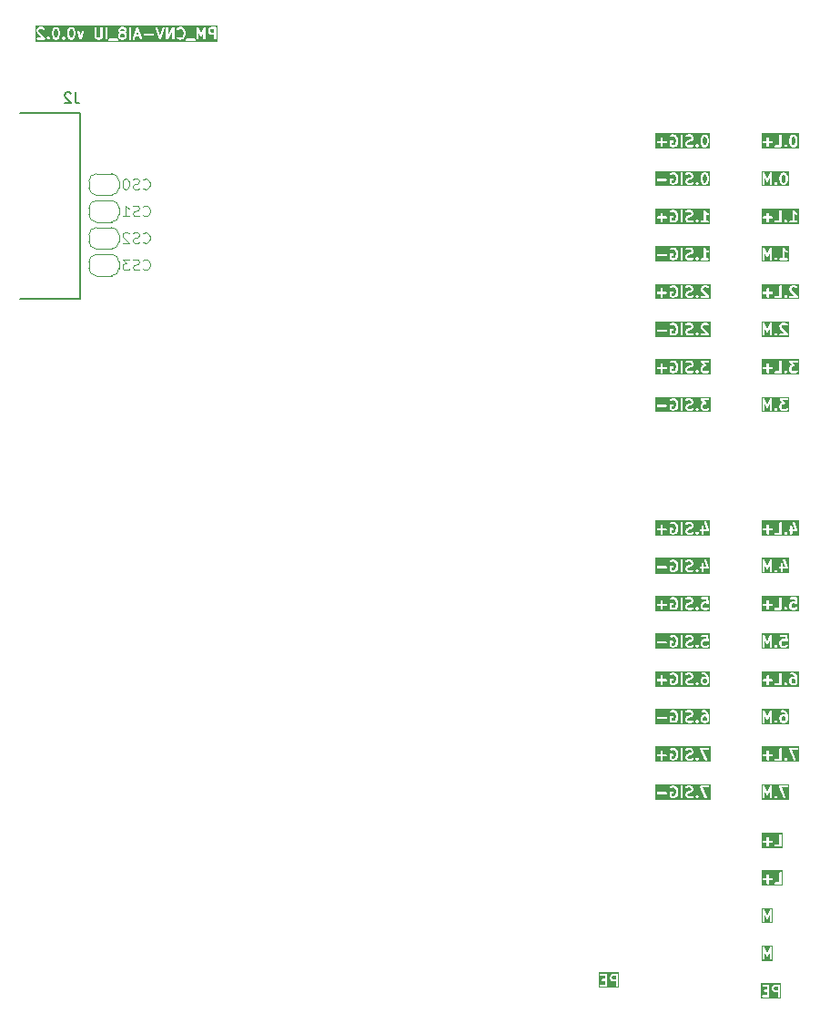
<source format=gbr>
%TF.GenerationSoftware,KiCad,Pcbnew,9.0.0*%
%TF.CreationDate,2025-03-07T09:36:14+03:00*%
%TF.ProjectId,PM_CNV-AI8_IU,504d5f43-4e56-42d4-9149-385f49552e6b,rev?*%
%TF.SameCoordinates,Original*%
%TF.FileFunction,Legend,Bot*%
%TF.FilePolarity,Positive*%
%FSLAX46Y46*%
G04 Gerber Fmt 4.6, Leading zero omitted, Abs format (unit mm)*
G04 Created by KiCad (PCBNEW 9.0.0) date 2025-03-07 09:36:14*
%MOMM*%
%LPD*%
G01*
G04 APERTURE LIST*
G04 Aperture macros list*
%AMFreePoly0*
4,1,23,0.500000,-0.750000,0.000000,-0.750000,0.000000,-0.745722,-0.065263,-0.745722,-0.191342,-0.711940,-0.304381,-0.646677,-0.396677,-0.554381,-0.461940,-0.441342,-0.495722,-0.315263,-0.495722,-0.250000,-0.500000,-0.250000,-0.500000,0.250000,-0.495722,0.250000,-0.495722,0.315263,-0.461940,0.441342,-0.396677,0.554381,-0.304381,0.646677,-0.191342,0.711940,-0.065263,0.745722,0.000000,0.745722,
0.000000,0.750000,0.500000,0.750000,0.500000,-0.750000,0.500000,-0.750000,$1*%
%AMFreePoly1*
4,1,23,0.000000,0.745722,0.065263,0.745722,0.191342,0.711940,0.304381,0.646677,0.396677,0.554381,0.461940,0.441342,0.495722,0.315263,0.495722,0.250000,0.500000,0.250000,0.500000,-0.250000,0.495722,-0.250000,0.495722,-0.315263,0.461940,-0.441342,0.396677,-0.554381,0.304381,-0.646677,0.191342,-0.711940,0.065263,-0.745722,0.000000,-0.745722,0.000000,-0.750000,-0.500000,-0.750000,
-0.500000,0.750000,0.000000,0.750000,0.000000,0.745722,0.000000,0.745722,$1*%
G04 Aperture macros list end*
%ADD10C,0.200000*%
%ADD11C,0.100000*%
%ADD12C,0.150000*%
%ADD13C,0.120000*%
%ADD14C,0.152400*%
%ADD15C,3.200000*%
%ADD16C,2.000000*%
%ADD17R,0.850000X0.850000*%
%ADD18O,0.850000X0.850000*%
%ADD19O,6.350000X6.350000*%
%ADD20C,2.200000*%
%ADD21FreePoly0,0.000000*%
%ADD22FreePoly1,0.000000*%
%ADD23R,1.803400X0.635000*%
%ADD24R,2.997200X2.590800*%
G04 APERTURE END LIST*
D10*
G36*
X31388589Y-7663330D02*
G01*
X26302090Y-7663330D01*
X26302090Y-7051757D01*
X26413201Y-7051757D01*
X26413201Y-7090775D01*
X26428133Y-7126823D01*
X26455723Y-7154413D01*
X26491771Y-7169345D01*
X26511280Y-7171266D01*
X26792232Y-7171266D01*
X26792232Y-7452219D01*
X26794153Y-7471728D01*
X26809085Y-7507776D01*
X26836675Y-7535366D01*
X26872723Y-7550298D01*
X26911741Y-7550298D01*
X26947789Y-7535366D01*
X26975379Y-7507776D01*
X26990311Y-7471728D01*
X26992232Y-7452219D01*
X26992232Y-7171266D01*
X27273184Y-7171266D01*
X27292693Y-7169345D01*
X27328741Y-7154413D01*
X27356331Y-7126823D01*
X27371263Y-7090775D01*
X27371263Y-7051757D01*
X27359619Y-7023647D01*
X27601756Y-7023647D01*
X27601756Y-7356980D01*
X27603677Y-7376489D01*
X27605161Y-7380071D01*
X27618608Y-7412537D01*
X27631045Y-7427690D01*
X27678663Y-7475310D01*
X27693817Y-7487747D01*
X27697136Y-7489122D01*
X27699852Y-7491477D01*
X27717752Y-7499468D01*
X27860609Y-7547087D01*
X27870281Y-7549286D01*
X27872723Y-7550298D01*
X27876260Y-7550646D01*
X27879724Y-7551434D01*
X27882358Y-7551246D01*
X27892232Y-7552219D01*
X27987470Y-7552219D01*
X27997343Y-7551246D01*
X27999977Y-7551434D01*
X28003440Y-7550646D01*
X28006979Y-7550298D01*
X28009421Y-7549286D01*
X28019093Y-7547087D01*
X28161949Y-7499468D01*
X28179850Y-7491477D01*
X28182565Y-7489122D01*
X28185885Y-7487747D01*
X28201038Y-7475310D01*
X28296276Y-7380071D01*
X28302568Y-7372404D01*
X28304565Y-7370673D01*
X28306458Y-7367665D01*
X28308713Y-7364918D01*
X28309724Y-7362476D01*
X28315008Y-7354082D01*
X28362627Y-7258845D01*
X28363173Y-7257416D01*
X28363603Y-7256837D01*
X28366524Y-7248660D01*
X28369633Y-7240536D01*
X28369684Y-7239815D01*
X28370198Y-7238377D01*
X28417817Y-7047901D01*
X28418317Y-7044519D01*
X28418882Y-7043156D01*
X28419605Y-7035805D01*
X28420685Y-7028508D01*
X28420467Y-7027049D01*
X28420803Y-7023647D01*
X28420803Y-6880790D01*
X28420467Y-6877387D01*
X28420685Y-6875929D01*
X28419605Y-6868631D01*
X28418882Y-6861281D01*
X28418317Y-6859917D01*
X28417817Y-6856536D01*
X28370198Y-6666060D01*
X28369684Y-6664621D01*
X28369633Y-6663901D01*
X28366524Y-6655776D01*
X28363603Y-6647600D01*
X28363173Y-6647020D01*
X28362627Y-6645592D01*
X28315008Y-6550355D01*
X28309721Y-6541956D01*
X28308712Y-6539519D01*
X28306460Y-6536775D01*
X28304565Y-6533764D01*
X28302567Y-6532031D01*
X28296276Y-6524365D01*
X28224130Y-6452219D01*
X28649374Y-6452219D01*
X28649374Y-7452219D01*
X28651295Y-7471728D01*
X28666227Y-7507776D01*
X28693817Y-7535366D01*
X28729865Y-7550298D01*
X28768883Y-7550298D01*
X28804931Y-7535366D01*
X28832521Y-7507776D01*
X28847453Y-7471728D01*
X28849374Y-7452219D01*
X28849374Y-7166504D01*
X29077946Y-7166504D01*
X29077946Y-7261742D01*
X29079867Y-7281251D01*
X29081242Y-7284571D01*
X29081497Y-7288155D01*
X29088503Y-7306463D01*
X29136122Y-7401701D01*
X29141405Y-7410093D01*
X29142417Y-7412537D01*
X29144673Y-7415286D01*
X29146565Y-7418291D01*
X29148559Y-7420020D01*
X29154854Y-7427690D01*
X29202472Y-7475310D01*
X29210140Y-7481603D01*
X29211872Y-7483600D01*
X29214880Y-7485493D01*
X29217626Y-7487747D01*
X29220066Y-7488757D01*
X29228463Y-7494043D01*
X29323700Y-7541662D01*
X29342009Y-7548668D01*
X29345592Y-7548922D01*
X29348913Y-7550298D01*
X29368422Y-7552219D01*
X29606517Y-7552219D01*
X29616390Y-7551246D01*
X29619024Y-7551434D01*
X29622487Y-7550646D01*
X29626026Y-7550298D01*
X29628468Y-7549286D01*
X29638140Y-7547087D01*
X29780996Y-7499468D01*
X29798897Y-7491477D01*
X29828373Y-7465912D01*
X29845822Y-7431013D01*
X29848589Y-7392093D01*
X29846255Y-7385091D01*
X30032247Y-7385091D01*
X30032247Y-7424109D01*
X30038710Y-7439712D01*
X30047179Y-7460158D01*
X30047183Y-7460162D01*
X30059615Y-7475311D01*
X30107234Y-7522929D01*
X30122387Y-7535366D01*
X30131390Y-7539095D01*
X30158436Y-7550298D01*
X30197454Y-7550298D01*
X30233502Y-7535366D01*
X30248656Y-7522930D01*
X30296274Y-7475311D01*
X30308711Y-7460158D01*
X30317008Y-7440127D01*
X30323642Y-7424110D01*
X30323643Y-7385092D01*
X30308712Y-7349043D01*
X30296275Y-7333890D01*
X30248656Y-7286270D01*
X30233503Y-7273833D01*
X30213914Y-7265719D01*
X30207236Y-7262953D01*
X30197454Y-7258901D01*
X30158436Y-7258901D01*
X30148654Y-7262953D01*
X30122388Y-7273832D01*
X30122387Y-7273833D01*
X30107233Y-7286270D01*
X30059615Y-7333890D01*
X30047178Y-7349043D01*
X30038219Y-7370673D01*
X30032247Y-7385091D01*
X29846255Y-7385091D01*
X29836250Y-7355077D01*
X29810685Y-7325601D01*
X29775786Y-7308151D01*
X29736866Y-7305385D01*
X29717751Y-7309732D01*
X29590290Y-7352219D01*
X29392029Y-7352219D01*
X29332419Y-7322414D01*
X29307752Y-7297746D01*
X29277946Y-7238134D01*
X29277946Y-7190111D01*
X29307751Y-7130501D01*
X29332419Y-7105832D01*
X29403326Y-7070379D01*
X29583151Y-7025423D01*
X29584588Y-7024909D01*
X29585311Y-7024858D01*
X29588475Y-7023647D01*
X30506517Y-7023647D01*
X30506517Y-7261742D01*
X30508438Y-7281251D01*
X30509813Y-7284571D01*
X30510068Y-7288155D01*
X30517074Y-7306463D01*
X30564693Y-7401701D01*
X30569976Y-7410093D01*
X30570988Y-7412537D01*
X30573244Y-7415286D01*
X30575136Y-7418291D01*
X30577130Y-7420020D01*
X30583425Y-7427690D01*
X30631043Y-7475310D01*
X30638711Y-7481603D01*
X30640443Y-7483600D01*
X30643451Y-7485493D01*
X30646197Y-7487747D01*
X30648637Y-7488757D01*
X30657034Y-7494043D01*
X30752271Y-7541662D01*
X30770580Y-7548668D01*
X30774163Y-7548922D01*
X30777484Y-7550298D01*
X30796993Y-7552219D01*
X31035088Y-7552219D01*
X31054597Y-7550298D01*
X31057917Y-7548922D01*
X31061501Y-7548668D01*
X31079809Y-7541662D01*
X31175047Y-7494043D01*
X31183442Y-7488758D01*
X31185884Y-7487747D01*
X31188631Y-7485491D01*
X31191637Y-7483600D01*
X31193367Y-7481605D01*
X31201037Y-7475310D01*
X31248656Y-7427690D01*
X31261093Y-7412537D01*
X31276024Y-7376488D01*
X31276023Y-7337470D01*
X31261092Y-7301422D01*
X31233501Y-7273832D01*
X31197453Y-7258901D01*
X31158435Y-7258902D01*
X31122387Y-7273833D01*
X31107233Y-7286270D01*
X31071090Y-7322413D01*
X31011481Y-7352219D01*
X30820600Y-7352219D01*
X30760990Y-7322414D01*
X30736323Y-7297746D01*
X30706517Y-7238134D01*
X30706517Y-7047254D01*
X30736322Y-6987644D01*
X30760990Y-6962975D01*
X30820600Y-6933171D01*
X31011481Y-6933171D01*
X31071090Y-6962976D01*
X31107234Y-6999119D01*
X31122387Y-7011556D01*
X31127041Y-7013483D01*
X31130937Y-7016671D01*
X31144930Y-7020893D01*
X31158436Y-7026487D01*
X31163470Y-7026487D01*
X31168292Y-7027942D01*
X31182843Y-7026487D01*
X31197454Y-7026487D01*
X31202103Y-7024561D01*
X31207116Y-7024060D01*
X31219999Y-7017148D01*
X31233502Y-7011556D01*
X31237062Y-7007995D01*
X31241500Y-7005615D01*
X31250755Y-6994302D01*
X31261092Y-6983966D01*
X31263019Y-6979313D01*
X31266207Y-6975417D01*
X31270429Y-6961422D01*
X31276023Y-6947918D01*
X31276023Y-6942884D01*
X31277478Y-6938062D01*
X31277449Y-6918459D01*
X31229830Y-6442269D01*
X31228405Y-6435160D01*
X31228405Y-6432710D01*
X31227453Y-6430412D01*
X31225977Y-6423048D01*
X31219067Y-6410167D01*
X31213473Y-6396662D01*
X31209912Y-6393101D01*
X31207532Y-6388664D01*
X31196219Y-6379408D01*
X31185883Y-6369072D01*
X31181230Y-6367144D01*
X31177334Y-6363957D01*
X31163344Y-6359736D01*
X31149835Y-6354140D01*
X31142357Y-6353403D01*
X31139979Y-6352686D01*
X31137542Y-6352929D01*
X31130326Y-6352219D01*
X30654136Y-6352219D01*
X30634627Y-6354140D01*
X30598579Y-6369072D01*
X30570989Y-6396662D01*
X30556057Y-6432710D01*
X30556057Y-6471728D01*
X30570989Y-6507776D01*
X30598579Y-6535366D01*
X30634627Y-6550298D01*
X30654136Y-6552219D01*
X31039827Y-6552219D01*
X31058254Y-6736491D01*
X31057917Y-6736467D01*
X31054597Y-6735092D01*
X31035088Y-6733171D01*
X30796993Y-6733171D01*
X30777484Y-6735092D01*
X30774163Y-6736467D01*
X30770580Y-6736722D01*
X30752271Y-6743728D01*
X30657034Y-6791347D01*
X30648637Y-6796632D01*
X30646197Y-6797643D01*
X30643451Y-6799896D01*
X30640443Y-6801790D01*
X30638710Y-6803787D01*
X30631044Y-6810080D01*
X30583425Y-6857698D01*
X30577130Y-6865368D01*
X30575136Y-6867098D01*
X30573242Y-6870105D01*
X30570989Y-6872852D01*
X30569978Y-6875291D01*
X30564693Y-6883688D01*
X30517074Y-6978926D01*
X30510068Y-6997234D01*
X30509813Y-7000817D01*
X30508438Y-7004138D01*
X30506517Y-7023647D01*
X29588475Y-7023647D01*
X29593435Y-7021749D01*
X29601612Y-7018828D01*
X29602192Y-7018397D01*
X29603619Y-7017852D01*
X29698857Y-6970233D01*
X29707253Y-6964947D01*
X29709693Y-6963937D01*
X29712439Y-6961683D01*
X29715447Y-6959790D01*
X29717176Y-6957795D01*
X29724847Y-6951501D01*
X29772465Y-6903882D01*
X29778757Y-6896215D01*
X29780755Y-6894483D01*
X29782648Y-6891474D01*
X29784902Y-6888729D01*
X29785912Y-6886288D01*
X29791198Y-6877892D01*
X29838817Y-6782655D01*
X29845823Y-6764346D01*
X29846077Y-6760762D01*
X29847453Y-6757442D01*
X29849374Y-6737933D01*
X29849374Y-6642695D01*
X29847453Y-6623186D01*
X29846077Y-6619865D01*
X29845823Y-6616282D01*
X29838817Y-6597973D01*
X29791198Y-6502736D01*
X29785912Y-6494339D01*
X29784902Y-6491899D01*
X29782648Y-6489153D01*
X29780755Y-6486145D01*
X29778757Y-6484412D01*
X29772465Y-6476746D01*
X29724847Y-6429127D01*
X29717176Y-6422832D01*
X29715447Y-6420838D01*
X29712439Y-6418944D01*
X29709693Y-6416691D01*
X29707253Y-6415680D01*
X29698857Y-6410395D01*
X29603619Y-6362776D01*
X29585311Y-6355770D01*
X29581727Y-6355515D01*
X29578407Y-6354140D01*
X29558898Y-6352219D01*
X29320803Y-6352219D01*
X29310929Y-6353191D01*
X29308295Y-6353004D01*
X29304831Y-6353791D01*
X29301294Y-6354140D01*
X29298852Y-6355151D01*
X29289180Y-6357351D01*
X29146323Y-6404970D01*
X29128423Y-6412961D01*
X29098947Y-6438526D01*
X29081497Y-6473425D01*
X29078731Y-6512345D01*
X29091069Y-6549361D01*
X29116634Y-6578837D01*
X29151533Y-6596287D01*
X29190453Y-6599053D01*
X29209569Y-6594706D01*
X29337029Y-6552219D01*
X29535291Y-6552219D01*
X29594900Y-6582024D01*
X29619569Y-6606692D01*
X29649374Y-6666302D01*
X29649374Y-6714326D01*
X29619569Y-6773935D01*
X29594900Y-6798603D01*
X29523993Y-6834057D01*
X29344168Y-6879014D01*
X29342729Y-6879527D01*
X29342009Y-6879579D01*
X29333884Y-6882687D01*
X29325708Y-6885609D01*
X29325128Y-6886038D01*
X29323700Y-6886585D01*
X29228463Y-6934204D01*
X29220066Y-6939489D01*
X29217626Y-6940500D01*
X29214880Y-6942753D01*
X29211872Y-6944647D01*
X29210139Y-6946644D01*
X29202473Y-6952937D01*
X29154854Y-7000555D01*
X29148559Y-7008225D01*
X29146565Y-7009955D01*
X29144671Y-7012962D01*
X29142418Y-7015709D01*
X29141407Y-7018148D01*
X29136122Y-7026545D01*
X29088503Y-7121783D01*
X29081497Y-7140091D01*
X29081242Y-7143674D01*
X29079867Y-7146995D01*
X29077946Y-7166504D01*
X28849374Y-7166504D01*
X28849374Y-6452219D01*
X28847453Y-6432710D01*
X28832521Y-6396662D01*
X28804931Y-6369072D01*
X28768883Y-6354140D01*
X28729865Y-6354140D01*
X28693817Y-6369072D01*
X28666227Y-6396662D01*
X28651295Y-6432710D01*
X28649374Y-6452219D01*
X28224130Y-6452219D01*
X28201038Y-6429127D01*
X28185884Y-6416691D01*
X28182565Y-6415316D01*
X28179850Y-6412961D01*
X28161949Y-6404970D01*
X28019093Y-6357351D01*
X28009421Y-6355151D01*
X28006979Y-6354140D01*
X28003440Y-6353791D01*
X27999977Y-6353004D01*
X27997343Y-6353191D01*
X27987470Y-6352219D01*
X27844613Y-6352219D01*
X27825104Y-6354140D01*
X27821783Y-6355515D01*
X27818200Y-6355770D01*
X27799891Y-6362776D01*
X27704654Y-6410395D01*
X27688063Y-6420838D01*
X27662499Y-6450315D01*
X27650160Y-6487331D01*
X27652926Y-6526251D01*
X27670375Y-6561150D01*
X27699852Y-6586714D01*
X27736868Y-6599053D01*
X27775788Y-6596287D01*
X27794096Y-6589281D01*
X27868220Y-6552219D01*
X27971243Y-6552219D01*
X28076307Y-6587240D01*
X28143380Y-6654313D01*
X28178832Y-6725218D01*
X28220803Y-6893099D01*
X28220803Y-7011337D01*
X28178832Y-7179218D01*
X28143379Y-7250124D01*
X28076308Y-7317197D01*
X27971243Y-7352219D01*
X27908458Y-7352219D01*
X27803393Y-7317197D01*
X27801756Y-7315559D01*
X27801756Y-7123647D01*
X27892232Y-7123647D01*
X27911741Y-7121726D01*
X27947789Y-7106794D01*
X27975379Y-7079204D01*
X27990311Y-7043156D01*
X27990311Y-7004138D01*
X27975379Y-6968090D01*
X27947789Y-6940500D01*
X27911741Y-6925568D01*
X27892232Y-6923647D01*
X27701756Y-6923647D01*
X27682247Y-6925568D01*
X27646199Y-6940500D01*
X27618609Y-6968090D01*
X27603677Y-7004138D01*
X27601756Y-7023647D01*
X27359619Y-7023647D01*
X27356331Y-7015709D01*
X27328741Y-6988119D01*
X27292693Y-6973187D01*
X27273184Y-6971266D01*
X26992232Y-6971266D01*
X26992232Y-6690314D01*
X26990311Y-6670805D01*
X26975379Y-6634757D01*
X26947789Y-6607167D01*
X26911741Y-6592235D01*
X26872723Y-6592235D01*
X26836675Y-6607167D01*
X26809085Y-6634757D01*
X26794153Y-6670805D01*
X26792232Y-6690314D01*
X26792232Y-6971266D01*
X26511280Y-6971266D01*
X26491771Y-6973187D01*
X26455723Y-6988119D01*
X26428133Y-7015709D01*
X26413201Y-7051757D01*
X26302090Y-7051757D01*
X26302090Y-6241108D01*
X31388589Y-6241108D01*
X31388589Y-7663330D01*
G37*
D11*
X-21357143Y24137820D02*
X-21309524Y24090200D01*
X-21309524Y24090200D02*
X-21166667Y24042581D01*
X-21166667Y24042581D02*
X-21071429Y24042581D01*
X-21071429Y24042581D02*
X-20928572Y24090200D01*
X-20928572Y24090200D02*
X-20833334Y24185439D01*
X-20833334Y24185439D02*
X-20785715Y24280677D01*
X-20785715Y24280677D02*
X-20738096Y24471153D01*
X-20738096Y24471153D02*
X-20738096Y24614010D01*
X-20738096Y24614010D02*
X-20785715Y24804486D01*
X-20785715Y24804486D02*
X-20833334Y24899724D01*
X-20833334Y24899724D02*
X-20928572Y24994962D01*
X-20928572Y24994962D02*
X-21071429Y25042581D01*
X-21071429Y25042581D02*
X-21166667Y25042581D01*
X-21166667Y25042581D02*
X-21309524Y24994962D01*
X-21309524Y24994962D02*
X-21357143Y24947343D01*
X-21738096Y24090200D02*
X-21880953Y24042581D01*
X-21880953Y24042581D02*
X-22119048Y24042581D01*
X-22119048Y24042581D02*
X-22214286Y24090200D01*
X-22214286Y24090200D02*
X-22261905Y24137820D01*
X-22261905Y24137820D02*
X-22309524Y24233058D01*
X-22309524Y24233058D02*
X-22309524Y24328296D01*
X-22309524Y24328296D02*
X-22261905Y24423534D01*
X-22261905Y24423534D02*
X-22214286Y24471153D01*
X-22214286Y24471153D02*
X-22119048Y24518772D01*
X-22119048Y24518772D02*
X-21928572Y24566391D01*
X-21928572Y24566391D02*
X-21833334Y24614010D01*
X-21833334Y24614010D02*
X-21785715Y24661629D01*
X-21785715Y24661629D02*
X-21738096Y24756867D01*
X-21738096Y24756867D02*
X-21738096Y24852105D01*
X-21738096Y24852105D02*
X-21785715Y24947343D01*
X-21785715Y24947343D02*
X-21833334Y24994962D01*
X-21833334Y24994962D02*
X-21928572Y25042581D01*
X-21928572Y25042581D02*
X-22166667Y25042581D01*
X-22166667Y25042581D02*
X-22309524Y24994962D01*
X-22642858Y25042581D02*
X-23261905Y25042581D01*
X-23261905Y25042581D02*
X-22928572Y24661629D01*
X-22928572Y24661629D02*
X-23071429Y24661629D01*
X-23071429Y24661629D02*
X-23166667Y24614010D01*
X-23166667Y24614010D02*
X-23214286Y24566391D01*
X-23214286Y24566391D02*
X-23261905Y24471153D01*
X-23261905Y24471153D02*
X-23261905Y24233058D01*
X-23261905Y24233058D02*
X-23214286Y24137820D01*
X-23214286Y24137820D02*
X-23166667Y24090200D01*
X-23166667Y24090200D02*
X-23071429Y24042581D01*
X-23071429Y24042581D02*
X-22785715Y24042581D01*
X-22785715Y24042581D02*
X-22690477Y24090200D01*
X-22690477Y24090200D02*
X-22642858Y24137820D01*
D10*
G36*
X31434754Y21336670D02*
G01*
X26302090Y21336670D01*
X26302090Y21948243D01*
X26413201Y21948243D01*
X26413201Y21909225D01*
X26428133Y21873177D01*
X26455723Y21845587D01*
X26491771Y21830655D01*
X26511280Y21828734D01*
X26792232Y21828734D01*
X26792232Y21547781D01*
X26794153Y21528272D01*
X26809085Y21492224D01*
X26836675Y21464634D01*
X26872723Y21449702D01*
X26911741Y21449702D01*
X26947789Y21464634D01*
X26975379Y21492224D01*
X26990311Y21528272D01*
X26992232Y21547781D01*
X26992232Y21828734D01*
X27273184Y21828734D01*
X27292693Y21830655D01*
X27328741Y21845587D01*
X27356331Y21873177D01*
X27371263Y21909225D01*
X27371263Y21948243D01*
X27359619Y21976353D01*
X27601756Y21976353D01*
X27601756Y21643020D01*
X27603677Y21623511D01*
X27605161Y21619929D01*
X27618608Y21587463D01*
X27631045Y21572310D01*
X27678663Y21524690D01*
X27693817Y21512253D01*
X27697136Y21510878D01*
X27699852Y21508523D01*
X27717752Y21500532D01*
X27860609Y21452913D01*
X27870281Y21450714D01*
X27872723Y21449702D01*
X27876260Y21449354D01*
X27879724Y21448566D01*
X27882358Y21448754D01*
X27892232Y21447781D01*
X27987470Y21447781D01*
X27997343Y21448754D01*
X27999977Y21448566D01*
X28003440Y21449354D01*
X28006979Y21449702D01*
X28009421Y21450714D01*
X28019093Y21452913D01*
X28161949Y21500532D01*
X28179850Y21508523D01*
X28182565Y21510878D01*
X28185885Y21512253D01*
X28201038Y21524690D01*
X28296276Y21619929D01*
X28302568Y21627596D01*
X28304565Y21629327D01*
X28306458Y21632335D01*
X28308713Y21635082D01*
X28309724Y21637524D01*
X28315008Y21645918D01*
X28362627Y21741155D01*
X28363173Y21742584D01*
X28363603Y21743163D01*
X28366524Y21751340D01*
X28369633Y21759464D01*
X28369684Y21760185D01*
X28370198Y21761623D01*
X28417817Y21952099D01*
X28418317Y21955481D01*
X28418882Y21956844D01*
X28419605Y21964195D01*
X28420685Y21971492D01*
X28420467Y21972951D01*
X28420803Y21976353D01*
X28420803Y22119210D01*
X28420467Y22122613D01*
X28420685Y22124071D01*
X28419605Y22131369D01*
X28418882Y22138719D01*
X28418317Y22140083D01*
X28417817Y22143464D01*
X28370198Y22333940D01*
X28369684Y22335379D01*
X28369633Y22336099D01*
X28366524Y22344224D01*
X28363603Y22352400D01*
X28363173Y22352980D01*
X28362627Y22354408D01*
X28315008Y22449645D01*
X28309721Y22458044D01*
X28308712Y22460481D01*
X28306460Y22463225D01*
X28304565Y22466236D01*
X28302567Y22467969D01*
X28296276Y22475635D01*
X28224130Y22547781D01*
X28649374Y22547781D01*
X28649374Y21547781D01*
X28651295Y21528272D01*
X28666227Y21492224D01*
X28693817Y21464634D01*
X28729865Y21449702D01*
X28768883Y21449702D01*
X28804931Y21464634D01*
X28832521Y21492224D01*
X28847453Y21528272D01*
X28849374Y21547781D01*
X28849374Y21833496D01*
X29077946Y21833496D01*
X29077946Y21738258D01*
X29079867Y21718749D01*
X29081242Y21715429D01*
X29081497Y21711845D01*
X29088503Y21693537D01*
X29136122Y21598299D01*
X29141405Y21589907D01*
X29142417Y21587463D01*
X29144673Y21584714D01*
X29146565Y21581709D01*
X29148559Y21579980D01*
X29154854Y21572310D01*
X29202472Y21524690D01*
X29210140Y21518397D01*
X29211872Y21516400D01*
X29214880Y21514507D01*
X29217626Y21512253D01*
X29220066Y21511243D01*
X29228463Y21505957D01*
X29323700Y21458338D01*
X29342009Y21451332D01*
X29345592Y21451078D01*
X29348913Y21449702D01*
X29368422Y21447781D01*
X29606517Y21447781D01*
X29616390Y21448754D01*
X29619024Y21448566D01*
X29622487Y21449354D01*
X29626026Y21449702D01*
X29628468Y21450714D01*
X29638140Y21452913D01*
X29780996Y21500532D01*
X29798897Y21508523D01*
X29828373Y21534088D01*
X29845822Y21568987D01*
X29848589Y21607907D01*
X29846255Y21614909D01*
X30032247Y21614909D01*
X30032247Y21575891D01*
X30038710Y21560288D01*
X30047179Y21539842D01*
X30047183Y21539838D01*
X30059615Y21524689D01*
X30107234Y21477071D01*
X30122387Y21464634D01*
X30131390Y21460905D01*
X30158436Y21449702D01*
X30197454Y21449702D01*
X30233502Y21464634D01*
X30248656Y21477070D01*
X30296274Y21524689D01*
X30308711Y21539842D01*
X30317008Y21559873D01*
X30323642Y21575890D01*
X30323643Y21614908D01*
X30308712Y21650957D01*
X30296275Y21666110D01*
X30248656Y21713730D01*
X30233503Y21726167D01*
X30213914Y21734281D01*
X30207236Y21737047D01*
X30197454Y21741099D01*
X30158436Y21741099D01*
X30148654Y21737047D01*
X30122388Y21726168D01*
X30122387Y21726167D01*
X30107233Y21713730D01*
X30059615Y21666110D01*
X30047178Y21650957D01*
X30038219Y21629327D01*
X30032247Y21614909D01*
X29846255Y21614909D01*
X29836250Y21644923D01*
X29810685Y21674399D01*
X29775786Y21691849D01*
X29736866Y21694615D01*
X29717751Y21690268D01*
X29590290Y21647781D01*
X29392029Y21647781D01*
X29332419Y21677586D01*
X29307752Y21702254D01*
X29277946Y21761866D01*
X29277946Y21809889D01*
X29307751Y21869499D01*
X29332419Y21894168D01*
X29403326Y21929621D01*
X29583151Y21974577D01*
X29584588Y21975091D01*
X29585311Y21975142D01*
X29593435Y21978251D01*
X29601612Y21981172D01*
X29602192Y21981603D01*
X29603619Y21982148D01*
X29698857Y22029767D01*
X29707253Y22035053D01*
X29709693Y22036063D01*
X29712439Y22038317D01*
X29715447Y22040210D01*
X29717176Y22042205D01*
X29724847Y22048499D01*
X29772465Y22096118D01*
X29778757Y22103785D01*
X29780755Y22105517D01*
X29782648Y22108526D01*
X29784902Y22111271D01*
X29785912Y22113712D01*
X29791198Y22122108D01*
X29838817Y22217345D01*
X29845823Y22235654D01*
X29846077Y22239238D01*
X29847453Y22242558D01*
X29849374Y22262067D01*
X29849374Y22357305D01*
X30506517Y22357305D01*
X30506517Y22262067D01*
X30507489Y22252194D01*
X30507302Y22249560D01*
X30508089Y22246097D01*
X30508438Y22242558D01*
X30509449Y22240116D01*
X30511649Y22230444D01*
X30559268Y22087588D01*
X30567259Y22069687D01*
X30569614Y22066972D01*
X30570989Y22063653D01*
X30583425Y22048499D01*
X30984142Y21647781D01*
X30606517Y21647781D01*
X30587008Y21645860D01*
X30550960Y21630928D01*
X30523370Y21603338D01*
X30508438Y21567290D01*
X30508438Y21528272D01*
X30523370Y21492224D01*
X30550960Y21464634D01*
X30587008Y21449702D01*
X30606517Y21447781D01*
X31225564Y21447781D01*
X31245073Y21449702D01*
X31281121Y21464634D01*
X31308711Y21492224D01*
X31323643Y21528272D01*
X31323643Y21567290D01*
X31308711Y21603338D01*
X31308710Y21603339D01*
X31296275Y21618492D01*
X30741538Y22173230D01*
X30706517Y22278294D01*
X30706517Y22333698D01*
X30736322Y22393308D01*
X30760990Y22417977D01*
X30820600Y22447781D01*
X31011481Y22447781D01*
X31071090Y22417976D01*
X31107234Y22381833D01*
X31122387Y22369396D01*
X31158436Y22354465D01*
X31197454Y22354465D01*
X31233502Y22369396D01*
X31261092Y22396986D01*
X31276023Y22433034D01*
X31276023Y22472052D01*
X31261092Y22508101D01*
X31248655Y22523254D01*
X31201037Y22570873D01*
X31193366Y22577168D01*
X31191637Y22579162D01*
X31188629Y22581056D01*
X31185883Y22583309D01*
X31183443Y22584320D01*
X31175047Y22589605D01*
X31079809Y22637224D01*
X31061501Y22644230D01*
X31057917Y22644485D01*
X31054597Y22645860D01*
X31035088Y22647781D01*
X30796993Y22647781D01*
X30777484Y22645860D01*
X30774163Y22644485D01*
X30770580Y22644230D01*
X30752271Y22637224D01*
X30657034Y22589605D01*
X30648637Y22584320D01*
X30646197Y22583309D01*
X30643451Y22581056D01*
X30640443Y22579162D01*
X30638710Y22577165D01*
X30631044Y22570872D01*
X30583425Y22523254D01*
X30577130Y22515584D01*
X30575136Y22513854D01*
X30573242Y22510847D01*
X30570989Y22508100D01*
X30569978Y22505661D01*
X30564693Y22497264D01*
X30517074Y22402026D01*
X30510068Y22383718D01*
X30509813Y22380135D01*
X30508438Y22376814D01*
X30506517Y22357305D01*
X29849374Y22357305D01*
X29847453Y22376814D01*
X29846077Y22380135D01*
X29845823Y22383718D01*
X29838817Y22402027D01*
X29791198Y22497264D01*
X29785912Y22505661D01*
X29784902Y22508101D01*
X29782648Y22510847D01*
X29780755Y22513855D01*
X29778757Y22515588D01*
X29772465Y22523254D01*
X29724847Y22570873D01*
X29717176Y22577168D01*
X29715447Y22579162D01*
X29712439Y22581056D01*
X29709693Y22583309D01*
X29707253Y22584320D01*
X29698857Y22589605D01*
X29603619Y22637224D01*
X29585311Y22644230D01*
X29581727Y22644485D01*
X29578407Y22645860D01*
X29558898Y22647781D01*
X29320803Y22647781D01*
X29310929Y22646809D01*
X29308295Y22646996D01*
X29304831Y22646209D01*
X29301294Y22645860D01*
X29298852Y22644849D01*
X29289180Y22642649D01*
X29146323Y22595030D01*
X29128423Y22587039D01*
X29098947Y22561474D01*
X29081497Y22526575D01*
X29078731Y22487655D01*
X29091069Y22450639D01*
X29116634Y22421163D01*
X29151533Y22403713D01*
X29190453Y22400947D01*
X29209569Y22405294D01*
X29337029Y22447781D01*
X29535291Y22447781D01*
X29594900Y22417976D01*
X29619569Y22393308D01*
X29649374Y22333698D01*
X29649374Y22285674D01*
X29619569Y22226065D01*
X29594900Y22201397D01*
X29523993Y22165943D01*
X29344168Y22120986D01*
X29342729Y22120473D01*
X29342009Y22120421D01*
X29333884Y22117313D01*
X29325708Y22114391D01*
X29325128Y22113962D01*
X29323700Y22113415D01*
X29228463Y22065796D01*
X29220066Y22060511D01*
X29217626Y22059500D01*
X29214880Y22057247D01*
X29211872Y22055353D01*
X29210139Y22053356D01*
X29202473Y22047063D01*
X29154854Y21999445D01*
X29148559Y21991775D01*
X29146565Y21990045D01*
X29144671Y21987038D01*
X29142418Y21984291D01*
X29141407Y21981852D01*
X29136122Y21973455D01*
X29088503Y21878217D01*
X29081497Y21859909D01*
X29081242Y21856326D01*
X29079867Y21853005D01*
X29077946Y21833496D01*
X28849374Y21833496D01*
X28849374Y22547781D01*
X28847453Y22567290D01*
X28832521Y22603338D01*
X28804931Y22630928D01*
X28768883Y22645860D01*
X28729865Y22645860D01*
X28693817Y22630928D01*
X28666227Y22603338D01*
X28651295Y22567290D01*
X28649374Y22547781D01*
X28224130Y22547781D01*
X28201038Y22570873D01*
X28185884Y22583309D01*
X28182565Y22584684D01*
X28179850Y22587039D01*
X28161949Y22595030D01*
X28019093Y22642649D01*
X28009421Y22644849D01*
X28006979Y22645860D01*
X28003440Y22646209D01*
X27999977Y22646996D01*
X27997343Y22646809D01*
X27987470Y22647781D01*
X27844613Y22647781D01*
X27825104Y22645860D01*
X27821783Y22644485D01*
X27818200Y22644230D01*
X27799891Y22637224D01*
X27704654Y22589605D01*
X27688063Y22579162D01*
X27662499Y22549685D01*
X27650160Y22512669D01*
X27652926Y22473749D01*
X27670375Y22438850D01*
X27699852Y22413286D01*
X27736868Y22400947D01*
X27775788Y22403713D01*
X27794096Y22410719D01*
X27868220Y22447781D01*
X27971243Y22447781D01*
X28076307Y22412760D01*
X28143380Y22345687D01*
X28178832Y22274782D01*
X28220803Y22106901D01*
X28220803Y21988663D01*
X28178832Y21820782D01*
X28143379Y21749876D01*
X28076308Y21682803D01*
X27971243Y21647781D01*
X27908458Y21647781D01*
X27803393Y21682803D01*
X27801756Y21684441D01*
X27801756Y21876353D01*
X27892232Y21876353D01*
X27911741Y21878274D01*
X27947789Y21893206D01*
X27975379Y21920796D01*
X27990311Y21956844D01*
X27990311Y21995862D01*
X27975379Y22031910D01*
X27947789Y22059500D01*
X27911741Y22074432D01*
X27892232Y22076353D01*
X27701756Y22076353D01*
X27682247Y22074432D01*
X27646199Y22059500D01*
X27618609Y22031910D01*
X27603677Y21995862D01*
X27601756Y21976353D01*
X27359619Y21976353D01*
X27356331Y21984291D01*
X27328741Y22011881D01*
X27292693Y22026813D01*
X27273184Y22028734D01*
X26992232Y22028734D01*
X26992232Y22309686D01*
X26990311Y22329195D01*
X26975379Y22365243D01*
X26947789Y22392833D01*
X26911741Y22407765D01*
X26872723Y22407765D01*
X26836675Y22392833D01*
X26809085Y22365243D01*
X26794153Y22329195D01*
X26792232Y22309686D01*
X26792232Y22028734D01*
X26511280Y22028734D01*
X26491771Y22026813D01*
X26455723Y22011881D01*
X26428133Y21984291D01*
X26413201Y21948243D01*
X26302090Y21948243D01*
X26302090Y22758892D01*
X31434754Y22758892D01*
X31434754Y21336670D01*
G37*
G36*
X38722855Y-4161409D02*
G01*
X36158562Y-4161409D01*
X36158562Y-2952219D01*
X36269673Y-2952219D01*
X36269673Y-3952219D01*
X36271594Y-3971728D01*
X36286526Y-4007776D01*
X36314116Y-4035366D01*
X36350164Y-4050298D01*
X36389182Y-4050298D01*
X36425230Y-4035366D01*
X36452820Y-4007776D01*
X36467752Y-3971728D01*
X36469673Y-3952219D01*
X36469673Y-3402975D01*
X36612388Y-3708793D01*
X36616620Y-3715938D01*
X36617500Y-3718356D01*
X36619065Y-3720065D01*
X36622379Y-3725659D01*
X36633589Y-3735925D01*
X36643851Y-3747131D01*
X36647876Y-3749009D01*
X36651154Y-3752011D01*
X36665436Y-3757204D01*
X36679209Y-3763632D01*
X36683648Y-3763827D01*
X36687823Y-3765345D01*
X36703006Y-3764677D01*
X36718189Y-3765345D01*
X36722362Y-3763827D01*
X36726804Y-3763632D01*
X36740588Y-3757199D01*
X36754858Y-3752010D01*
X36758131Y-3749012D01*
X36762161Y-3747132D01*
X36772430Y-3735917D01*
X36783633Y-3725659D01*
X36786944Y-3720068D01*
X36788513Y-3718356D01*
X36789393Y-3715934D01*
X36793624Y-3708793D01*
X36936339Y-3402974D01*
X36936339Y-3952219D01*
X36938260Y-3971728D01*
X36953192Y-4007776D01*
X36980782Y-4035366D01*
X37016830Y-4050298D01*
X37055848Y-4050298D01*
X37091896Y-4035366D01*
X37119486Y-4007776D01*
X37134418Y-3971728D01*
X37136339Y-3952219D01*
X37136339Y-3885091D01*
X37366831Y-3885091D01*
X37366831Y-3924109D01*
X37370394Y-3932710D01*
X37381763Y-3960158D01*
X37381767Y-3960162D01*
X37394199Y-3975311D01*
X37441818Y-4022929D01*
X37456971Y-4035366D01*
X37467529Y-4039739D01*
X37493020Y-4050298D01*
X37532038Y-4050298D01*
X37568086Y-4035366D01*
X37583240Y-4022930D01*
X37630858Y-3975311D01*
X37643295Y-3960158D01*
X37658226Y-3924109D01*
X37658226Y-3912537D01*
X37658227Y-3885092D01*
X37643296Y-3849043D01*
X37630859Y-3833890D01*
X37583240Y-3786270D01*
X37568087Y-3773833D01*
X37547595Y-3765345D01*
X37543459Y-3763632D01*
X37532038Y-3758901D01*
X37493020Y-3758901D01*
X37482462Y-3763274D01*
X37456972Y-3773832D01*
X37456971Y-3773833D01*
X37441817Y-3786270D01*
X37394199Y-3833890D01*
X37381762Y-3849043D01*
X37378475Y-3856980D01*
X37366831Y-3885091D01*
X37136339Y-3885091D01*
X37136339Y-3599376D01*
X37795403Y-3599376D01*
X37795403Y-3638394D01*
X37810335Y-3674442D01*
X37837925Y-3702032D01*
X37873973Y-3716964D01*
X37893482Y-3718885D01*
X37936339Y-3718885D01*
X37936339Y-3952219D01*
X37938260Y-3971728D01*
X37953192Y-4007776D01*
X37980782Y-4035366D01*
X38016830Y-4050298D01*
X38055848Y-4050298D01*
X38091896Y-4035366D01*
X38119486Y-4007776D01*
X38134418Y-3971728D01*
X38136339Y-3952219D01*
X38136339Y-3718885D01*
X38512529Y-3718885D01*
X38522402Y-3717912D01*
X38525036Y-3718100D01*
X38526937Y-3717466D01*
X38532038Y-3716964D01*
X38546850Y-3710828D01*
X38562052Y-3705761D01*
X38564765Y-3703407D01*
X38568086Y-3702032D01*
X38579424Y-3690693D01*
X38591528Y-3680196D01*
X38593134Y-3676983D01*
X38595676Y-3674442D01*
X38601812Y-3659627D01*
X38608978Y-3645297D01*
X38609232Y-3641714D01*
X38610608Y-3638394D01*
X38610608Y-3622361D01*
X38611744Y-3606377D01*
X38610608Y-3601381D01*
X38610608Y-3599376D01*
X38609596Y-3596934D01*
X38607397Y-3587262D01*
X38369302Y-2872977D01*
X38361311Y-2855077D01*
X38335746Y-2825601D01*
X38300847Y-2808151D01*
X38261927Y-2805385D01*
X38224911Y-2817723D01*
X38195435Y-2843288D01*
X38177985Y-2878187D01*
X38175219Y-2917107D01*
X38179566Y-2936223D01*
X38373787Y-3518885D01*
X38136339Y-3518885D01*
X38136339Y-3285552D01*
X38134418Y-3266043D01*
X38119486Y-3229995D01*
X38091896Y-3202405D01*
X38055848Y-3187473D01*
X38016830Y-3187473D01*
X37980782Y-3202405D01*
X37953192Y-3229995D01*
X37938260Y-3266043D01*
X37936339Y-3285552D01*
X37936339Y-3518885D01*
X37893482Y-3518885D01*
X37873973Y-3520806D01*
X37837925Y-3535738D01*
X37810335Y-3563328D01*
X37795403Y-3599376D01*
X37136339Y-3599376D01*
X37136339Y-2952219D01*
X37135076Y-2939395D01*
X37135180Y-2937036D01*
X37134719Y-2935768D01*
X37134418Y-2932710D01*
X37127777Y-2916679D01*
X37121846Y-2900367D01*
X37120339Y-2898721D01*
X37119486Y-2896662D01*
X37107224Y-2884400D01*
X37095494Y-2871591D01*
X37093470Y-2870646D01*
X37091896Y-2869072D01*
X37075880Y-2862437D01*
X37060137Y-2855091D01*
X37057907Y-2854993D01*
X37055848Y-2854140D01*
X37038496Y-2854140D01*
X37021156Y-2853378D01*
X37019060Y-2854140D01*
X37016830Y-2854140D01*
X37000799Y-2860780D01*
X36984487Y-2866712D01*
X36982841Y-2868218D01*
X36980782Y-2869072D01*
X36968514Y-2881339D01*
X36955712Y-2893064D01*
X36954145Y-2895708D01*
X36953192Y-2896662D01*
X36952288Y-2898843D01*
X36945721Y-2909930D01*
X36703005Y-3430033D01*
X36460291Y-2909930D01*
X36453723Y-2898843D01*
X36452820Y-2896662D01*
X36451866Y-2895708D01*
X36450300Y-2893064D01*
X36437503Y-2881345D01*
X36425230Y-2869072D01*
X36423168Y-2868218D01*
X36421525Y-2866713D01*
X36405223Y-2860784D01*
X36389182Y-2854140D01*
X36386951Y-2854140D01*
X36384856Y-2853378D01*
X36367516Y-2854140D01*
X36350164Y-2854140D01*
X36348104Y-2854993D01*
X36345876Y-2855091D01*
X36330145Y-2862432D01*
X36314116Y-2869072D01*
X36312539Y-2870648D01*
X36310518Y-2871592D01*
X36298799Y-2884388D01*
X36286526Y-2896662D01*
X36285672Y-2898723D01*
X36284167Y-2900367D01*
X36278238Y-2916668D01*
X36271594Y-2932710D01*
X36271292Y-2935768D01*
X36270832Y-2937036D01*
X36270935Y-2939395D01*
X36269673Y-2952219D01*
X36158562Y-2952219D01*
X36158562Y-2694274D01*
X38722855Y-2694274D01*
X38722855Y-4161409D01*
G37*
G36*
X37247450Y-36661409D02*
G01*
X36158562Y-36661409D01*
X36158562Y-35452219D01*
X36269673Y-35452219D01*
X36269673Y-36452219D01*
X36271594Y-36471728D01*
X36286526Y-36507776D01*
X36314116Y-36535366D01*
X36350164Y-36550298D01*
X36389182Y-36550298D01*
X36425230Y-36535366D01*
X36452820Y-36507776D01*
X36467752Y-36471728D01*
X36469673Y-36452219D01*
X36469673Y-35902975D01*
X36612388Y-36208793D01*
X36616620Y-36215938D01*
X36617500Y-36218356D01*
X36619065Y-36220065D01*
X36622379Y-36225659D01*
X36633589Y-36235925D01*
X36643851Y-36247131D01*
X36647876Y-36249009D01*
X36651154Y-36252011D01*
X36665436Y-36257204D01*
X36679209Y-36263632D01*
X36683648Y-36263827D01*
X36687823Y-36265345D01*
X36703006Y-36264677D01*
X36718189Y-36265345D01*
X36722362Y-36263827D01*
X36726804Y-36263632D01*
X36740588Y-36257199D01*
X36754858Y-36252010D01*
X36758131Y-36249012D01*
X36762161Y-36247132D01*
X36772430Y-36235917D01*
X36783633Y-36225659D01*
X36786944Y-36220068D01*
X36788513Y-36218356D01*
X36789393Y-36215934D01*
X36793624Y-36208793D01*
X36936339Y-35902974D01*
X36936339Y-36452219D01*
X36938260Y-36471728D01*
X36953192Y-36507776D01*
X36980782Y-36535366D01*
X37016830Y-36550298D01*
X37055848Y-36550298D01*
X37091896Y-36535366D01*
X37119486Y-36507776D01*
X37134418Y-36471728D01*
X37136339Y-36452219D01*
X37136339Y-35452219D01*
X37135076Y-35439395D01*
X37135180Y-35437036D01*
X37134719Y-35435768D01*
X37134418Y-35432710D01*
X37127777Y-35416679D01*
X37121846Y-35400367D01*
X37120339Y-35398721D01*
X37119486Y-35396662D01*
X37107224Y-35384400D01*
X37095494Y-35371591D01*
X37093470Y-35370646D01*
X37091896Y-35369072D01*
X37075880Y-35362437D01*
X37060137Y-35355091D01*
X37057907Y-35354993D01*
X37055848Y-35354140D01*
X37038496Y-35354140D01*
X37021156Y-35353378D01*
X37019060Y-35354140D01*
X37016830Y-35354140D01*
X37000799Y-35360780D01*
X36984487Y-35366712D01*
X36982841Y-35368218D01*
X36980782Y-35369072D01*
X36968514Y-35381339D01*
X36955712Y-35393064D01*
X36954145Y-35395708D01*
X36953192Y-35396662D01*
X36952288Y-35398843D01*
X36945721Y-35409930D01*
X36703005Y-35930033D01*
X36460291Y-35409930D01*
X36453723Y-35398843D01*
X36452820Y-35396662D01*
X36451866Y-35395708D01*
X36450300Y-35393064D01*
X36437503Y-35381345D01*
X36425230Y-35369072D01*
X36423168Y-35368218D01*
X36421525Y-35366713D01*
X36405223Y-35360784D01*
X36389182Y-35354140D01*
X36386951Y-35354140D01*
X36384856Y-35353378D01*
X36367516Y-35354140D01*
X36350164Y-35354140D01*
X36348104Y-35354993D01*
X36345876Y-35355091D01*
X36330145Y-35362432D01*
X36314116Y-35369072D01*
X36312539Y-35370648D01*
X36310518Y-35371592D01*
X36298799Y-35384388D01*
X36286526Y-35396662D01*
X36285672Y-35398723D01*
X36284167Y-35400367D01*
X36278238Y-35416668D01*
X36271594Y-35432710D01*
X36271292Y-35435768D01*
X36270832Y-35437036D01*
X36270935Y-35439395D01*
X36269673Y-35452219D01*
X36158562Y-35452219D01*
X36158562Y-35242267D01*
X37247450Y-35242267D01*
X37247450Y-36661409D01*
G37*
G36*
X39674100Y14336670D02*
G01*
X36160483Y14336670D01*
X36160483Y14948243D01*
X36271594Y14948243D01*
X36271594Y14909225D01*
X36286526Y14873177D01*
X36314116Y14845587D01*
X36350164Y14830655D01*
X36369673Y14828734D01*
X36650625Y14828734D01*
X36650625Y14547781D01*
X36652546Y14528272D01*
X36667478Y14492224D01*
X36695068Y14464634D01*
X36731116Y14449702D01*
X36770134Y14449702D01*
X36806182Y14464634D01*
X36833772Y14492224D01*
X36848704Y14528272D01*
X36850625Y14547781D01*
X36850625Y14567290D01*
X37366832Y14567290D01*
X37366832Y14528272D01*
X37381764Y14492224D01*
X37409354Y14464634D01*
X37445402Y14449702D01*
X37464911Y14447781D01*
X37941101Y14447781D01*
X37960610Y14449702D01*
X37996658Y14464634D01*
X38024248Y14492224D01*
X38039180Y14528272D01*
X38041101Y14547781D01*
X38041101Y14614909D01*
X38271593Y14614909D01*
X38271593Y14575891D01*
X38278056Y14560288D01*
X38286525Y14539842D01*
X38286529Y14539838D01*
X38298961Y14524689D01*
X38346580Y14477071D01*
X38361733Y14464634D01*
X38370736Y14460905D01*
X38397782Y14449702D01*
X38436800Y14449702D01*
X38472848Y14464634D01*
X38488002Y14477070D01*
X38535620Y14524689D01*
X38548057Y14539842D01*
X38554809Y14556144D01*
X38562988Y14575890D01*
X38562989Y14614908D01*
X38548058Y14650957D01*
X38535621Y14666110D01*
X38488002Y14713730D01*
X38472849Y14726167D01*
X38457917Y14732352D01*
X38436800Y14741099D01*
X38397782Y14741099D01*
X38387224Y14736726D01*
X38361734Y14726168D01*
X38361733Y14726167D01*
X38346579Y14713730D01*
X38298961Y14666110D01*
X38286524Y14650957D01*
X38276511Y14626781D01*
X38271593Y14614909D01*
X38041101Y14614909D01*
X38041101Y14976353D01*
X38745863Y14976353D01*
X38745863Y14738258D01*
X38747784Y14718749D01*
X38749159Y14715429D01*
X38749414Y14711845D01*
X38756420Y14693537D01*
X38804039Y14598299D01*
X38809322Y14589907D01*
X38810334Y14587463D01*
X38812590Y14584714D01*
X38814482Y14581709D01*
X38816476Y14579980D01*
X38822771Y14572310D01*
X38870389Y14524690D01*
X38878057Y14518397D01*
X38879789Y14516400D01*
X38882797Y14514507D01*
X38885543Y14512253D01*
X38887983Y14511243D01*
X38896380Y14505957D01*
X38991617Y14458338D01*
X39009926Y14451332D01*
X39013509Y14451078D01*
X39016830Y14449702D01*
X39036339Y14447781D01*
X39322053Y14447781D01*
X39341562Y14449702D01*
X39344882Y14451078D01*
X39348466Y14451332D01*
X39366774Y14458338D01*
X39462012Y14505957D01*
X39470407Y14511242D01*
X39472849Y14512253D01*
X39475596Y14514509D01*
X39478602Y14516400D01*
X39480332Y14518395D01*
X39488002Y14524690D01*
X39535621Y14572310D01*
X39548058Y14587463D01*
X39562989Y14623512D01*
X39562988Y14662530D01*
X39548057Y14698578D01*
X39520466Y14726168D01*
X39484418Y14741099D01*
X39445400Y14741098D01*
X39409352Y14726167D01*
X39394198Y14713730D01*
X39358055Y14677587D01*
X39298446Y14647781D01*
X39059946Y14647781D01*
X39000336Y14677586D01*
X38975669Y14702254D01*
X38945863Y14761866D01*
X38945863Y14952746D01*
X38975668Y15012356D01*
X39000336Y15037025D01*
X39059946Y15066829D01*
X39179196Y15066829D01*
X39189513Y15067845D01*
X39192138Y15067670D01*
X39193945Y15068282D01*
X39198705Y15068750D01*
X39213708Y15074965D01*
X39229100Y15080170D01*
X39231639Y15082393D01*
X39234753Y15083682D01*
X39246230Y15095160D01*
X39258464Y15105864D01*
X39259959Y15108889D01*
X39262343Y15111272D01*
X39268557Y15126274D01*
X39275760Y15140839D01*
X39275984Y15144205D01*
X39277275Y15147320D01*
X39277275Y15163569D01*
X39278355Y15179771D01*
X39277275Y15182965D01*
X39277275Y15186338D01*
X39271059Y15201344D01*
X39265855Y15216732D01*
X39263073Y15220623D01*
X39262343Y15222386D01*
X39260483Y15224246D01*
X39254454Y15232679D01*
X39066240Y15447781D01*
X39464910Y15447781D01*
X39484419Y15449702D01*
X39520467Y15464634D01*
X39548057Y15492224D01*
X39562989Y15528272D01*
X39562989Y15567290D01*
X39548057Y15603338D01*
X39520467Y15630928D01*
X39484419Y15645860D01*
X39464910Y15647781D01*
X38845863Y15647781D01*
X38835545Y15646766D01*
X38832921Y15646940D01*
X38831113Y15646329D01*
X38826354Y15645860D01*
X38811348Y15639645D01*
X38795960Y15634440D01*
X38793420Y15632219D01*
X38790306Y15630928D01*
X38778821Y15619444D01*
X38766596Y15608746D01*
X38765100Y15605723D01*
X38762716Y15603338D01*
X38756499Y15588332D01*
X38749299Y15573771D01*
X38749074Y15570406D01*
X38747784Y15567290D01*
X38747784Y15551042D01*
X38746704Y15534839D01*
X38747784Y15531646D01*
X38747784Y15528272D01*
X38753999Y15513267D01*
X38759204Y15497878D01*
X38761985Y15493988D01*
X38762716Y15492224D01*
X38764575Y15490365D01*
X38770605Y15481931D01*
X38975226Y15248077D01*
X38896380Y15208653D01*
X38887983Y15203368D01*
X38885543Y15202357D01*
X38882797Y15200104D01*
X38879789Y15198210D01*
X38878056Y15196213D01*
X38870390Y15189920D01*
X38822771Y15142302D01*
X38816476Y15134632D01*
X38814482Y15132902D01*
X38812588Y15129895D01*
X38810335Y15127148D01*
X38809324Y15124709D01*
X38804039Y15116312D01*
X38756420Y15021074D01*
X38749414Y15002766D01*
X38749159Y14999183D01*
X38747784Y14995862D01*
X38745863Y14976353D01*
X38041101Y14976353D01*
X38041101Y15547781D01*
X38039180Y15567290D01*
X38024248Y15603338D01*
X37996658Y15630928D01*
X37960610Y15645860D01*
X37921592Y15645860D01*
X37885544Y15630928D01*
X37857954Y15603338D01*
X37843022Y15567290D01*
X37841101Y15547781D01*
X37841101Y14647781D01*
X37464911Y14647781D01*
X37445402Y14645860D01*
X37409354Y14630928D01*
X37381764Y14603338D01*
X37366832Y14567290D01*
X36850625Y14567290D01*
X36850625Y14828734D01*
X37131577Y14828734D01*
X37151086Y14830655D01*
X37187134Y14845587D01*
X37214724Y14873177D01*
X37229656Y14909225D01*
X37229656Y14948243D01*
X37214724Y14984291D01*
X37187134Y15011881D01*
X37151086Y15026813D01*
X37131577Y15028734D01*
X36850625Y15028734D01*
X36850625Y15309686D01*
X36848704Y15329195D01*
X36833772Y15365243D01*
X36806182Y15392833D01*
X36770134Y15407765D01*
X36731116Y15407765D01*
X36695068Y15392833D01*
X36667478Y15365243D01*
X36652546Y15329195D01*
X36650625Y15309686D01*
X36650625Y15028734D01*
X36369673Y15028734D01*
X36350164Y15026813D01*
X36314116Y15011881D01*
X36286526Y14984291D01*
X36271594Y14948243D01*
X36160483Y14948243D01*
X36160483Y15758892D01*
X39674100Y15758892D01*
X39674100Y14336670D01*
G37*
G36*
X30975852Y32917976D02*
G01*
X31000521Y32893308D01*
X31035974Y32822401D01*
X31077945Y32654520D01*
X31077945Y32441044D01*
X31035974Y32273163D01*
X31000521Y32202257D01*
X30975852Y32177587D01*
X30916243Y32147781D01*
X30868219Y32147781D01*
X30808609Y32177586D01*
X30783942Y32202254D01*
X30748487Y32273163D01*
X30706517Y32441044D01*
X30706517Y32654519D01*
X30748487Y32822401D01*
X30783941Y32893308D01*
X30808609Y32917977D01*
X30868219Y32947781D01*
X30916243Y32947781D01*
X30975852Y32917976D01*
G37*
G36*
X31389056Y31836670D02*
G01*
X26302090Y31836670D01*
X26302090Y32448243D01*
X26413201Y32448243D01*
X26413201Y32409225D01*
X26428133Y32373177D01*
X26455723Y32345587D01*
X26491771Y32330655D01*
X26511280Y32328734D01*
X27273184Y32328734D01*
X27292693Y32330655D01*
X27328741Y32345587D01*
X27356331Y32373177D01*
X27371263Y32409225D01*
X27371263Y32448243D01*
X27359619Y32476353D01*
X27601756Y32476353D01*
X27601756Y32143020D01*
X27603677Y32123511D01*
X27605161Y32119929D01*
X27618608Y32087463D01*
X27631045Y32072310D01*
X27678663Y32024690D01*
X27693817Y32012253D01*
X27697136Y32010878D01*
X27699852Y32008523D01*
X27717752Y32000532D01*
X27860609Y31952913D01*
X27870281Y31950714D01*
X27872723Y31949702D01*
X27876260Y31949354D01*
X27879724Y31948566D01*
X27882358Y31948754D01*
X27892232Y31947781D01*
X27987470Y31947781D01*
X27997343Y31948754D01*
X27999977Y31948566D01*
X28003440Y31949354D01*
X28006979Y31949702D01*
X28009421Y31950714D01*
X28019093Y31952913D01*
X28161949Y32000532D01*
X28179850Y32008523D01*
X28182565Y32010878D01*
X28185885Y32012253D01*
X28201038Y32024690D01*
X28296276Y32119929D01*
X28302568Y32127596D01*
X28304565Y32129327D01*
X28306458Y32132335D01*
X28308713Y32135082D01*
X28309724Y32137524D01*
X28315008Y32145918D01*
X28362627Y32241155D01*
X28363173Y32242584D01*
X28363603Y32243163D01*
X28366524Y32251340D01*
X28369633Y32259464D01*
X28369684Y32260185D01*
X28370198Y32261623D01*
X28417817Y32452099D01*
X28418317Y32455481D01*
X28418882Y32456844D01*
X28419605Y32464195D01*
X28420685Y32471492D01*
X28420467Y32472951D01*
X28420803Y32476353D01*
X28420803Y32619210D01*
X28420467Y32622613D01*
X28420685Y32624071D01*
X28419605Y32631369D01*
X28418882Y32638719D01*
X28418317Y32640083D01*
X28417817Y32643464D01*
X28370198Y32833940D01*
X28369684Y32835379D01*
X28369633Y32836099D01*
X28366524Y32844224D01*
X28363603Y32852400D01*
X28363173Y32852980D01*
X28362627Y32854408D01*
X28315008Y32949645D01*
X28309721Y32958044D01*
X28308712Y32960481D01*
X28306460Y32963225D01*
X28304565Y32966236D01*
X28302567Y32967969D01*
X28296276Y32975635D01*
X28224130Y33047781D01*
X28649374Y33047781D01*
X28649374Y32047781D01*
X28651295Y32028272D01*
X28666227Y31992224D01*
X28693817Y31964634D01*
X28729865Y31949702D01*
X28768883Y31949702D01*
X28804931Y31964634D01*
X28832521Y31992224D01*
X28847453Y32028272D01*
X28849374Y32047781D01*
X28849374Y32333496D01*
X29077946Y32333496D01*
X29077946Y32238258D01*
X29079867Y32218749D01*
X29081242Y32215429D01*
X29081497Y32211845D01*
X29088503Y32193537D01*
X29136122Y32098299D01*
X29141405Y32089907D01*
X29142417Y32087463D01*
X29144673Y32084714D01*
X29146565Y32081709D01*
X29148559Y32079980D01*
X29154854Y32072310D01*
X29202472Y32024690D01*
X29210140Y32018397D01*
X29211872Y32016400D01*
X29214880Y32014507D01*
X29217626Y32012253D01*
X29220066Y32011243D01*
X29228463Y32005957D01*
X29323700Y31958338D01*
X29342009Y31951332D01*
X29345592Y31951078D01*
X29348913Y31949702D01*
X29368422Y31947781D01*
X29606517Y31947781D01*
X29616390Y31948754D01*
X29619024Y31948566D01*
X29622487Y31949354D01*
X29626026Y31949702D01*
X29628468Y31950714D01*
X29638140Y31952913D01*
X29780996Y32000532D01*
X29798897Y32008523D01*
X29828373Y32034088D01*
X29845822Y32068987D01*
X29848589Y32107907D01*
X29846255Y32114909D01*
X30032247Y32114909D01*
X30032247Y32075891D01*
X30038710Y32060288D01*
X30047179Y32039842D01*
X30047183Y32039838D01*
X30059615Y32024689D01*
X30107234Y31977071D01*
X30122387Y31964634D01*
X30131390Y31960905D01*
X30158436Y31949702D01*
X30197454Y31949702D01*
X30233502Y31964634D01*
X30248656Y31977070D01*
X30296274Y32024689D01*
X30308711Y32039842D01*
X30317008Y32059873D01*
X30323642Y32075890D01*
X30323643Y32114908D01*
X30308712Y32150957D01*
X30296275Y32166110D01*
X30248656Y32213730D01*
X30233503Y32226167D01*
X30213914Y32234281D01*
X30207236Y32237047D01*
X30197454Y32241099D01*
X30158436Y32241099D01*
X30148654Y32237047D01*
X30122388Y32226168D01*
X30122387Y32226167D01*
X30107233Y32213730D01*
X30059615Y32166110D01*
X30047178Y32150957D01*
X30038219Y32129327D01*
X30032247Y32114909D01*
X29846255Y32114909D01*
X29836250Y32144923D01*
X29810685Y32174399D01*
X29775786Y32191849D01*
X29736866Y32194615D01*
X29717751Y32190268D01*
X29590290Y32147781D01*
X29392029Y32147781D01*
X29332419Y32177586D01*
X29307752Y32202254D01*
X29277946Y32261866D01*
X29277946Y32309889D01*
X29307751Y32369499D01*
X29332419Y32394168D01*
X29403326Y32429621D01*
X29583151Y32474577D01*
X29584588Y32475091D01*
X29585311Y32475142D01*
X29593435Y32478251D01*
X29601612Y32481172D01*
X29602192Y32481603D01*
X29603619Y32482148D01*
X29698857Y32529767D01*
X29707253Y32535053D01*
X29709693Y32536063D01*
X29712439Y32538317D01*
X29715447Y32540210D01*
X29717176Y32542205D01*
X29724847Y32548499D01*
X29772465Y32596118D01*
X29778757Y32603785D01*
X29780755Y32605517D01*
X29782648Y32608526D01*
X29784902Y32611271D01*
X29785912Y32613712D01*
X29791198Y32622108D01*
X29813559Y32666829D01*
X30506517Y32666829D01*
X30506517Y32428734D01*
X30506852Y32425332D01*
X30506635Y32423873D01*
X30507714Y32416576D01*
X30508438Y32409225D01*
X30509002Y32407862D01*
X30509503Y32404480D01*
X30557122Y32214005D01*
X30557635Y32212568D01*
X30557687Y32211845D01*
X30560795Y32203721D01*
X30563717Y32195544D01*
X30564147Y32194964D01*
X30564693Y32193537D01*
X30612312Y32098299D01*
X30617595Y32089907D01*
X30618607Y32087463D01*
X30620863Y32084714D01*
X30622755Y32081709D01*
X30624749Y32079980D01*
X30631044Y32072310D01*
X30678662Y32024690D01*
X30686330Y32018397D01*
X30688062Y32016400D01*
X30691070Y32014507D01*
X30693816Y32012253D01*
X30696256Y32011243D01*
X30704653Y32005957D01*
X30799890Y31958338D01*
X30818199Y31951332D01*
X30821782Y31951078D01*
X30825103Y31949702D01*
X30844612Y31947781D01*
X30939850Y31947781D01*
X30959359Y31949702D01*
X30962679Y31951078D01*
X30966263Y31951332D01*
X30984571Y31958338D01*
X31079809Y32005957D01*
X31088204Y32011242D01*
X31090646Y32012253D01*
X31093393Y32014509D01*
X31096399Y32016400D01*
X31098129Y32018395D01*
X31105799Y32024690D01*
X31153418Y32072310D01*
X31159710Y32079977D01*
X31161707Y32081708D01*
X31163600Y32084716D01*
X31165855Y32087463D01*
X31166866Y32089905D01*
X31172150Y32098299D01*
X31219769Y32193536D01*
X31220315Y32194965D01*
X31220745Y32195544D01*
X31223666Y32203721D01*
X31226775Y32211845D01*
X31226826Y32212566D01*
X31227340Y32214004D01*
X31274959Y32404480D01*
X31275459Y32407862D01*
X31276024Y32409225D01*
X31276747Y32416576D01*
X31277827Y32423873D01*
X31277609Y32425332D01*
X31277945Y32428734D01*
X31277945Y32666829D01*
X31277609Y32670232D01*
X31277827Y32671690D01*
X31276747Y32678988D01*
X31276024Y32686338D01*
X31275459Y32687702D01*
X31274959Y32691083D01*
X31227340Y32881559D01*
X31226826Y32882998D01*
X31226775Y32883718D01*
X31223666Y32891843D01*
X31220745Y32900019D01*
X31220315Y32900599D01*
X31219769Y32902027D01*
X31172150Y32997264D01*
X31166864Y33005661D01*
X31165854Y33008101D01*
X31163600Y33010847D01*
X31161707Y33013855D01*
X31159709Y33015588D01*
X31153417Y33023254D01*
X31105799Y33070873D01*
X31098128Y33077168D01*
X31096399Y33079162D01*
X31093391Y33081056D01*
X31090645Y33083309D01*
X31088205Y33084320D01*
X31079809Y33089605D01*
X30984571Y33137224D01*
X30966263Y33144230D01*
X30962679Y33144485D01*
X30959359Y33145860D01*
X30939850Y33147781D01*
X30844612Y33147781D01*
X30825103Y33145860D01*
X30821782Y33144485D01*
X30818199Y33144230D01*
X30799890Y33137224D01*
X30704653Y33089605D01*
X30696256Y33084320D01*
X30693816Y33083309D01*
X30691070Y33081056D01*
X30688062Y33079162D01*
X30686329Y33077165D01*
X30678663Y33070872D01*
X30631044Y33023254D01*
X30624749Y33015584D01*
X30622755Y33013854D01*
X30620861Y33010847D01*
X30618608Y33008100D01*
X30617597Y33005661D01*
X30612312Y32997264D01*
X30564693Y32902026D01*
X30564147Y32900600D01*
X30563717Y32900019D01*
X30560795Y32891843D01*
X30557687Y32883718D01*
X30557635Y32882996D01*
X30557122Y32881558D01*
X30509503Y32691083D01*
X30509002Y32687702D01*
X30508438Y32686338D01*
X30507714Y32678988D01*
X30506635Y32671690D01*
X30506852Y32670232D01*
X30506517Y32666829D01*
X29813559Y32666829D01*
X29838817Y32717345D01*
X29845823Y32735654D01*
X29846077Y32739238D01*
X29847453Y32742558D01*
X29849374Y32762067D01*
X29849374Y32857305D01*
X29847453Y32876814D01*
X29846077Y32880135D01*
X29845823Y32883718D01*
X29838817Y32902027D01*
X29791198Y32997264D01*
X29785912Y33005661D01*
X29784902Y33008101D01*
X29782648Y33010847D01*
X29780755Y33013855D01*
X29778757Y33015588D01*
X29772465Y33023254D01*
X29724847Y33070873D01*
X29717176Y33077168D01*
X29715447Y33079162D01*
X29712439Y33081056D01*
X29709693Y33083309D01*
X29707253Y33084320D01*
X29698857Y33089605D01*
X29603619Y33137224D01*
X29585311Y33144230D01*
X29581727Y33144485D01*
X29578407Y33145860D01*
X29558898Y33147781D01*
X29320803Y33147781D01*
X29310929Y33146809D01*
X29308295Y33146996D01*
X29304831Y33146209D01*
X29301294Y33145860D01*
X29298852Y33144849D01*
X29289180Y33142649D01*
X29146323Y33095030D01*
X29128423Y33087039D01*
X29098947Y33061474D01*
X29081497Y33026575D01*
X29078731Y32987655D01*
X29091069Y32950639D01*
X29116634Y32921163D01*
X29151533Y32903713D01*
X29190453Y32900947D01*
X29209569Y32905294D01*
X29337029Y32947781D01*
X29535291Y32947781D01*
X29594900Y32917976D01*
X29619569Y32893308D01*
X29649374Y32833698D01*
X29649374Y32785674D01*
X29619569Y32726065D01*
X29594900Y32701397D01*
X29523993Y32665943D01*
X29344168Y32620986D01*
X29342729Y32620473D01*
X29342009Y32620421D01*
X29333884Y32617313D01*
X29325708Y32614391D01*
X29325128Y32613962D01*
X29323700Y32613415D01*
X29228463Y32565796D01*
X29220066Y32560511D01*
X29217626Y32559500D01*
X29214880Y32557247D01*
X29211872Y32555353D01*
X29210139Y32553356D01*
X29202473Y32547063D01*
X29154854Y32499445D01*
X29148559Y32491775D01*
X29146565Y32490045D01*
X29144671Y32487038D01*
X29142418Y32484291D01*
X29141407Y32481852D01*
X29136122Y32473455D01*
X29088503Y32378217D01*
X29081497Y32359909D01*
X29081242Y32356326D01*
X29079867Y32353005D01*
X29077946Y32333496D01*
X28849374Y32333496D01*
X28849374Y33047781D01*
X28847453Y33067290D01*
X28832521Y33103338D01*
X28804931Y33130928D01*
X28768883Y33145860D01*
X28729865Y33145860D01*
X28693817Y33130928D01*
X28666227Y33103338D01*
X28651295Y33067290D01*
X28649374Y33047781D01*
X28224130Y33047781D01*
X28201038Y33070873D01*
X28185884Y33083309D01*
X28182565Y33084684D01*
X28179850Y33087039D01*
X28161949Y33095030D01*
X28019093Y33142649D01*
X28009421Y33144849D01*
X28006979Y33145860D01*
X28003440Y33146209D01*
X27999977Y33146996D01*
X27997343Y33146809D01*
X27987470Y33147781D01*
X27844613Y33147781D01*
X27825104Y33145860D01*
X27821783Y33144485D01*
X27818200Y33144230D01*
X27799891Y33137224D01*
X27704654Y33089605D01*
X27688063Y33079162D01*
X27662499Y33049685D01*
X27650160Y33012669D01*
X27652926Y32973749D01*
X27670375Y32938850D01*
X27699852Y32913286D01*
X27736868Y32900947D01*
X27775788Y32903713D01*
X27794096Y32910719D01*
X27868220Y32947781D01*
X27971243Y32947781D01*
X28076307Y32912760D01*
X28143380Y32845687D01*
X28178832Y32774782D01*
X28220803Y32606901D01*
X28220803Y32488663D01*
X28178832Y32320782D01*
X28143379Y32249876D01*
X28076308Y32182803D01*
X27971243Y32147781D01*
X27908458Y32147781D01*
X27803393Y32182803D01*
X27801756Y32184441D01*
X27801756Y32376353D01*
X27892232Y32376353D01*
X27911741Y32378274D01*
X27947789Y32393206D01*
X27975379Y32420796D01*
X27990311Y32456844D01*
X27990311Y32495862D01*
X27975379Y32531910D01*
X27947789Y32559500D01*
X27911741Y32574432D01*
X27892232Y32576353D01*
X27701756Y32576353D01*
X27682247Y32574432D01*
X27646199Y32559500D01*
X27618609Y32531910D01*
X27603677Y32495862D01*
X27601756Y32476353D01*
X27359619Y32476353D01*
X27356331Y32484291D01*
X27328741Y32511881D01*
X27292693Y32526813D01*
X27273184Y32528734D01*
X26511280Y32528734D01*
X26491771Y32526813D01*
X26455723Y32511881D01*
X26428133Y32484291D01*
X26413201Y32448243D01*
X26302090Y32448243D01*
X26302090Y33258892D01*
X31389056Y33258892D01*
X31389056Y31836670D01*
G37*
D11*
X-21357143Y26637820D02*
X-21309524Y26590200D01*
X-21309524Y26590200D02*
X-21166667Y26542581D01*
X-21166667Y26542581D02*
X-21071429Y26542581D01*
X-21071429Y26542581D02*
X-20928572Y26590200D01*
X-20928572Y26590200D02*
X-20833334Y26685439D01*
X-20833334Y26685439D02*
X-20785715Y26780677D01*
X-20785715Y26780677D02*
X-20738096Y26971153D01*
X-20738096Y26971153D02*
X-20738096Y27114010D01*
X-20738096Y27114010D02*
X-20785715Y27304486D01*
X-20785715Y27304486D02*
X-20833334Y27399724D01*
X-20833334Y27399724D02*
X-20928572Y27494962D01*
X-20928572Y27494962D02*
X-21071429Y27542581D01*
X-21071429Y27542581D02*
X-21166667Y27542581D01*
X-21166667Y27542581D02*
X-21309524Y27494962D01*
X-21309524Y27494962D02*
X-21357143Y27447343D01*
X-21738096Y26590200D02*
X-21880953Y26542581D01*
X-21880953Y26542581D02*
X-22119048Y26542581D01*
X-22119048Y26542581D02*
X-22214286Y26590200D01*
X-22214286Y26590200D02*
X-22261905Y26637820D01*
X-22261905Y26637820D02*
X-22309524Y26733058D01*
X-22309524Y26733058D02*
X-22309524Y26828296D01*
X-22309524Y26828296D02*
X-22261905Y26923534D01*
X-22261905Y26923534D02*
X-22214286Y26971153D01*
X-22214286Y26971153D02*
X-22119048Y27018772D01*
X-22119048Y27018772D02*
X-21928572Y27066391D01*
X-21928572Y27066391D02*
X-21833334Y27114010D01*
X-21833334Y27114010D02*
X-21785715Y27161629D01*
X-21785715Y27161629D02*
X-21738096Y27256867D01*
X-21738096Y27256867D02*
X-21738096Y27352105D01*
X-21738096Y27352105D02*
X-21785715Y27447343D01*
X-21785715Y27447343D02*
X-21833334Y27494962D01*
X-21833334Y27494962D02*
X-21928572Y27542581D01*
X-21928572Y27542581D02*
X-22166667Y27542581D01*
X-22166667Y27542581D02*
X-22309524Y27494962D01*
X-22690477Y27447343D02*
X-22738096Y27494962D01*
X-22738096Y27494962D02*
X-22833334Y27542581D01*
X-22833334Y27542581D02*
X-23071429Y27542581D01*
X-23071429Y27542581D02*
X-23166667Y27494962D01*
X-23166667Y27494962D02*
X-23214286Y27447343D01*
X-23214286Y27447343D02*
X-23261905Y27352105D01*
X-23261905Y27352105D02*
X-23261905Y27256867D01*
X-23261905Y27256867D02*
X-23214286Y27114010D01*
X-23214286Y27114010D02*
X-22642858Y26542581D01*
X-22642858Y26542581D02*
X-23261905Y26542581D01*
D10*
G36*
X22614285Y-41876028D02*
G01*
X22356940Y-41876028D01*
X22297330Y-41846223D01*
X22272662Y-41821554D01*
X22242857Y-41761944D01*
X22242857Y-41666302D01*
X22272662Y-41606692D01*
X22297330Y-41582023D01*
X22356940Y-41552219D01*
X22614285Y-41552219D01*
X22614285Y-41876028D01*
G37*
G36*
X22925396Y-42663330D02*
G01*
X21028905Y-42663330D01*
X21028905Y-41432710D01*
X21140016Y-41432710D01*
X21140016Y-41471728D01*
X21154948Y-41507776D01*
X21182538Y-41535366D01*
X21218586Y-41550298D01*
X21238095Y-41552219D01*
X21614285Y-41552219D01*
X21614285Y-41828409D01*
X21380952Y-41828409D01*
X21361443Y-41830330D01*
X21325395Y-41845262D01*
X21297805Y-41872852D01*
X21282873Y-41908900D01*
X21282873Y-41947918D01*
X21297805Y-41983966D01*
X21325395Y-42011556D01*
X21361443Y-42026488D01*
X21380952Y-42028409D01*
X21614285Y-42028409D01*
X21614285Y-42352219D01*
X21238095Y-42352219D01*
X21218586Y-42354140D01*
X21182538Y-42369072D01*
X21154948Y-42396662D01*
X21140016Y-42432710D01*
X21140016Y-42471728D01*
X21154948Y-42507776D01*
X21182538Y-42535366D01*
X21218586Y-42550298D01*
X21238095Y-42552219D01*
X21714285Y-42552219D01*
X21733794Y-42550298D01*
X21769842Y-42535366D01*
X21797432Y-42507776D01*
X21812364Y-42471728D01*
X21814285Y-42452219D01*
X21814285Y-41642695D01*
X22042857Y-41642695D01*
X22042857Y-41785552D01*
X22044778Y-41805061D01*
X22046153Y-41808381D01*
X22046408Y-41811965D01*
X22053414Y-41830273D01*
X22101033Y-41925511D01*
X22106318Y-41933907D01*
X22107329Y-41936347D01*
X22109582Y-41939093D01*
X22111476Y-41942101D01*
X22113470Y-41943830D01*
X22119765Y-41951501D01*
X22167384Y-41999119D01*
X22175050Y-42005411D01*
X22176783Y-42007409D01*
X22179791Y-42009302D01*
X22182537Y-42011556D01*
X22184977Y-42012566D01*
X22193374Y-42017852D01*
X22288611Y-42065471D01*
X22306920Y-42072477D01*
X22310503Y-42072731D01*
X22313824Y-42074107D01*
X22333333Y-42076028D01*
X22614285Y-42076028D01*
X22614285Y-42452219D01*
X22616206Y-42471728D01*
X22631138Y-42507776D01*
X22658728Y-42535366D01*
X22694776Y-42550298D01*
X22733794Y-42550298D01*
X22769842Y-42535366D01*
X22797432Y-42507776D01*
X22812364Y-42471728D01*
X22814285Y-42452219D01*
X22814285Y-41452219D01*
X22812364Y-41432710D01*
X22797432Y-41396662D01*
X22769842Y-41369072D01*
X22733794Y-41354140D01*
X22714285Y-41352219D01*
X22333333Y-41352219D01*
X22313824Y-41354140D01*
X22310503Y-41355515D01*
X22306920Y-41355770D01*
X22288611Y-41362776D01*
X22193374Y-41410395D01*
X22184977Y-41415680D01*
X22182537Y-41416691D01*
X22179791Y-41418944D01*
X22176783Y-41420838D01*
X22175050Y-41422835D01*
X22167384Y-41429128D01*
X22119765Y-41476746D01*
X22113470Y-41484416D01*
X22111476Y-41486146D01*
X22109582Y-41489153D01*
X22107329Y-41491900D01*
X22106318Y-41494339D01*
X22101033Y-41502736D01*
X22053414Y-41597974D01*
X22046408Y-41616282D01*
X22046153Y-41619865D01*
X22044778Y-41623186D01*
X22042857Y-41642695D01*
X21814285Y-41642695D01*
X21814285Y-41452219D01*
X21812364Y-41432710D01*
X21797432Y-41396662D01*
X21769842Y-41369072D01*
X21733794Y-41354140D01*
X21714285Y-41352219D01*
X21238095Y-41352219D01*
X21218586Y-41354140D01*
X21182538Y-41369072D01*
X21154948Y-41396662D01*
X21140016Y-41432710D01*
X21028905Y-41432710D01*
X21028905Y-41241108D01*
X22925396Y-41241108D01*
X22925396Y-42663330D01*
G37*
G36*
X31434754Y14336670D02*
G01*
X26302090Y14336670D01*
X26302090Y14948243D01*
X26413201Y14948243D01*
X26413201Y14909225D01*
X26428133Y14873177D01*
X26455723Y14845587D01*
X26491771Y14830655D01*
X26511280Y14828734D01*
X26792232Y14828734D01*
X26792232Y14547781D01*
X26794153Y14528272D01*
X26809085Y14492224D01*
X26836675Y14464634D01*
X26872723Y14449702D01*
X26911741Y14449702D01*
X26947789Y14464634D01*
X26975379Y14492224D01*
X26990311Y14528272D01*
X26992232Y14547781D01*
X26992232Y14828734D01*
X27273184Y14828734D01*
X27292693Y14830655D01*
X27328741Y14845587D01*
X27356331Y14873177D01*
X27371263Y14909225D01*
X27371263Y14948243D01*
X27359619Y14976353D01*
X27601756Y14976353D01*
X27601756Y14643020D01*
X27603677Y14623511D01*
X27605161Y14619929D01*
X27618608Y14587463D01*
X27631045Y14572310D01*
X27678663Y14524690D01*
X27693817Y14512253D01*
X27697136Y14510878D01*
X27699852Y14508523D01*
X27717752Y14500532D01*
X27860609Y14452913D01*
X27870281Y14450714D01*
X27872723Y14449702D01*
X27876260Y14449354D01*
X27879724Y14448566D01*
X27882358Y14448754D01*
X27892232Y14447781D01*
X27987470Y14447781D01*
X27997343Y14448754D01*
X27999977Y14448566D01*
X28003440Y14449354D01*
X28006979Y14449702D01*
X28009421Y14450714D01*
X28019093Y14452913D01*
X28161949Y14500532D01*
X28179850Y14508523D01*
X28182565Y14510878D01*
X28185885Y14512253D01*
X28201038Y14524690D01*
X28296276Y14619929D01*
X28302568Y14627596D01*
X28304565Y14629327D01*
X28306458Y14632335D01*
X28308713Y14635082D01*
X28309724Y14637524D01*
X28315008Y14645918D01*
X28362627Y14741155D01*
X28363173Y14742584D01*
X28363603Y14743163D01*
X28366524Y14751340D01*
X28369633Y14759464D01*
X28369684Y14760185D01*
X28370198Y14761623D01*
X28417817Y14952099D01*
X28418317Y14955481D01*
X28418882Y14956844D01*
X28419605Y14964195D01*
X28420685Y14971492D01*
X28420467Y14972951D01*
X28420803Y14976353D01*
X28420803Y15119210D01*
X28420467Y15122613D01*
X28420685Y15124071D01*
X28419605Y15131369D01*
X28418882Y15138719D01*
X28418317Y15140083D01*
X28417817Y15143464D01*
X28370198Y15333940D01*
X28369684Y15335379D01*
X28369633Y15336099D01*
X28366524Y15344224D01*
X28363603Y15352400D01*
X28363173Y15352980D01*
X28362627Y15354408D01*
X28315008Y15449645D01*
X28309721Y15458044D01*
X28308712Y15460481D01*
X28306460Y15463225D01*
X28304565Y15466236D01*
X28302567Y15467969D01*
X28296276Y15475635D01*
X28224130Y15547781D01*
X28649374Y15547781D01*
X28649374Y14547781D01*
X28651295Y14528272D01*
X28666227Y14492224D01*
X28693817Y14464634D01*
X28729865Y14449702D01*
X28768883Y14449702D01*
X28804931Y14464634D01*
X28832521Y14492224D01*
X28847453Y14528272D01*
X28849374Y14547781D01*
X28849374Y14833496D01*
X29077946Y14833496D01*
X29077946Y14738258D01*
X29079867Y14718749D01*
X29081242Y14715429D01*
X29081497Y14711845D01*
X29088503Y14693537D01*
X29136122Y14598299D01*
X29141405Y14589907D01*
X29142417Y14587463D01*
X29144673Y14584714D01*
X29146565Y14581709D01*
X29148559Y14579980D01*
X29154854Y14572310D01*
X29202472Y14524690D01*
X29210140Y14518397D01*
X29211872Y14516400D01*
X29214880Y14514507D01*
X29217626Y14512253D01*
X29220066Y14511243D01*
X29228463Y14505957D01*
X29323700Y14458338D01*
X29342009Y14451332D01*
X29345592Y14451078D01*
X29348913Y14449702D01*
X29368422Y14447781D01*
X29606517Y14447781D01*
X29616390Y14448754D01*
X29619024Y14448566D01*
X29622487Y14449354D01*
X29626026Y14449702D01*
X29628468Y14450714D01*
X29638140Y14452913D01*
X29780996Y14500532D01*
X29798897Y14508523D01*
X29828373Y14534088D01*
X29845822Y14568987D01*
X29848589Y14607907D01*
X29846255Y14614909D01*
X30032247Y14614909D01*
X30032247Y14575891D01*
X30038710Y14560288D01*
X30047179Y14539842D01*
X30047183Y14539838D01*
X30059615Y14524689D01*
X30107234Y14477071D01*
X30122387Y14464634D01*
X30131390Y14460905D01*
X30158436Y14449702D01*
X30197454Y14449702D01*
X30233502Y14464634D01*
X30248656Y14477070D01*
X30296274Y14524689D01*
X30308711Y14539842D01*
X30317008Y14559873D01*
X30323642Y14575890D01*
X30323643Y14614908D01*
X30308712Y14650957D01*
X30296275Y14666110D01*
X30248656Y14713730D01*
X30233503Y14726167D01*
X30213914Y14734281D01*
X30207236Y14737047D01*
X30197454Y14741099D01*
X30158436Y14741099D01*
X30148654Y14737047D01*
X30122388Y14726168D01*
X30122387Y14726167D01*
X30107233Y14713730D01*
X30059615Y14666110D01*
X30047178Y14650957D01*
X30038219Y14629327D01*
X30032247Y14614909D01*
X29846255Y14614909D01*
X29836250Y14644923D01*
X29810685Y14674399D01*
X29775786Y14691849D01*
X29736866Y14694615D01*
X29717751Y14690268D01*
X29590290Y14647781D01*
X29392029Y14647781D01*
X29332419Y14677586D01*
X29307752Y14702254D01*
X29277946Y14761866D01*
X29277946Y14809889D01*
X29307751Y14869499D01*
X29332419Y14894168D01*
X29403326Y14929621D01*
X29583151Y14974577D01*
X29584588Y14975091D01*
X29585311Y14975142D01*
X29588475Y14976353D01*
X30506517Y14976353D01*
X30506517Y14738258D01*
X30508438Y14718749D01*
X30509813Y14715429D01*
X30510068Y14711845D01*
X30517074Y14693537D01*
X30564693Y14598299D01*
X30569976Y14589907D01*
X30570988Y14587463D01*
X30573244Y14584714D01*
X30575136Y14581709D01*
X30577130Y14579980D01*
X30583425Y14572310D01*
X30631043Y14524690D01*
X30638711Y14518397D01*
X30640443Y14516400D01*
X30643451Y14514507D01*
X30646197Y14512253D01*
X30648637Y14511243D01*
X30657034Y14505957D01*
X30752271Y14458338D01*
X30770580Y14451332D01*
X30774163Y14451078D01*
X30777484Y14449702D01*
X30796993Y14447781D01*
X31082707Y14447781D01*
X31102216Y14449702D01*
X31105536Y14451078D01*
X31109120Y14451332D01*
X31127428Y14458338D01*
X31222666Y14505957D01*
X31231061Y14511242D01*
X31233503Y14512253D01*
X31236250Y14514509D01*
X31239256Y14516400D01*
X31240986Y14518395D01*
X31248656Y14524690D01*
X31296275Y14572310D01*
X31308712Y14587463D01*
X31323643Y14623512D01*
X31323642Y14662530D01*
X31308711Y14698578D01*
X31281120Y14726168D01*
X31245072Y14741099D01*
X31206054Y14741098D01*
X31170006Y14726167D01*
X31154852Y14713730D01*
X31118709Y14677587D01*
X31059100Y14647781D01*
X30820600Y14647781D01*
X30760990Y14677586D01*
X30736323Y14702254D01*
X30706517Y14761866D01*
X30706517Y14952746D01*
X30736322Y15012356D01*
X30760990Y15037025D01*
X30820600Y15066829D01*
X30939850Y15066829D01*
X30950167Y15067845D01*
X30952792Y15067670D01*
X30954599Y15068282D01*
X30959359Y15068750D01*
X30974362Y15074965D01*
X30989754Y15080170D01*
X30992293Y15082393D01*
X30995407Y15083682D01*
X31006884Y15095160D01*
X31019118Y15105864D01*
X31020613Y15108889D01*
X31022997Y15111272D01*
X31029211Y15126274D01*
X31036414Y15140839D01*
X31036638Y15144205D01*
X31037929Y15147320D01*
X31037929Y15163569D01*
X31039009Y15179771D01*
X31037929Y15182965D01*
X31037929Y15186338D01*
X31031713Y15201344D01*
X31026509Y15216732D01*
X31023727Y15220623D01*
X31022997Y15222386D01*
X31021137Y15224246D01*
X31015108Y15232679D01*
X30826894Y15447781D01*
X31225564Y15447781D01*
X31245073Y15449702D01*
X31281121Y15464634D01*
X31308711Y15492224D01*
X31323643Y15528272D01*
X31323643Y15567290D01*
X31308711Y15603338D01*
X31281121Y15630928D01*
X31245073Y15645860D01*
X31225564Y15647781D01*
X30606517Y15647781D01*
X30596199Y15646766D01*
X30593575Y15646940D01*
X30591767Y15646329D01*
X30587008Y15645860D01*
X30572002Y15639645D01*
X30556614Y15634440D01*
X30554074Y15632219D01*
X30550960Y15630928D01*
X30539475Y15619444D01*
X30527250Y15608746D01*
X30525754Y15605723D01*
X30523370Y15603338D01*
X30517153Y15588332D01*
X30509953Y15573771D01*
X30509728Y15570406D01*
X30508438Y15567290D01*
X30508438Y15551042D01*
X30507358Y15534839D01*
X30508438Y15531646D01*
X30508438Y15528272D01*
X30514653Y15513267D01*
X30519858Y15497878D01*
X30522639Y15493988D01*
X30523370Y15492224D01*
X30525229Y15490365D01*
X30531259Y15481931D01*
X30735880Y15248077D01*
X30657034Y15208653D01*
X30648637Y15203368D01*
X30646197Y15202357D01*
X30643451Y15200104D01*
X30640443Y15198210D01*
X30638710Y15196213D01*
X30631044Y15189920D01*
X30583425Y15142302D01*
X30577130Y15134632D01*
X30575136Y15132902D01*
X30573242Y15129895D01*
X30570989Y15127148D01*
X30569978Y15124709D01*
X30564693Y15116312D01*
X30517074Y15021074D01*
X30510068Y15002766D01*
X30509813Y14999183D01*
X30508438Y14995862D01*
X30506517Y14976353D01*
X29588475Y14976353D01*
X29593435Y14978251D01*
X29601612Y14981172D01*
X29602192Y14981603D01*
X29603619Y14982148D01*
X29698857Y15029767D01*
X29707253Y15035053D01*
X29709693Y15036063D01*
X29712439Y15038317D01*
X29715447Y15040210D01*
X29717176Y15042205D01*
X29724847Y15048499D01*
X29772465Y15096118D01*
X29778757Y15103785D01*
X29780755Y15105517D01*
X29782648Y15108526D01*
X29784902Y15111271D01*
X29785912Y15113712D01*
X29791198Y15122108D01*
X29838817Y15217345D01*
X29845823Y15235654D01*
X29846077Y15239238D01*
X29847453Y15242558D01*
X29849374Y15262067D01*
X29849374Y15357305D01*
X29847453Y15376814D01*
X29846077Y15380135D01*
X29845823Y15383718D01*
X29838817Y15402027D01*
X29791198Y15497264D01*
X29785912Y15505661D01*
X29784902Y15508101D01*
X29782648Y15510847D01*
X29780755Y15513855D01*
X29778757Y15515588D01*
X29772465Y15523254D01*
X29724847Y15570873D01*
X29717176Y15577168D01*
X29715447Y15579162D01*
X29712439Y15581056D01*
X29709693Y15583309D01*
X29707253Y15584320D01*
X29698857Y15589605D01*
X29603619Y15637224D01*
X29585311Y15644230D01*
X29581727Y15644485D01*
X29578407Y15645860D01*
X29558898Y15647781D01*
X29320803Y15647781D01*
X29310929Y15646809D01*
X29308295Y15646996D01*
X29304831Y15646209D01*
X29301294Y15645860D01*
X29298852Y15644849D01*
X29289180Y15642649D01*
X29146323Y15595030D01*
X29128423Y15587039D01*
X29098947Y15561474D01*
X29081497Y15526575D01*
X29078731Y15487655D01*
X29091069Y15450639D01*
X29116634Y15421163D01*
X29151533Y15403713D01*
X29190453Y15400947D01*
X29209569Y15405294D01*
X29337029Y15447781D01*
X29535291Y15447781D01*
X29594900Y15417976D01*
X29619569Y15393308D01*
X29649374Y15333698D01*
X29649374Y15285674D01*
X29619569Y15226065D01*
X29594900Y15201397D01*
X29523993Y15165943D01*
X29344168Y15120986D01*
X29342729Y15120473D01*
X29342009Y15120421D01*
X29333884Y15117313D01*
X29325708Y15114391D01*
X29325128Y15113962D01*
X29323700Y15113415D01*
X29228463Y15065796D01*
X29220066Y15060511D01*
X29217626Y15059500D01*
X29214880Y15057247D01*
X29211872Y15055353D01*
X29210139Y15053356D01*
X29202473Y15047063D01*
X29154854Y14999445D01*
X29148559Y14991775D01*
X29146565Y14990045D01*
X29144671Y14987038D01*
X29142418Y14984291D01*
X29141407Y14981852D01*
X29136122Y14973455D01*
X29088503Y14878217D01*
X29081497Y14859909D01*
X29081242Y14856326D01*
X29079867Y14853005D01*
X29077946Y14833496D01*
X28849374Y14833496D01*
X28849374Y15547781D01*
X28847453Y15567290D01*
X28832521Y15603338D01*
X28804931Y15630928D01*
X28768883Y15645860D01*
X28729865Y15645860D01*
X28693817Y15630928D01*
X28666227Y15603338D01*
X28651295Y15567290D01*
X28649374Y15547781D01*
X28224130Y15547781D01*
X28201038Y15570873D01*
X28185884Y15583309D01*
X28182565Y15584684D01*
X28179850Y15587039D01*
X28161949Y15595030D01*
X28019093Y15642649D01*
X28009421Y15644849D01*
X28006979Y15645860D01*
X28003440Y15646209D01*
X27999977Y15646996D01*
X27997343Y15646809D01*
X27987470Y15647781D01*
X27844613Y15647781D01*
X27825104Y15645860D01*
X27821783Y15644485D01*
X27818200Y15644230D01*
X27799891Y15637224D01*
X27704654Y15589605D01*
X27688063Y15579162D01*
X27662499Y15549685D01*
X27650160Y15512669D01*
X27652926Y15473749D01*
X27670375Y15438850D01*
X27699852Y15413286D01*
X27736868Y15400947D01*
X27775788Y15403713D01*
X27794096Y15410719D01*
X27868220Y15447781D01*
X27971243Y15447781D01*
X28076307Y15412760D01*
X28143380Y15345687D01*
X28178832Y15274782D01*
X28220803Y15106901D01*
X28220803Y14988663D01*
X28178832Y14820782D01*
X28143379Y14749876D01*
X28076308Y14682803D01*
X27971243Y14647781D01*
X27908458Y14647781D01*
X27803393Y14682803D01*
X27801756Y14684441D01*
X27801756Y14876353D01*
X27892232Y14876353D01*
X27911741Y14878274D01*
X27947789Y14893206D01*
X27975379Y14920796D01*
X27990311Y14956844D01*
X27990311Y14995862D01*
X27975379Y15031910D01*
X27947789Y15059500D01*
X27911741Y15074432D01*
X27892232Y15076353D01*
X27701756Y15076353D01*
X27682247Y15074432D01*
X27646199Y15059500D01*
X27618609Y15031910D01*
X27603677Y14995862D01*
X27601756Y14976353D01*
X27359619Y14976353D01*
X27356331Y14984291D01*
X27328741Y15011881D01*
X27292693Y15026813D01*
X27273184Y15028734D01*
X26992232Y15028734D01*
X26992232Y15309686D01*
X26990311Y15329195D01*
X26975379Y15365243D01*
X26947789Y15392833D01*
X26911741Y15407765D01*
X26872723Y15407765D01*
X26836675Y15392833D01*
X26809085Y15365243D01*
X26794153Y15329195D01*
X26792232Y15309686D01*
X26792232Y15028734D01*
X26511280Y15028734D01*
X26491771Y15026813D01*
X26455723Y15011881D01*
X26428133Y14984291D01*
X26413201Y14948243D01*
X26302090Y14948243D01*
X26302090Y15758892D01*
X31434754Y15758892D01*
X31434754Y14336670D01*
G37*
G36*
X31023471Y-17462976D02*
G01*
X31048140Y-17487644D01*
X31077945Y-17547254D01*
X31077945Y-17738135D01*
X31048140Y-17797743D01*
X31023471Y-17822413D01*
X30963862Y-17852219D01*
X30820600Y-17852219D01*
X30760990Y-17822414D01*
X30736323Y-17797746D01*
X30706517Y-17738134D01*
X30706517Y-17547254D01*
X30736322Y-17487644D01*
X30760990Y-17462975D01*
X30820600Y-17433171D01*
X30963862Y-17433171D01*
X31023471Y-17462976D01*
G37*
G36*
X31389056Y-18163330D02*
G01*
X26302090Y-18163330D01*
X26302090Y-17551757D01*
X26413201Y-17551757D01*
X26413201Y-17590775D01*
X26428133Y-17626823D01*
X26455723Y-17654413D01*
X26491771Y-17669345D01*
X26511280Y-17671266D01*
X27273184Y-17671266D01*
X27292693Y-17669345D01*
X27328741Y-17654413D01*
X27356331Y-17626823D01*
X27371263Y-17590775D01*
X27371263Y-17551757D01*
X27359619Y-17523647D01*
X27601756Y-17523647D01*
X27601756Y-17856980D01*
X27603677Y-17876489D01*
X27605161Y-17880071D01*
X27618608Y-17912537D01*
X27631045Y-17927690D01*
X27678663Y-17975310D01*
X27693817Y-17987747D01*
X27697136Y-17989122D01*
X27699852Y-17991477D01*
X27717752Y-17999468D01*
X27860609Y-18047087D01*
X27870281Y-18049286D01*
X27872723Y-18050298D01*
X27876260Y-18050646D01*
X27879724Y-18051434D01*
X27882358Y-18051246D01*
X27892232Y-18052219D01*
X27987470Y-18052219D01*
X27997343Y-18051246D01*
X27999977Y-18051434D01*
X28003440Y-18050646D01*
X28006979Y-18050298D01*
X28009421Y-18049286D01*
X28019093Y-18047087D01*
X28161949Y-17999468D01*
X28179850Y-17991477D01*
X28182565Y-17989122D01*
X28185885Y-17987747D01*
X28201038Y-17975310D01*
X28296276Y-17880071D01*
X28302568Y-17872404D01*
X28304565Y-17870673D01*
X28306458Y-17867665D01*
X28308713Y-17864918D01*
X28309724Y-17862476D01*
X28315008Y-17854082D01*
X28362627Y-17758845D01*
X28363173Y-17757416D01*
X28363603Y-17756837D01*
X28366524Y-17748660D01*
X28369633Y-17740536D01*
X28369684Y-17739815D01*
X28370198Y-17738377D01*
X28417817Y-17547901D01*
X28418317Y-17544519D01*
X28418882Y-17543156D01*
X28419605Y-17535805D01*
X28420685Y-17528508D01*
X28420467Y-17527049D01*
X28420803Y-17523647D01*
X28420803Y-17380790D01*
X28420467Y-17377387D01*
X28420685Y-17375929D01*
X28419605Y-17368631D01*
X28418882Y-17361281D01*
X28418317Y-17359917D01*
X28417817Y-17356536D01*
X28370198Y-17166060D01*
X28369684Y-17164621D01*
X28369633Y-17163901D01*
X28366524Y-17155776D01*
X28363603Y-17147600D01*
X28363173Y-17147020D01*
X28362627Y-17145592D01*
X28315008Y-17050355D01*
X28309721Y-17041956D01*
X28308712Y-17039519D01*
X28306460Y-17036775D01*
X28304565Y-17033764D01*
X28302567Y-17032031D01*
X28296276Y-17024365D01*
X28224130Y-16952219D01*
X28649374Y-16952219D01*
X28649374Y-17952219D01*
X28651295Y-17971728D01*
X28666227Y-18007776D01*
X28693817Y-18035366D01*
X28729865Y-18050298D01*
X28768883Y-18050298D01*
X28804931Y-18035366D01*
X28832521Y-18007776D01*
X28847453Y-17971728D01*
X28849374Y-17952219D01*
X28849374Y-17666504D01*
X29077946Y-17666504D01*
X29077946Y-17761742D01*
X29079867Y-17781251D01*
X29081242Y-17784571D01*
X29081497Y-17788155D01*
X29088503Y-17806463D01*
X29136122Y-17901701D01*
X29141405Y-17910093D01*
X29142417Y-17912537D01*
X29144673Y-17915286D01*
X29146565Y-17918291D01*
X29148559Y-17920020D01*
X29154854Y-17927690D01*
X29202472Y-17975310D01*
X29210140Y-17981603D01*
X29211872Y-17983600D01*
X29214880Y-17985493D01*
X29217626Y-17987747D01*
X29220066Y-17988757D01*
X29228463Y-17994043D01*
X29323700Y-18041662D01*
X29342009Y-18048668D01*
X29345592Y-18048922D01*
X29348913Y-18050298D01*
X29368422Y-18052219D01*
X29606517Y-18052219D01*
X29616390Y-18051246D01*
X29619024Y-18051434D01*
X29622487Y-18050646D01*
X29626026Y-18050298D01*
X29628468Y-18049286D01*
X29638140Y-18047087D01*
X29780996Y-17999468D01*
X29798897Y-17991477D01*
X29828373Y-17965912D01*
X29845822Y-17931013D01*
X29848589Y-17892093D01*
X29846255Y-17885091D01*
X30032247Y-17885091D01*
X30032247Y-17924109D01*
X30038710Y-17939712D01*
X30047179Y-17960158D01*
X30047183Y-17960162D01*
X30059615Y-17975311D01*
X30107234Y-18022929D01*
X30122387Y-18035366D01*
X30131390Y-18039095D01*
X30158436Y-18050298D01*
X30197454Y-18050298D01*
X30233502Y-18035366D01*
X30248656Y-18022930D01*
X30296274Y-17975311D01*
X30308711Y-17960158D01*
X30317008Y-17940127D01*
X30323642Y-17924110D01*
X30323643Y-17885092D01*
X30308712Y-17849043D01*
X30296275Y-17833890D01*
X30248656Y-17786270D01*
X30233503Y-17773833D01*
X30213914Y-17765719D01*
X30207236Y-17762953D01*
X30197454Y-17758901D01*
X30158436Y-17758901D01*
X30148654Y-17762953D01*
X30122388Y-17773832D01*
X30122387Y-17773833D01*
X30107233Y-17786270D01*
X30059615Y-17833890D01*
X30047178Y-17849043D01*
X30038219Y-17870673D01*
X30032247Y-17885091D01*
X29846255Y-17885091D01*
X29836250Y-17855077D01*
X29810685Y-17825601D01*
X29775786Y-17808151D01*
X29736866Y-17805385D01*
X29717751Y-17809732D01*
X29590290Y-17852219D01*
X29392029Y-17852219D01*
X29332419Y-17822414D01*
X29307752Y-17797746D01*
X29277946Y-17738134D01*
X29277946Y-17690111D01*
X29307751Y-17630501D01*
X29332419Y-17605832D01*
X29403326Y-17570379D01*
X29583151Y-17525423D01*
X29584588Y-17524909D01*
X29585311Y-17524858D01*
X29588475Y-17523647D01*
X30506517Y-17523647D01*
X30506517Y-17761742D01*
X30508438Y-17781251D01*
X30509813Y-17784571D01*
X30510068Y-17788155D01*
X30517074Y-17806463D01*
X30564693Y-17901701D01*
X30569976Y-17910093D01*
X30570988Y-17912537D01*
X30573244Y-17915286D01*
X30575136Y-17918291D01*
X30577130Y-17920020D01*
X30583425Y-17927690D01*
X30631043Y-17975310D01*
X30638711Y-17981603D01*
X30640443Y-17983600D01*
X30643451Y-17985493D01*
X30646197Y-17987747D01*
X30648637Y-17988757D01*
X30657034Y-17994043D01*
X30752271Y-18041662D01*
X30770580Y-18048668D01*
X30774163Y-18048922D01*
X30777484Y-18050298D01*
X30796993Y-18052219D01*
X30987469Y-18052219D01*
X31006978Y-18050298D01*
X31010298Y-18048922D01*
X31013882Y-18048668D01*
X31032190Y-18041662D01*
X31127428Y-17994043D01*
X31135823Y-17988758D01*
X31138265Y-17987747D01*
X31141012Y-17985491D01*
X31144018Y-17983600D01*
X31145748Y-17981605D01*
X31153418Y-17975310D01*
X31201037Y-17927690D01*
X31207329Y-17920023D01*
X31209326Y-17918292D01*
X31211219Y-17915284D01*
X31213474Y-17912537D01*
X31214485Y-17910095D01*
X31219769Y-17901701D01*
X31267388Y-17806464D01*
X31274394Y-17788155D01*
X31274648Y-17784571D01*
X31276024Y-17781251D01*
X31277945Y-17761742D01*
X31277945Y-17380790D01*
X31277609Y-17377387D01*
X31277827Y-17375929D01*
X31276747Y-17368631D01*
X31276024Y-17361281D01*
X31275459Y-17359917D01*
X31274959Y-17356536D01*
X31227340Y-17166060D01*
X31223233Y-17154565D01*
X31222754Y-17152142D01*
X31221583Y-17149945D01*
X31220745Y-17147600D01*
X31219273Y-17145613D01*
X31213531Y-17134844D01*
X31118293Y-16991987D01*
X31118249Y-16991933D01*
X31118235Y-16991899D01*
X31112090Y-16984413D01*
X31105873Y-16976820D01*
X31105841Y-16976798D01*
X31105798Y-16976746D01*
X31058180Y-16929127D01*
X31050509Y-16922832D01*
X31048780Y-16920838D01*
X31045772Y-16918944D01*
X31043026Y-16916691D01*
X31040586Y-16915680D01*
X31032190Y-16910395D01*
X30936952Y-16862776D01*
X30918644Y-16855770D01*
X30915060Y-16855515D01*
X30911740Y-16854140D01*
X30892231Y-16852219D01*
X30701755Y-16852219D01*
X30682246Y-16854140D01*
X30646198Y-16869072D01*
X30618608Y-16896662D01*
X30603676Y-16932710D01*
X30603676Y-16971728D01*
X30618608Y-17007776D01*
X30646198Y-17035366D01*
X30682246Y-17050298D01*
X30701755Y-17052219D01*
X30868624Y-17052219D01*
X30928233Y-17082024D01*
X30957375Y-17111165D01*
X31037513Y-17231372D01*
X31041803Y-17248534D01*
X31032190Y-17243728D01*
X31013882Y-17236722D01*
X31010298Y-17236467D01*
X31006978Y-17235092D01*
X30987469Y-17233171D01*
X30796993Y-17233171D01*
X30777484Y-17235092D01*
X30774163Y-17236467D01*
X30770580Y-17236722D01*
X30752271Y-17243728D01*
X30657034Y-17291347D01*
X30648637Y-17296632D01*
X30646197Y-17297643D01*
X30643451Y-17299896D01*
X30640443Y-17301790D01*
X30638710Y-17303787D01*
X30631044Y-17310080D01*
X30583425Y-17357698D01*
X30577130Y-17365368D01*
X30575136Y-17367098D01*
X30573242Y-17370105D01*
X30570989Y-17372852D01*
X30569978Y-17375291D01*
X30564693Y-17383688D01*
X30517074Y-17478926D01*
X30510068Y-17497234D01*
X30509813Y-17500817D01*
X30508438Y-17504138D01*
X30506517Y-17523647D01*
X29588475Y-17523647D01*
X29593435Y-17521749D01*
X29601612Y-17518828D01*
X29602192Y-17518397D01*
X29603619Y-17517852D01*
X29698857Y-17470233D01*
X29707253Y-17464947D01*
X29709693Y-17463937D01*
X29712439Y-17461683D01*
X29715447Y-17459790D01*
X29717176Y-17457795D01*
X29724847Y-17451501D01*
X29772465Y-17403882D01*
X29778757Y-17396215D01*
X29780755Y-17394483D01*
X29782648Y-17391474D01*
X29784902Y-17388729D01*
X29785912Y-17386288D01*
X29791198Y-17377892D01*
X29838817Y-17282655D01*
X29845823Y-17264346D01*
X29846077Y-17260762D01*
X29847453Y-17257442D01*
X29849374Y-17237933D01*
X29849374Y-17142695D01*
X29847453Y-17123186D01*
X29846077Y-17119865D01*
X29845823Y-17116282D01*
X29838817Y-17097973D01*
X29791198Y-17002736D01*
X29785912Y-16994339D01*
X29784902Y-16991899D01*
X29782648Y-16989153D01*
X29780755Y-16986145D01*
X29778757Y-16984412D01*
X29772465Y-16976746D01*
X29724847Y-16929127D01*
X29717176Y-16922832D01*
X29715447Y-16920838D01*
X29712439Y-16918944D01*
X29709693Y-16916691D01*
X29707253Y-16915680D01*
X29698857Y-16910395D01*
X29603619Y-16862776D01*
X29585311Y-16855770D01*
X29581727Y-16855515D01*
X29578407Y-16854140D01*
X29558898Y-16852219D01*
X29320803Y-16852219D01*
X29310929Y-16853191D01*
X29308295Y-16853004D01*
X29304831Y-16853791D01*
X29301294Y-16854140D01*
X29298852Y-16855151D01*
X29289180Y-16857351D01*
X29146323Y-16904970D01*
X29128423Y-16912961D01*
X29098947Y-16938526D01*
X29081497Y-16973425D01*
X29078731Y-17012345D01*
X29091069Y-17049361D01*
X29116634Y-17078837D01*
X29151533Y-17096287D01*
X29190453Y-17099053D01*
X29209569Y-17094706D01*
X29337029Y-17052219D01*
X29535291Y-17052219D01*
X29594900Y-17082024D01*
X29619569Y-17106692D01*
X29649374Y-17166302D01*
X29649374Y-17214326D01*
X29619569Y-17273935D01*
X29594900Y-17298603D01*
X29523993Y-17334057D01*
X29344168Y-17379014D01*
X29342729Y-17379527D01*
X29342009Y-17379579D01*
X29333884Y-17382687D01*
X29325708Y-17385609D01*
X29325128Y-17386038D01*
X29323700Y-17386585D01*
X29228463Y-17434204D01*
X29220066Y-17439489D01*
X29217626Y-17440500D01*
X29214880Y-17442753D01*
X29211872Y-17444647D01*
X29210139Y-17446644D01*
X29202473Y-17452937D01*
X29154854Y-17500555D01*
X29148559Y-17508225D01*
X29146565Y-17509955D01*
X29144671Y-17512962D01*
X29142418Y-17515709D01*
X29141407Y-17518148D01*
X29136122Y-17526545D01*
X29088503Y-17621783D01*
X29081497Y-17640091D01*
X29081242Y-17643674D01*
X29079867Y-17646995D01*
X29077946Y-17666504D01*
X28849374Y-17666504D01*
X28849374Y-16952219D01*
X28847453Y-16932710D01*
X28832521Y-16896662D01*
X28804931Y-16869072D01*
X28768883Y-16854140D01*
X28729865Y-16854140D01*
X28693817Y-16869072D01*
X28666227Y-16896662D01*
X28651295Y-16932710D01*
X28649374Y-16952219D01*
X28224130Y-16952219D01*
X28201038Y-16929127D01*
X28185884Y-16916691D01*
X28182565Y-16915316D01*
X28179850Y-16912961D01*
X28161949Y-16904970D01*
X28019093Y-16857351D01*
X28009421Y-16855151D01*
X28006979Y-16854140D01*
X28003440Y-16853791D01*
X27999977Y-16853004D01*
X27997343Y-16853191D01*
X27987470Y-16852219D01*
X27844613Y-16852219D01*
X27825104Y-16854140D01*
X27821783Y-16855515D01*
X27818200Y-16855770D01*
X27799891Y-16862776D01*
X27704654Y-16910395D01*
X27688063Y-16920838D01*
X27662499Y-16950315D01*
X27650160Y-16987331D01*
X27652926Y-17026251D01*
X27670375Y-17061150D01*
X27699852Y-17086714D01*
X27736868Y-17099053D01*
X27775788Y-17096287D01*
X27794096Y-17089281D01*
X27868220Y-17052219D01*
X27971243Y-17052219D01*
X28076307Y-17087240D01*
X28143380Y-17154313D01*
X28178832Y-17225218D01*
X28220803Y-17393099D01*
X28220803Y-17511337D01*
X28178832Y-17679218D01*
X28143379Y-17750124D01*
X28076308Y-17817197D01*
X27971243Y-17852219D01*
X27908458Y-17852219D01*
X27803393Y-17817197D01*
X27801756Y-17815559D01*
X27801756Y-17623647D01*
X27892232Y-17623647D01*
X27911741Y-17621726D01*
X27947789Y-17606794D01*
X27975379Y-17579204D01*
X27990311Y-17543156D01*
X27990311Y-17504138D01*
X27975379Y-17468090D01*
X27947789Y-17440500D01*
X27911741Y-17425568D01*
X27892232Y-17423647D01*
X27701756Y-17423647D01*
X27682247Y-17425568D01*
X27646199Y-17440500D01*
X27618609Y-17468090D01*
X27603677Y-17504138D01*
X27601756Y-17523647D01*
X27359619Y-17523647D01*
X27356331Y-17515709D01*
X27328741Y-17488119D01*
X27292693Y-17473187D01*
X27273184Y-17471266D01*
X26511280Y-17471266D01*
X26491771Y-17473187D01*
X26455723Y-17488119D01*
X26428133Y-17515709D01*
X26413201Y-17551757D01*
X26302090Y-17551757D01*
X26302090Y-16741108D01*
X31389056Y-16741108D01*
X31389056Y-18163330D01*
G37*
G36*
X31434754Y17836670D02*
G01*
X26302090Y17836670D01*
X26302090Y18448243D01*
X26413201Y18448243D01*
X26413201Y18409225D01*
X26428133Y18373177D01*
X26455723Y18345587D01*
X26491771Y18330655D01*
X26511280Y18328734D01*
X27273184Y18328734D01*
X27292693Y18330655D01*
X27328741Y18345587D01*
X27356331Y18373177D01*
X27371263Y18409225D01*
X27371263Y18448243D01*
X27359619Y18476353D01*
X27601756Y18476353D01*
X27601756Y18143020D01*
X27603677Y18123511D01*
X27605161Y18119929D01*
X27618608Y18087463D01*
X27631045Y18072310D01*
X27678663Y18024690D01*
X27693817Y18012253D01*
X27697136Y18010878D01*
X27699852Y18008523D01*
X27717752Y18000532D01*
X27860609Y17952913D01*
X27870281Y17950714D01*
X27872723Y17949702D01*
X27876260Y17949354D01*
X27879724Y17948566D01*
X27882358Y17948754D01*
X27892232Y17947781D01*
X27987470Y17947781D01*
X27997343Y17948754D01*
X27999977Y17948566D01*
X28003440Y17949354D01*
X28006979Y17949702D01*
X28009421Y17950714D01*
X28019093Y17952913D01*
X28161949Y18000532D01*
X28179850Y18008523D01*
X28182565Y18010878D01*
X28185885Y18012253D01*
X28201038Y18024690D01*
X28296276Y18119929D01*
X28302568Y18127596D01*
X28304565Y18129327D01*
X28306458Y18132335D01*
X28308713Y18135082D01*
X28309724Y18137524D01*
X28315008Y18145918D01*
X28362627Y18241155D01*
X28363173Y18242584D01*
X28363603Y18243163D01*
X28366524Y18251340D01*
X28369633Y18259464D01*
X28369684Y18260185D01*
X28370198Y18261623D01*
X28417817Y18452099D01*
X28418317Y18455481D01*
X28418882Y18456844D01*
X28419605Y18464195D01*
X28420685Y18471492D01*
X28420467Y18472951D01*
X28420803Y18476353D01*
X28420803Y18619210D01*
X28420467Y18622613D01*
X28420685Y18624071D01*
X28419605Y18631369D01*
X28418882Y18638719D01*
X28418317Y18640083D01*
X28417817Y18643464D01*
X28370198Y18833940D01*
X28369684Y18835379D01*
X28369633Y18836099D01*
X28366524Y18844224D01*
X28363603Y18852400D01*
X28363173Y18852980D01*
X28362627Y18854408D01*
X28315008Y18949645D01*
X28309721Y18958044D01*
X28308712Y18960481D01*
X28306460Y18963225D01*
X28304565Y18966236D01*
X28302567Y18967969D01*
X28296276Y18975635D01*
X28224130Y19047781D01*
X28649374Y19047781D01*
X28649374Y18047781D01*
X28651295Y18028272D01*
X28666227Y17992224D01*
X28693817Y17964634D01*
X28729865Y17949702D01*
X28768883Y17949702D01*
X28804931Y17964634D01*
X28832521Y17992224D01*
X28847453Y18028272D01*
X28849374Y18047781D01*
X28849374Y18333496D01*
X29077946Y18333496D01*
X29077946Y18238258D01*
X29079867Y18218749D01*
X29081242Y18215429D01*
X29081497Y18211845D01*
X29088503Y18193537D01*
X29136122Y18098299D01*
X29141405Y18089907D01*
X29142417Y18087463D01*
X29144673Y18084714D01*
X29146565Y18081709D01*
X29148559Y18079980D01*
X29154854Y18072310D01*
X29202472Y18024690D01*
X29210140Y18018397D01*
X29211872Y18016400D01*
X29214880Y18014507D01*
X29217626Y18012253D01*
X29220066Y18011243D01*
X29228463Y18005957D01*
X29323700Y17958338D01*
X29342009Y17951332D01*
X29345592Y17951078D01*
X29348913Y17949702D01*
X29368422Y17947781D01*
X29606517Y17947781D01*
X29616390Y17948754D01*
X29619024Y17948566D01*
X29622487Y17949354D01*
X29626026Y17949702D01*
X29628468Y17950714D01*
X29638140Y17952913D01*
X29780996Y18000532D01*
X29798897Y18008523D01*
X29828373Y18034088D01*
X29845822Y18068987D01*
X29848589Y18107907D01*
X29846255Y18114909D01*
X30032247Y18114909D01*
X30032247Y18075891D01*
X30038710Y18060288D01*
X30047179Y18039842D01*
X30047183Y18039838D01*
X30059615Y18024689D01*
X30107234Y17977071D01*
X30122387Y17964634D01*
X30131390Y17960905D01*
X30158436Y17949702D01*
X30197454Y17949702D01*
X30233502Y17964634D01*
X30248656Y17977070D01*
X30296274Y18024689D01*
X30308711Y18039842D01*
X30317008Y18059873D01*
X30323642Y18075890D01*
X30323643Y18114908D01*
X30308712Y18150957D01*
X30296275Y18166110D01*
X30248656Y18213730D01*
X30233503Y18226167D01*
X30213914Y18234281D01*
X30207236Y18237047D01*
X30197454Y18241099D01*
X30158436Y18241099D01*
X30148654Y18237047D01*
X30122388Y18226168D01*
X30122387Y18226167D01*
X30107233Y18213730D01*
X30059615Y18166110D01*
X30047178Y18150957D01*
X30038219Y18129327D01*
X30032247Y18114909D01*
X29846255Y18114909D01*
X29836250Y18144923D01*
X29810685Y18174399D01*
X29775786Y18191849D01*
X29736866Y18194615D01*
X29717751Y18190268D01*
X29590290Y18147781D01*
X29392029Y18147781D01*
X29332419Y18177586D01*
X29307752Y18202254D01*
X29277946Y18261866D01*
X29277946Y18309889D01*
X29307751Y18369499D01*
X29332419Y18394168D01*
X29403326Y18429621D01*
X29583151Y18474577D01*
X29584588Y18475091D01*
X29585311Y18475142D01*
X29593435Y18478251D01*
X29601612Y18481172D01*
X29602192Y18481603D01*
X29603619Y18482148D01*
X29698857Y18529767D01*
X29707253Y18535053D01*
X29709693Y18536063D01*
X29712439Y18538317D01*
X29715447Y18540210D01*
X29717176Y18542205D01*
X29724847Y18548499D01*
X29772465Y18596118D01*
X29778757Y18603785D01*
X29780755Y18605517D01*
X29782648Y18608526D01*
X29784902Y18611271D01*
X29785912Y18613712D01*
X29791198Y18622108D01*
X29838817Y18717345D01*
X29845823Y18735654D01*
X29846077Y18739238D01*
X29847453Y18742558D01*
X29849374Y18762067D01*
X29849374Y18857305D01*
X30506517Y18857305D01*
X30506517Y18762067D01*
X30507489Y18752194D01*
X30507302Y18749560D01*
X30508089Y18746097D01*
X30508438Y18742558D01*
X30509449Y18740116D01*
X30511649Y18730444D01*
X30559268Y18587588D01*
X30567259Y18569687D01*
X30569614Y18566972D01*
X30570989Y18563653D01*
X30583425Y18548499D01*
X30984142Y18147781D01*
X30606517Y18147781D01*
X30587008Y18145860D01*
X30550960Y18130928D01*
X30523370Y18103338D01*
X30508438Y18067290D01*
X30508438Y18028272D01*
X30523370Y17992224D01*
X30550960Y17964634D01*
X30587008Y17949702D01*
X30606517Y17947781D01*
X31225564Y17947781D01*
X31245073Y17949702D01*
X31281121Y17964634D01*
X31308711Y17992224D01*
X31323643Y18028272D01*
X31323643Y18067290D01*
X31308711Y18103338D01*
X31308710Y18103339D01*
X31296275Y18118492D01*
X30741538Y18673230D01*
X30706517Y18778294D01*
X30706517Y18833698D01*
X30736322Y18893308D01*
X30760990Y18917977D01*
X30820600Y18947781D01*
X31011481Y18947781D01*
X31071090Y18917976D01*
X31107234Y18881833D01*
X31122387Y18869396D01*
X31158436Y18854465D01*
X31197454Y18854465D01*
X31233502Y18869396D01*
X31261092Y18896986D01*
X31276023Y18933034D01*
X31276023Y18972052D01*
X31261092Y19008101D01*
X31248655Y19023254D01*
X31201037Y19070873D01*
X31193366Y19077168D01*
X31191637Y19079162D01*
X31188629Y19081056D01*
X31185883Y19083309D01*
X31183443Y19084320D01*
X31175047Y19089605D01*
X31079809Y19137224D01*
X31061501Y19144230D01*
X31057917Y19144485D01*
X31054597Y19145860D01*
X31035088Y19147781D01*
X30796993Y19147781D01*
X30777484Y19145860D01*
X30774163Y19144485D01*
X30770580Y19144230D01*
X30752271Y19137224D01*
X30657034Y19089605D01*
X30648637Y19084320D01*
X30646197Y19083309D01*
X30643451Y19081056D01*
X30640443Y19079162D01*
X30638710Y19077165D01*
X30631044Y19070872D01*
X30583425Y19023254D01*
X30577130Y19015584D01*
X30575136Y19013854D01*
X30573242Y19010847D01*
X30570989Y19008100D01*
X30569978Y19005661D01*
X30564693Y18997264D01*
X30517074Y18902026D01*
X30510068Y18883718D01*
X30509813Y18880135D01*
X30508438Y18876814D01*
X30506517Y18857305D01*
X29849374Y18857305D01*
X29847453Y18876814D01*
X29846077Y18880135D01*
X29845823Y18883718D01*
X29838817Y18902027D01*
X29791198Y18997264D01*
X29785912Y19005661D01*
X29784902Y19008101D01*
X29782648Y19010847D01*
X29780755Y19013855D01*
X29778757Y19015588D01*
X29772465Y19023254D01*
X29724847Y19070873D01*
X29717176Y19077168D01*
X29715447Y19079162D01*
X29712439Y19081056D01*
X29709693Y19083309D01*
X29707253Y19084320D01*
X29698857Y19089605D01*
X29603619Y19137224D01*
X29585311Y19144230D01*
X29581727Y19144485D01*
X29578407Y19145860D01*
X29558898Y19147781D01*
X29320803Y19147781D01*
X29310929Y19146809D01*
X29308295Y19146996D01*
X29304831Y19146209D01*
X29301294Y19145860D01*
X29298852Y19144849D01*
X29289180Y19142649D01*
X29146323Y19095030D01*
X29128423Y19087039D01*
X29098947Y19061474D01*
X29081497Y19026575D01*
X29078731Y18987655D01*
X29091069Y18950639D01*
X29116634Y18921163D01*
X29151533Y18903713D01*
X29190453Y18900947D01*
X29209569Y18905294D01*
X29337029Y18947781D01*
X29535291Y18947781D01*
X29594900Y18917976D01*
X29619569Y18893308D01*
X29649374Y18833698D01*
X29649374Y18785674D01*
X29619569Y18726065D01*
X29594900Y18701397D01*
X29523993Y18665943D01*
X29344168Y18620986D01*
X29342729Y18620473D01*
X29342009Y18620421D01*
X29333884Y18617313D01*
X29325708Y18614391D01*
X29325128Y18613962D01*
X29323700Y18613415D01*
X29228463Y18565796D01*
X29220066Y18560511D01*
X29217626Y18559500D01*
X29214880Y18557247D01*
X29211872Y18555353D01*
X29210139Y18553356D01*
X29202473Y18547063D01*
X29154854Y18499445D01*
X29148559Y18491775D01*
X29146565Y18490045D01*
X29144671Y18487038D01*
X29142418Y18484291D01*
X29141407Y18481852D01*
X29136122Y18473455D01*
X29088503Y18378217D01*
X29081497Y18359909D01*
X29081242Y18356326D01*
X29079867Y18353005D01*
X29077946Y18333496D01*
X28849374Y18333496D01*
X28849374Y19047781D01*
X28847453Y19067290D01*
X28832521Y19103338D01*
X28804931Y19130928D01*
X28768883Y19145860D01*
X28729865Y19145860D01*
X28693817Y19130928D01*
X28666227Y19103338D01*
X28651295Y19067290D01*
X28649374Y19047781D01*
X28224130Y19047781D01*
X28201038Y19070873D01*
X28185884Y19083309D01*
X28182565Y19084684D01*
X28179850Y19087039D01*
X28161949Y19095030D01*
X28019093Y19142649D01*
X28009421Y19144849D01*
X28006979Y19145860D01*
X28003440Y19146209D01*
X27999977Y19146996D01*
X27997343Y19146809D01*
X27987470Y19147781D01*
X27844613Y19147781D01*
X27825104Y19145860D01*
X27821783Y19144485D01*
X27818200Y19144230D01*
X27799891Y19137224D01*
X27704654Y19089605D01*
X27688063Y19079162D01*
X27662499Y19049685D01*
X27650160Y19012669D01*
X27652926Y18973749D01*
X27670375Y18938850D01*
X27699852Y18913286D01*
X27736868Y18900947D01*
X27775788Y18903713D01*
X27794096Y18910719D01*
X27868220Y18947781D01*
X27971243Y18947781D01*
X28076307Y18912760D01*
X28143380Y18845687D01*
X28178832Y18774782D01*
X28220803Y18606901D01*
X28220803Y18488663D01*
X28178832Y18320782D01*
X28143379Y18249876D01*
X28076308Y18182803D01*
X27971243Y18147781D01*
X27908458Y18147781D01*
X27803393Y18182803D01*
X27801756Y18184441D01*
X27801756Y18376353D01*
X27892232Y18376353D01*
X27911741Y18378274D01*
X27947789Y18393206D01*
X27975379Y18420796D01*
X27990311Y18456844D01*
X27990311Y18495862D01*
X27975379Y18531910D01*
X27947789Y18559500D01*
X27911741Y18574432D01*
X27892232Y18576353D01*
X27701756Y18576353D01*
X27682247Y18574432D01*
X27646199Y18559500D01*
X27618609Y18531910D01*
X27603677Y18495862D01*
X27601756Y18476353D01*
X27359619Y18476353D01*
X27356331Y18484291D01*
X27328741Y18511881D01*
X27292693Y18526813D01*
X27273184Y18528734D01*
X26511280Y18528734D01*
X26491771Y18526813D01*
X26455723Y18511881D01*
X26428133Y18484291D01*
X26413201Y18448243D01*
X26302090Y18448243D01*
X26302090Y19258892D01*
X31434754Y19258892D01*
X31434754Y17836670D01*
G37*
G36*
X37698244Y-42876028D02*
G01*
X37440899Y-42876028D01*
X37381289Y-42846223D01*
X37356621Y-42821554D01*
X37326816Y-42761944D01*
X37326816Y-42666302D01*
X37356621Y-42606692D01*
X37381289Y-42582023D01*
X37440899Y-42552219D01*
X37698244Y-42552219D01*
X37698244Y-42876028D01*
G37*
G36*
X38009355Y-43663330D02*
G01*
X36112864Y-43663330D01*
X36112864Y-42432710D01*
X36223975Y-42432710D01*
X36223975Y-42471728D01*
X36238907Y-42507776D01*
X36266497Y-42535366D01*
X36302545Y-42550298D01*
X36322054Y-42552219D01*
X36698244Y-42552219D01*
X36698244Y-42828409D01*
X36464911Y-42828409D01*
X36445402Y-42830330D01*
X36409354Y-42845262D01*
X36381764Y-42872852D01*
X36366832Y-42908900D01*
X36366832Y-42947918D01*
X36381764Y-42983966D01*
X36409354Y-43011556D01*
X36445402Y-43026488D01*
X36464911Y-43028409D01*
X36698244Y-43028409D01*
X36698244Y-43352219D01*
X36322054Y-43352219D01*
X36302545Y-43354140D01*
X36266497Y-43369072D01*
X36238907Y-43396662D01*
X36223975Y-43432710D01*
X36223975Y-43471728D01*
X36238907Y-43507776D01*
X36266497Y-43535366D01*
X36302545Y-43550298D01*
X36322054Y-43552219D01*
X36798244Y-43552219D01*
X36817753Y-43550298D01*
X36853801Y-43535366D01*
X36881391Y-43507776D01*
X36896323Y-43471728D01*
X36898244Y-43452219D01*
X36898244Y-42642695D01*
X37126816Y-42642695D01*
X37126816Y-42785552D01*
X37128737Y-42805061D01*
X37130112Y-42808381D01*
X37130367Y-42811965D01*
X37137373Y-42830273D01*
X37184992Y-42925511D01*
X37190277Y-42933907D01*
X37191288Y-42936347D01*
X37193541Y-42939093D01*
X37195435Y-42942101D01*
X37197429Y-42943830D01*
X37203724Y-42951501D01*
X37251343Y-42999119D01*
X37259009Y-43005411D01*
X37260742Y-43007409D01*
X37263750Y-43009302D01*
X37266496Y-43011556D01*
X37268936Y-43012566D01*
X37277333Y-43017852D01*
X37372570Y-43065471D01*
X37390879Y-43072477D01*
X37394462Y-43072731D01*
X37397783Y-43074107D01*
X37417292Y-43076028D01*
X37698244Y-43076028D01*
X37698244Y-43452219D01*
X37700165Y-43471728D01*
X37715097Y-43507776D01*
X37742687Y-43535366D01*
X37778735Y-43550298D01*
X37817753Y-43550298D01*
X37853801Y-43535366D01*
X37881391Y-43507776D01*
X37896323Y-43471728D01*
X37898244Y-43452219D01*
X37898244Y-42452219D01*
X37896323Y-42432710D01*
X37881391Y-42396662D01*
X37853801Y-42369072D01*
X37817753Y-42354140D01*
X37798244Y-42352219D01*
X37417292Y-42352219D01*
X37397783Y-42354140D01*
X37394462Y-42355515D01*
X37390879Y-42355770D01*
X37372570Y-42362776D01*
X37277333Y-42410395D01*
X37268936Y-42415680D01*
X37266496Y-42416691D01*
X37263750Y-42418944D01*
X37260742Y-42420838D01*
X37259009Y-42422835D01*
X37251343Y-42429128D01*
X37203724Y-42476746D01*
X37197429Y-42484416D01*
X37195435Y-42486146D01*
X37193541Y-42489153D01*
X37191288Y-42491900D01*
X37190277Y-42494339D01*
X37184992Y-42502736D01*
X37137373Y-42597974D01*
X37130367Y-42616282D01*
X37130112Y-42619865D01*
X37128737Y-42623186D01*
X37126816Y-42642695D01*
X36898244Y-42642695D01*
X36898244Y-42452219D01*
X36896323Y-42432710D01*
X36881391Y-42396662D01*
X36853801Y-42369072D01*
X36817753Y-42354140D01*
X36798244Y-42352219D01*
X36322054Y-42352219D01*
X36302545Y-42354140D01*
X36266497Y-42369072D01*
X36238907Y-42396662D01*
X36223975Y-42432710D01*
X36112864Y-42432710D01*
X36112864Y-42241108D01*
X38009355Y-42241108D01*
X38009355Y-43663330D01*
G37*
G36*
X38723173Y-11163330D02*
G01*
X36158562Y-11163330D01*
X36158562Y-9952219D01*
X36269673Y-9952219D01*
X36269673Y-10952219D01*
X36271594Y-10971728D01*
X36286526Y-11007776D01*
X36314116Y-11035366D01*
X36350164Y-11050298D01*
X36389182Y-11050298D01*
X36425230Y-11035366D01*
X36452820Y-11007776D01*
X36467752Y-10971728D01*
X36469673Y-10952219D01*
X36469673Y-10402975D01*
X36612388Y-10708793D01*
X36616620Y-10715938D01*
X36617500Y-10718356D01*
X36619065Y-10720065D01*
X36622379Y-10725659D01*
X36633589Y-10735925D01*
X36643851Y-10747131D01*
X36647876Y-10749009D01*
X36651154Y-10752011D01*
X36665436Y-10757204D01*
X36679209Y-10763632D01*
X36683648Y-10763827D01*
X36687823Y-10765345D01*
X36703006Y-10764677D01*
X36718189Y-10765345D01*
X36722362Y-10763827D01*
X36726804Y-10763632D01*
X36740588Y-10757199D01*
X36754858Y-10752010D01*
X36758131Y-10749012D01*
X36762161Y-10747132D01*
X36772430Y-10735917D01*
X36783633Y-10725659D01*
X36786944Y-10720068D01*
X36788513Y-10718356D01*
X36789393Y-10715934D01*
X36793624Y-10708793D01*
X36936339Y-10402974D01*
X36936339Y-10952219D01*
X36938260Y-10971728D01*
X36953192Y-11007776D01*
X36980782Y-11035366D01*
X37016830Y-11050298D01*
X37055848Y-11050298D01*
X37091896Y-11035366D01*
X37119486Y-11007776D01*
X37134418Y-10971728D01*
X37136339Y-10952219D01*
X37136339Y-10885091D01*
X37366831Y-10885091D01*
X37366831Y-10924109D01*
X37373294Y-10939712D01*
X37381763Y-10960158D01*
X37381767Y-10960162D01*
X37394199Y-10975311D01*
X37441818Y-11022929D01*
X37456971Y-11035366D01*
X37465974Y-11039095D01*
X37493020Y-11050298D01*
X37532038Y-11050298D01*
X37568086Y-11035366D01*
X37583240Y-11022930D01*
X37630858Y-10975311D01*
X37643295Y-10960158D01*
X37650047Y-10943856D01*
X37658226Y-10924110D01*
X37658227Y-10885092D01*
X37643296Y-10849043D01*
X37630859Y-10833890D01*
X37583240Y-10786270D01*
X37568087Y-10773833D01*
X37547595Y-10765345D01*
X37543459Y-10763632D01*
X37532038Y-10758901D01*
X37493020Y-10758901D01*
X37482462Y-10763274D01*
X37456972Y-10773832D01*
X37456971Y-10773833D01*
X37441817Y-10786270D01*
X37394199Y-10833890D01*
X37381762Y-10849043D01*
X37371749Y-10873219D01*
X37366831Y-10885091D01*
X37136339Y-10885091D01*
X37136339Y-10523647D01*
X37841101Y-10523647D01*
X37841101Y-10761742D01*
X37843022Y-10781251D01*
X37844397Y-10784571D01*
X37844652Y-10788155D01*
X37851658Y-10806463D01*
X37899277Y-10901701D01*
X37904560Y-10910093D01*
X37905572Y-10912537D01*
X37907828Y-10915286D01*
X37909720Y-10918291D01*
X37911714Y-10920020D01*
X37918009Y-10927690D01*
X37965627Y-10975310D01*
X37973295Y-10981603D01*
X37975027Y-10983600D01*
X37978035Y-10985493D01*
X37980781Y-10987747D01*
X37983221Y-10988757D01*
X37991618Y-10994043D01*
X38086855Y-11041662D01*
X38105164Y-11048668D01*
X38108747Y-11048922D01*
X38112068Y-11050298D01*
X38131577Y-11052219D01*
X38369672Y-11052219D01*
X38389181Y-11050298D01*
X38392501Y-11048922D01*
X38396085Y-11048668D01*
X38414393Y-11041662D01*
X38509631Y-10994043D01*
X38518026Y-10988758D01*
X38520468Y-10987747D01*
X38523215Y-10985491D01*
X38526221Y-10983600D01*
X38527951Y-10981605D01*
X38535621Y-10975310D01*
X38583240Y-10927690D01*
X38595677Y-10912537D01*
X38610608Y-10876488D01*
X38610607Y-10837470D01*
X38595676Y-10801422D01*
X38568085Y-10773832D01*
X38532037Y-10758901D01*
X38493019Y-10758902D01*
X38456971Y-10773833D01*
X38441817Y-10786270D01*
X38405674Y-10822413D01*
X38346065Y-10852219D01*
X38155184Y-10852219D01*
X38095574Y-10822414D01*
X38070907Y-10797746D01*
X38041101Y-10738134D01*
X38041101Y-10547254D01*
X38070906Y-10487644D01*
X38095574Y-10462975D01*
X38155184Y-10433171D01*
X38346065Y-10433171D01*
X38405674Y-10462976D01*
X38441818Y-10499119D01*
X38456971Y-10511556D01*
X38461625Y-10513483D01*
X38465521Y-10516671D01*
X38479514Y-10520893D01*
X38493020Y-10526487D01*
X38498054Y-10526487D01*
X38502876Y-10527942D01*
X38517427Y-10526487D01*
X38532038Y-10526487D01*
X38536687Y-10524561D01*
X38541700Y-10524060D01*
X38554583Y-10517148D01*
X38568086Y-10511556D01*
X38571646Y-10507995D01*
X38576084Y-10505615D01*
X38585339Y-10494302D01*
X38595676Y-10483966D01*
X38597603Y-10479313D01*
X38600791Y-10475417D01*
X38605013Y-10461422D01*
X38610607Y-10447918D01*
X38610607Y-10442884D01*
X38612062Y-10438062D01*
X38612033Y-10418459D01*
X38564414Y-9942269D01*
X38562989Y-9935160D01*
X38562989Y-9932710D01*
X38562037Y-9930412D01*
X38560561Y-9923048D01*
X38553651Y-9910167D01*
X38548057Y-9896662D01*
X38544496Y-9893101D01*
X38542116Y-9888664D01*
X38530803Y-9879408D01*
X38520467Y-9869072D01*
X38515814Y-9867144D01*
X38511918Y-9863957D01*
X38497928Y-9859736D01*
X38484419Y-9854140D01*
X38476941Y-9853403D01*
X38474563Y-9852686D01*
X38472126Y-9852929D01*
X38464910Y-9852219D01*
X37988720Y-9852219D01*
X37969211Y-9854140D01*
X37933163Y-9869072D01*
X37905573Y-9896662D01*
X37890641Y-9932710D01*
X37890641Y-9971728D01*
X37905573Y-10007776D01*
X37933163Y-10035366D01*
X37969211Y-10050298D01*
X37988720Y-10052219D01*
X38374411Y-10052219D01*
X38392838Y-10236491D01*
X38392501Y-10236467D01*
X38389181Y-10235092D01*
X38369672Y-10233171D01*
X38131577Y-10233171D01*
X38112068Y-10235092D01*
X38108747Y-10236467D01*
X38105164Y-10236722D01*
X38086855Y-10243728D01*
X37991618Y-10291347D01*
X37983221Y-10296632D01*
X37980781Y-10297643D01*
X37978035Y-10299896D01*
X37975027Y-10301790D01*
X37973294Y-10303787D01*
X37965628Y-10310080D01*
X37918009Y-10357698D01*
X37911714Y-10365368D01*
X37909720Y-10367098D01*
X37907826Y-10370105D01*
X37905573Y-10372852D01*
X37904562Y-10375291D01*
X37899277Y-10383688D01*
X37851658Y-10478926D01*
X37844652Y-10497234D01*
X37844397Y-10500817D01*
X37843022Y-10504138D01*
X37841101Y-10523647D01*
X37136339Y-10523647D01*
X37136339Y-9952219D01*
X37135076Y-9939395D01*
X37135180Y-9937036D01*
X37134719Y-9935768D01*
X37134418Y-9932710D01*
X37127777Y-9916679D01*
X37121846Y-9900367D01*
X37120339Y-9898721D01*
X37119486Y-9896662D01*
X37107224Y-9884400D01*
X37095494Y-9871591D01*
X37093470Y-9870646D01*
X37091896Y-9869072D01*
X37075880Y-9862437D01*
X37060137Y-9855091D01*
X37057907Y-9854993D01*
X37055848Y-9854140D01*
X37038496Y-9854140D01*
X37021156Y-9853378D01*
X37019060Y-9854140D01*
X37016830Y-9854140D01*
X37000799Y-9860780D01*
X36984487Y-9866712D01*
X36982841Y-9868218D01*
X36980782Y-9869072D01*
X36968514Y-9881339D01*
X36955712Y-9893064D01*
X36954145Y-9895708D01*
X36953192Y-9896662D01*
X36952288Y-9898843D01*
X36945721Y-9909930D01*
X36703005Y-10430033D01*
X36460291Y-9909930D01*
X36453723Y-9898843D01*
X36452820Y-9896662D01*
X36451866Y-9895708D01*
X36450300Y-9893064D01*
X36437503Y-9881345D01*
X36425230Y-9869072D01*
X36423168Y-9868218D01*
X36421525Y-9866713D01*
X36405223Y-9860784D01*
X36389182Y-9854140D01*
X36386951Y-9854140D01*
X36384856Y-9853378D01*
X36367516Y-9854140D01*
X36350164Y-9854140D01*
X36348104Y-9854993D01*
X36345876Y-9855091D01*
X36330145Y-9862432D01*
X36314116Y-9869072D01*
X36312539Y-9870648D01*
X36310518Y-9871592D01*
X36298799Y-9884388D01*
X36286526Y-9896662D01*
X36285672Y-9898723D01*
X36284167Y-9900367D01*
X36278238Y-9916668D01*
X36271594Y-9932710D01*
X36271292Y-9935768D01*
X36270832Y-9937036D01*
X36270935Y-9939395D01*
X36269673Y-9952219D01*
X36158562Y-9952219D01*
X36158562Y-9741108D01*
X38723173Y-9741108D01*
X38723173Y-11163330D01*
G37*
G36*
X38722854Y24836670D02*
G01*
X36158562Y24836670D01*
X36158562Y26047781D01*
X36269673Y26047781D01*
X36269673Y25047781D01*
X36271594Y25028272D01*
X36286526Y24992224D01*
X36314116Y24964634D01*
X36350164Y24949702D01*
X36389182Y24949702D01*
X36425230Y24964634D01*
X36452820Y24992224D01*
X36467752Y25028272D01*
X36469673Y25047781D01*
X36469673Y25597025D01*
X36612388Y25291207D01*
X36616620Y25284062D01*
X36617500Y25281644D01*
X36619065Y25279935D01*
X36622379Y25274341D01*
X36633589Y25264075D01*
X36643851Y25252869D01*
X36647876Y25250991D01*
X36651154Y25247989D01*
X36665436Y25242796D01*
X36679209Y25236368D01*
X36683648Y25236173D01*
X36687823Y25234655D01*
X36703006Y25235323D01*
X36718189Y25234655D01*
X36722362Y25236173D01*
X36726804Y25236368D01*
X36740588Y25242801D01*
X36754858Y25247990D01*
X36758131Y25250988D01*
X36762161Y25252868D01*
X36772430Y25264083D01*
X36783633Y25274341D01*
X36786944Y25279932D01*
X36788513Y25281644D01*
X36789393Y25284066D01*
X36793624Y25291207D01*
X36936339Y25597026D01*
X36936339Y25047781D01*
X36938260Y25028272D01*
X36953192Y24992224D01*
X36980782Y24964634D01*
X37016830Y24949702D01*
X37055848Y24949702D01*
X37091896Y24964634D01*
X37119486Y24992224D01*
X37134418Y25028272D01*
X37136339Y25047781D01*
X37136339Y25114909D01*
X37366831Y25114909D01*
X37366831Y25075891D01*
X37370394Y25067290D01*
X37381763Y25039842D01*
X37381767Y25039838D01*
X37394199Y25024689D01*
X37441818Y24977071D01*
X37456971Y24964634D01*
X37467529Y24960261D01*
X37493020Y24949702D01*
X37532038Y24949702D01*
X37568086Y24964634D01*
X37583240Y24977070D01*
X37630858Y25024689D01*
X37643295Y25039842D01*
X37654664Y25067290D01*
X37843022Y25067290D01*
X37843022Y25028272D01*
X37857954Y24992224D01*
X37885544Y24964634D01*
X37921592Y24949702D01*
X37941101Y24947781D01*
X38512529Y24947781D01*
X38532038Y24949702D01*
X38568086Y24964634D01*
X38595676Y24992224D01*
X38610608Y25028272D01*
X38610608Y25067290D01*
X38595676Y25103338D01*
X38568086Y25130928D01*
X38532038Y25145860D01*
X38512529Y25147781D01*
X38326815Y25147781D01*
X38326815Y25758740D01*
X38346580Y25738975D01*
X38354246Y25732684D01*
X38355979Y25730686D01*
X38358990Y25728791D01*
X38361734Y25726539D01*
X38364171Y25725530D01*
X38372570Y25720243D01*
X38467807Y25672624D01*
X38486116Y25665618D01*
X38525036Y25662852D01*
X38562052Y25675191D01*
X38591529Y25700756D01*
X38608978Y25735654D01*
X38611743Y25774574D01*
X38599405Y25811590D01*
X38573840Y25841067D01*
X38557250Y25851510D01*
X38476528Y25891871D01*
X38399764Y25968635D01*
X38310020Y26103251D01*
X38309975Y26103306D01*
X38309962Y26103338D01*
X38309888Y26103412D01*
X38297600Y26118418D01*
X38289371Y26123929D01*
X38282372Y26130928D01*
X38273320Y26134678D01*
X38265180Y26140129D01*
X38255472Y26142071D01*
X38246324Y26145860D01*
X38236525Y26145860D01*
X38226920Y26147781D01*
X38217209Y26145860D01*
X38207306Y26145860D01*
X38198253Y26142111D01*
X38188643Y26140209D01*
X38180404Y26134717D01*
X38171258Y26130928D01*
X38164331Y26124002D01*
X38156178Y26118566D01*
X38150667Y26110338D01*
X38143668Y26103338D01*
X38139918Y26094287D01*
X38134467Y26086146D01*
X38132525Y26076439D01*
X38128736Y26067290D01*
X38126835Y26047988D01*
X38126815Y26047886D01*
X38126821Y26047852D01*
X38126815Y26047781D01*
X38126815Y25147781D01*
X37941101Y25147781D01*
X37921592Y25145860D01*
X37885544Y25130928D01*
X37857954Y25103338D01*
X37843022Y25067290D01*
X37654664Y25067290D01*
X37658226Y25075891D01*
X37658226Y25087463D01*
X37658227Y25114908D01*
X37643296Y25150957D01*
X37630859Y25166110D01*
X37583240Y25213730D01*
X37568087Y25226167D01*
X37547595Y25234655D01*
X37543459Y25236368D01*
X37532038Y25241099D01*
X37493020Y25241099D01*
X37482462Y25236726D01*
X37456972Y25226168D01*
X37456971Y25226167D01*
X37441817Y25213730D01*
X37394199Y25166110D01*
X37381762Y25150957D01*
X37378475Y25143020D01*
X37366831Y25114909D01*
X37136339Y25114909D01*
X37136339Y26047781D01*
X37135076Y26060605D01*
X37135180Y26062964D01*
X37134719Y26064232D01*
X37134418Y26067290D01*
X37127777Y26083321D01*
X37121846Y26099633D01*
X37120339Y26101279D01*
X37119486Y26103338D01*
X37107224Y26115600D01*
X37095494Y26128409D01*
X37093470Y26129354D01*
X37091896Y26130928D01*
X37075880Y26137563D01*
X37060137Y26144909D01*
X37057907Y26145007D01*
X37055848Y26145860D01*
X37038496Y26145860D01*
X37021156Y26146622D01*
X37019060Y26145860D01*
X37016830Y26145860D01*
X37000799Y26139220D01*
X36984487Y26133288D01*
X36982841Y26131782D01*
X36980782Y26130928D01*
X36968514Y26118661D01*
X36955712Y26106936D01*
X36954145Y26104292D01*
X36953192Y26103338D01*
X36952288Y26101157D01*
X36945721Y26090070D01*
X36703005Y25569967D01*
X36460291Y26090070D01*
X36453723Y26101157D01*
X36452820Y26103338D01*
X36451866Y26104292D01*
X36450300Y26106936D01*
X36437503Y26118655D01*
X36425230Y26130928D01*
X36423168Y26131782D01*
X36421525Y26133287D01*
X36405223Y26139216D01*
X36389182Y26145860D01*
X36386951Y26145860D01*
X36384856Y26146622D01*
X36367516Y26145860D01*
X36350164Y26145860D01*
X36348104Y26145007D01*
X36345876Y26144909D01*
X36330145Y26137568D01*
X36314116Y26130928D01*
X36312539Y26129352D01*
X36310518Y26128408D01*
X36298799Y26115612D01*
X36286526Y26103338D01*
X36285672Y26101277D01*
X36284167Y26099633D01*
X36278238Y26083332D01*
X36271594Y26067290D01*
X36271292Y26064232D01*
X36270832Y26062964D01*
X36270935Y26060605D01*
X36269673Y26047781D01*
X36158562Y26047781D01*
X36158562Y26258892D01*
X38722854Y26258892D01*
X38722854Y24836670D01*
G37*
G36*
X39215198Y36417976D02*
G01*
X39239867Y36393308D01*
X39275320Y36322401D01*
X39317291Y36154520D01*
X39317291Y35941044D01*
X39275320Y35773163D01*
X39239867Y35702257D01*
X39215198Y35677587D01*
X39155589Y35647781D01*
X39107565Y35647781D01*
X39047955Y35677586D01*
X39023288Y35702254D01*
X38987833Y35773163D01*
X38945863Y35941044D01*
X38945863Y36154519D01*
X38987833Y36322401D01*
X39023287Y36393308D01*
X39047955Y36417977D01*
X39107565Y36447781D01*
X39155589Y36447781D01*
X39215198Y36417976D01*
G37*
G36*
X39628402Y35336670D02*
G01*
X36160483Y35336670D01*
X36160483Y35948243D01*
X36271594Y35948243D01*
X36271594Y35909225D01*
X36286526Y35873177D01*
X36314116Y35845587D01*
X36350164Y35830655D01*
X36369673Y35828734D01*
X36650625Y35828734D01*
X36650625Y35547781D01*
X36652546Y35528272D01*
X36667478Y35492224D01*
X36695068Y35464634D01*
X36731116Y35449702D01*
X36770134Y35449702D01*
X36806182Y35464634D01*
X36833772Y35492224D01*
X36848704Y35528272D01*
X36850625Y35547781D01*
X36850625Y35567290D01*
X37366832Y35567290D01*
X37366832Y35528272D01*
X37381764Y35492224D01*
X37409354Y35464634D01*
X37445402Y35449702D01*
X37464911Y35447781D01*
X37941101Y35447781D01*
X37960610Y35449702D01*
X37996658Y35464634D01*
X38024248Y35492224D01*
X38039180Y35528272D01*
X38041101Y35547781D01*
X38041101Y35614909D01*
X38271593Y35614909D01*
X38271593Y35575891D01*
X38278056Y35560288D01*
X38286525Y35539842D01*
X38286529Y35539838D01*
X38298961Y35524689D01*
X38346580Y35477071D01*
X38361733Y35464634D01*
X38370736Y35460905D01*
X38397782Y35449702D01*
X38436800Y35449702D01*
X38472848Y35464634D01*
X38488002Y35477070D01*
X38535620Y35524689D01*
X38548057Y35539842D01*
X38554809Y35556144D01*
X38562988Y35575890D01*
X38562989Y35614908D01*
X38548058Y35650957D01*
X38535621Y35666110D01*
X38488002Y35713730D01*
X38472849Y35726167D01*
X38457917Y35732352D01*
X38436800Y35741099D01*
X38397782Y35741099D01*
X38387224Y35736726D01*
X38361734Y35726168D01*
X38361733Y35726167D01*
X38346579Y35713730D01*
X38298961Y35666110D01*
X38286524Y35650957D01*
X38276511Y35626781D01*
X38271593Y35614909D01*
X38041101Y35614909D01*
X38041101Y36166829D01*
X38745863Y36166829D01*
X38745863Y35928734D01*
X38746198Y35925332D01*
X38745981Y35923873D01*
X38747060Y35916576D01*
X38747784Y35909225D01*
X38748348Y35907862D01*
X38748849Y35904480D01*
X38796468Y35714005D01*
X38796981Y35712568D01*
X38797033Y35711845D01*
X38800141Y35703721D01*
X38803063Y35695544D01*
X38803493Y35694964D01*
X38804039Y35693537D01*
X38851658Y35598299D01*
X38856941Y35589907D01*
X38857953Y35587463D01*
X38860209Y35584714D01*
X38862101Y35581709D01*
X38864095Y35579980D01*
X38870390Y35572310D01*
X38918008Y35524690D01*
X38925676Y35518397D01*
X38927408Y35516400D01*
X38930416Y35514507D01*
X38933162Y35512253D01*
X38935602Y35511243D01*
X38943999Y35505957D01*
X39039236Y35458338D01*
X39057545Y35451332D01*
X39061128Y35451078D01*
X39064449Y35449702D01*
X39083958Y35447781D01*
X39179196Y35447781D01*
X39198705Y35449702D01*
X39202025Y35451078D01*
X39205609Y35451332D01*
X39223917Y35458338D01*
X39319155Y35505957D01*
X39327550Y35511242D01*
X39329992Y35512253D01*
X39332739Y35514509D01*
X39335745Y35516400D01*
X39337475Y35518395D01*
X39345145Y35524690D01*
X39392764Y35572310D01*
X39399056Y35579977D01*
X39401053Y35581708D01*
X39402946Y35584716D01*
X39405201Y35587463D01*
X39406212Y35589905D01*
X39411496Y35598299D01*
X39459115Y35693536D01*
X39459661Y35694965D01*
X39460091Y35695544D01*
X39463012Y35703721D01*
X39466121Y35711845D01*
X39466172Y35712566D01*
X39466686Y35714004D01*
X39514305Y35904480D01*
X39514805Y35907862D01*
X39515370Y35909225D01*
X39516093Y35916576D01*
X39517173Y35923873D01*
X39516955Y35925332D01*
X39517291Y35928734D01*
X39517291Y36166829D01*
X39516955Y36170232D01*
X39517173Y36171690D01*
X39516093Y36178988D01*
X39515370Y36186338D01*
X39514805Y36187702D01*
X39514305Y36191083D01*
X39466686Y36381559D01*
X39466172Y36382998D01*
X39466121Y36383718D01*
X39463012Y36391843D01*
X39460091Y36400019D01*
X39459661Y36400599D01*
X39459115Y36402027D01*
X39411496Y36497264D01*
X39406210Y36505661D01*
X39405200Y36508101D01*
X39402946Y36510847D01*
X39401053Y36513855D01*
X39399055Y36515588D01*
X39392763Y36523254D01*
X39345145Y36570873D01*
X39337474Y36577168D01*
X39335745Y36579162D01*
X39332737Y36581056D01*
X39329991Y36583309D01*
X39327551Y36584320D01*
X39319155Y36589605D01*
X39223917Y36637224D01*
X39205609Y36644230D01*
X39202025Y36644485D01*
X39198705Y36645860D01*
X39179196Y36647781D01*
X39083958Y36647781D01*
X39064449Y36645860D01*
X39061128Y36644485D01*
X39057545Y36644230D01*
X39039236Y36637224D01*
X38943999Y36589605D01*
X38935602Y36584320D01*
X38933162Y36583309D01*
X38930416Y36581056D01*
X38927408Y36579162D01*
X38925675Y36577165D01*
X38918009Y36570872D01*
X38870390Y36523254D01*
X38864095Y36515584D01*
X38862101Y36513854D01*
X38860207Y36510847D01*
X38857954Y36508100D01*
X38856943Y36505661D01*
X38851658Y36497264D01*
X38804039Y36402026D01*
X38803493Y36400600D01*
X38803063Y36400019D01*
X38800141Y36391843D01*
X38797033Y36383718D01*
X38796981Y36382996D01*
X38796468Y36381558D01*
X38748849Y36191083D01*
X38748348Y36187702D01*
X38747784Y36186338D01*
X38747060Y36178988D01*
X38745981Y36171690D01*
X38746198Y36170232D01*
X38745863Y36166829D01*
X38041101Y36166829D01*
X38041101Y36547781D01*
X38039180Y36567290D01*
X38024248Y36603338D01*
X37996658Y36630928D01*
X37960610Y36645860D01*
X37921592Y36645860D01*
X37885544Y36630928D01*
X37857954Y36603338D01*
X37843022Y36567290D01*
X37841101Y36547781D01*
X37841101Y35647781D01*
X37464911Y35647781D01*
X37445402Y35645860D01*
X37409354Y35630928D01*
X37381764Y35603338D01*
X37366832Y35567290D01*
X36850625Y35567290D01*
X36850625Y35828734D01*
X37131577Y35828734D01*
X37151086Y35830655D01*
X37187134Y35845587D01*
X37214724Y35873177D01*
X37229656Y35909225D01*
X37229656Y35948243D01*
X37214724Y35984291D01*
X37187134Y36011881D01*
X37151086Y36026813D01*
X37131577Y36028734D01*
X36850625Y36028734D01*
X36850625Y36309686D01*
X36848704Y36329195D01*
X36833772Y36365243D01*
X36806182Y36392833D01*
X36770134Y36407765D01*
X36731116Y36407765D01*
X36695068Y36392833D01*
X36667478Y36365243D01*
X36652546Y36329195D01*
X36650625Y36309686D01*
X36650625Y36028734D01*
X36369673Y36028734D01*
X36350164Y36026813D01*
X36314116Y36011881D01*
X36286526Y35984291D01*
X36271594Y35948243D01*
X36160483Y35948243D01*
X36160483Y36758892D01*
X39628402Y36758892D01*
X39628402Y35336670D01*
G37*
G36*
X39674100Y-21663330D02*
G01*
X36160483Y-21663330D01*
X36160483Y-21051757D01*
X36271594Y-21051757D01*
X36271594Y-21090775D01*
X36286526Y-21126823D01*
X36314116Y-21154413D01*
X36350164Y-21169345D01*
X36369673Y-21171266D01*
X36650625Y-21171266D01*
X36650625Y-21452219D01*
X36652546Y-21471728D01*
X36667478Y-21507776D01*
X36695068Y-21535366D01*
X36731116Y-21550298D01*
X36770134Y-21550298D01*
X36806182Y-21535366D01*
X36833772Y-21507776D01*
X36848704Y-21471728D01*
X36850625Y-21452219D01*
X36850625Y-21432710D01*
X37366832Y-21432710D01*
X37366832Y-21471728D01*
X37381764Y-21507776D01*
X37409354Y-21535366D01*
X37445402Y-21550298D01*
X37464911Y-21552219D01*
X37941101Y-21552219D01*
X37960610Y-21550298D01*
X37996658Y-21535366D01*
X38024248Y-21507776D01*
X38039180Y-21471728D01*
X38041101Y-21452219D01*
X38041101Y-21385091D01*
X38271593Y-21385091D01*
X38271593Y-21424109D01*
X38274661Y-21431515D01*
X38286525Y-21460158D01*
X38286529Y-21460162D01*
X38298961Y-21475311D01*
X38346580Y-21522929D01*
X38361733Y-21535366D01*
X38372291Y-21539739D01*
X38397782Y-21550298D01*
X38436800Y-21550298D01*
X38472848Y-21535366D01*
X38488002Y-21522930D01*
X38535620Y-21475311D01*
X38548057Y-21460158D01*
X38562988Y-21424109D01*
X38562988Y-21412537D01*
X38562989Y-21385092D01*
X38548058Y-21349043D01*
X38535621Y-21333890D01*
X38488002Y-21286270D01*
X38472849Y-21273833D01*
X38457917Y-21267648D01*
X38436800Y-21258901D01*
X38397782Y-21258901D01*
X38387224Y-21263274D01*
X38361734Y-21273832D01*
X38361733Y-21273833D01*
X38346579Y-21286270D01*
X38298961Y-21333890D01*
X38286524Y-21349043D01*
X38283237Y-21356980D01*
X38271593Y-21385091D01*
X38041101Y-21385091D01*
X38041101Y-20452219D01*
X38039298Y-20433907D01*
X38699935Y-20433907D01*
X38700165Y-20452798D01*
X38700165Y-20471728D01*
X38700402Y-20472301D01*
X38700410Y-20472923D01*
X38706329Y-20491611D01*
X39134900Y-21491611D01*
X39144351Y-21508785D01*
X39172276Y-21536037D01*
X39208503Y-21550528D01*
X39247518Y-21550052D01*
X39283382Y-21534682D01*
X39310633Y-21506758D01*
X39325124Y-21470530D01*
X39324649Y-21431515D01*
X39318729Y-21412827D01*
X38949898Y-20552219D01*
X39464910Y-20552219D01*
X39484419Y-20550298D01*
X39520467Y-20535366D01*
X39548057Y-20507776D01*
X39562989Y-20471728D01*
X39562989Y-20432710D01*
X39548057Y-20396662D01*
X39520467Y-20369072D01*
X39484419Y-20354140D01*
X39464910Y-20352219D01*
X38798244Y-20352219D01*
X38778735Y-20354140D01*
X38778161Y-20354377D01*
X38777540Y-20354385D01*
X38760118Y-20361851D01*
X38742687Y-20369072D01*
X38742249Y-20369509D01*
X38741677Y-20369755D01*
X38728455Y-20383303D01*
X38715097Y-20396662D01*
X38714859Y-20397236D01*
X38714426Y-20397680D01*
X38707412Y-20415212D01*
X38700165Y-20432710D01*
X38700165Y-20433332D01*
X38699935Y-20433907D01*
X38039298Y-20433907D01*
X38039180Y-20432710D01*
X38024248Y-20396662D01*
X37996658Y-20369072D01*
X37960610Y-20354140D01*
X37921592Y-20354140D01*
X37885544Y-20369072D01*
X37857954Y-20396662D01*
X37843022Y-20432710D01*
X37841101Y-20452219D01*
X37841101Y-21352219D01*
X37464911Y-21352219D01*
X37445402Y-21354140D01*
X37409354Y-21369072D01*
X37381764Y-21396662D01*
X37366832Y-21432710D01*
X36850625Y-21432710D01*
X36850625Y-21171266D01*
X37131577Y-21171266D01*
X37151086Y-21169345D01*
X37187134Y-21154413D01*
X37214724Y-21126823D01*
X37229656Y-21090775D01*
X37229656Y-21051757D01*
X37214724Y-21015709D01*
X37187134Y-20988119D01*
X37151086Y-20973187D01*
X37131577Y-20971266D01*
X36850625Y-20971266D01*
X36850625Y-20690314D01*
X36848704Y-20670805D01*
X36833772Y-20634757D01*
X36806182Y-20607167D01*
X36770134Y-20592235D01*
X36731116Y-20592235D01*
X36695068Y-20607167D01*
X36667478Y-20634757D01*
X36652546Y-20670805D01*
X36650625Y-20690314D01*
X36650625Y-20971266D01*
X36369673Y-20971266D01*
X36350164Y-20973187D01*
X36314116Y-20988119D01*
X36286526Y-21015709D01*
X36271594Y-21051757D01*
X36160483Y-21051757D01*
X36160483Y-20241108D01*
X39674100Y-20241108D01*
X39674100Y-21663330D01*
G37*
G36*
X31434754Y-25163330D02*
G01*
X26302090Y-25163330D01*
X26302090Y-24551757D01*
X26413201Y-24551757D01*
X26413201Y-24590775D01*
X26428133Y-24626823D01*
X26455723Y-24654413D01*
X26491771Y-24669345D01*
X26511280Y-24671266D01*
X27273184Y-24671266D01*
X27292693Y-24669345D01*
X27328741Y-24654413D01*
X27356331Y-24626823D01*
X27371263Y-24590775D01*
X27371263Y-24551757D01*
X27359619Y-24523647D01*
X27601756Y-24523647D01*
X27601756Y-24856980D01*
X27603677Y-24876489D01*
X27605161Y-24880071D01*
X27618608Y-24912537D01*
X27631045Y-24927690D01*
X27678663Y-24975310D01*
X27693817Y-24987747D01*
X27697136Y-24989122D01*
X27699852Y-24991477D01*
X27717752Y-24999468D01*
X27860609Y-25047087D01*
X27870281Y-25049286D01*
X27872723Y-25050298D01*
X27876260Y-25050646D01*
X27879724Y-25051434D01*
X27882358Y-25051246D01*
X27892232Y-25052219D01*
X27987470Y-25052219D01*
X27997343Y-25051246D01*
X27999977Y-25051434D01*
X28003440Y-25050646D01*
X28006979Y-25050298D01*
X28009421Y-25049286D01*
X28019093Y-25047087D01*
X28161949Y-24999468D01*
X28179850Y-24991477D01*
X28182565Y-24989122D01*
X28185885Y-24987747D01*
X28201038Y-24975310D01*
X28296276Y-24880071D01*
X28302568Y-24872404D01*
X28304565Y-24870673D01*
X28306458Y-24867665D01*
X28308713Y-24864918D01*
X28309724Y-24862476D01*
X28315008Y-24854082D01*
X28362627Y-24758845D01*
X28363173Y-24757416D01*
X28363603Y-24756837D01*
X28366524Y-24748660D01*
X28369633Y-24740536D01*
X28369684Y-24739815D01*
X28370198Y-24738377D01*
X28417817Y-24547901D01*
X28418317Y-24544519D01*
X28418882Y-24543156D01*
X28419605Y-24535805D01*
X28420685Y-24528508D01*
X28420467Y-24527049D01*
X28420803Y-24523647D01*
X28420803Y-24380790D01*
X28420467Y-24377387D01*
X28420685Y-24375929D01*
X28419605Y-24368631D01*
X28418882Y-24361281D01*
X28418317Y-24359917D01*
X28417817Y-24356536D01*
X28370198Y-24166060D01*
X28369684Y-24164621D01*
X28369633Y-24163901D01*
X28366524Y-24155776D01*
X28363603Y-24147600D01*
X28363173Y-24147020D01*
X28362627Y-24145592D01*
X28315008Y-24050355D01*
X28309721Y-24041956D01*
X28308712Y-24039519D01*
X28306460Y-24036775D01*
X28304565Y-24033764D01*
X28302567Y-24032031D01*
X28296276Y-24024365D01*
X28224130Y-23952219D01*
X28649374Y-23952219D01*
X28649374Y-24952219D01*
X28651295Y-24971728D01*
X28666227Y-25007776D01*
X28693817Y-25035366D01*
X28729865Y-25050298D01*
X28768883Y-25050298D01*
X28804931Y-25035366D01*
X28832521Y-25007776D01*
X28847453Y-24971728D01*
X28849374Y-24952219D01*
X28849374Y-24666504D01*
X29077946Y-24666504D01*
X29077946Y-24761742D01*
X29079867Y-24781251D01*
X29081242Y-24784571D01*
X29081497Y-24788155D01*
X29088503Y-24806463D01*
X29136122Y-24901701D01*
X29141405Y-24910093D01*
X29142417Y-24912537D01*
X29144673Y-24915286D01*
X29146565Y-24918291D01*
X29148559Y-24920020D01*
X29154854Y-24927690D01*
X29202472Y-24975310D01*
X29210140Y-24981603D01*
X29211872Y-24983600D01*
X29214880Y-24985493D01*
X29217626Y-24987747D01*
X29220066Y-24988757D01*
X29228463Y-24994043D01*
X29323700Y-25041662D01*
X29342009Y-25048668D01*
X29345592Y-25048922D01*
X29348913Y-25050298D01*
X29368422Y-25052219D01*
X29606517Y-25052219D01*
X29616390Y-25051246D01*
X29619024Y-25051434D01*
X29622487Y-25050646D01*
X29626026Y-25050298D01*
X29628468Y-25049286D01*
X29638140Y-25047087D01*
X29780996Y-24999468D01*
X29798897Y-24991477D01*
X29828373Y-24965912D01*
X29845822Y-24931013D01*
X29848589Y-24892093D01*
X29846255Y-24885091D01*
X30032247Y-24885091D01*
X30032247Y-24924109D01*
X30038710Y-24939712D01*
X30047179Y-24960158D01*
X30047183Y-24960162D01*
X30059615Y-24975311D01*
X30107234Y-25022929D01*
X30122387Y-25035366D01*
X30131390Y-25039095D01*
X30158436Y-25050298D01*
X30197454Y-25050298D01*
X30233502Y-25035366D01*
X30248656Y-25022930D01*
X30296274Y-24975311D01*
X30308711Y-24960158D01*
X30317008Y-24940127D01*
X30323642Y-24924110D01*
X30323643Y-24885092D01*
X30308712Y-24849043D01*
X30296275Y-24833890D01*
X30248656Y-24786270D01*
X30233503Y-24773833D01*
X30213914Y-24765719D01*
X30207236Y-24762953D01*
X30197454Y-24758901D01*
X30158436Y-24758901D01*
X30148654Y-24762953D01*
X30122388Y-24773832D01*
X30122387Y-24773833D01*
X30107233Y-24786270D01*
X30059615Y-24833890D01*
X30047178Y-24849043D01*
X30038219Y-24870673D01*
X30032247Y-24885091D01*
X29846255Y-24885091D01*
X29836250Y-24855077D01*
X29810685Y-24825601D01*
X29775786Y-24808151D01*
X29736866Y-24805385D01*
X29717751Y-24809732D01*
X29590290Y-24852219D01*
X29392029Y-24852219D01*
X29332419Y-24822414D01*
X29307752Y-24797746D01*
X29277946Y-24738134D01*
X29277946Y-24690111D01*
X29307751Y-24630501D01*
X29332419Y-24605832D01*
X29403326Y-24570379D01*
X29583151Y-24525423D01*
X29584588Y-24524909D01*
X29585311Y-24524858D01*
X29593435Y-24521749D01*
X29601612Y-24518828D01*
X29602192Y-24518397D01*
X29603619Y-24517852D01*
X29698857Y-24470233D01*
X29707253Y-24464947D01*
X29709693Y-24463937D01*
X29712439Y-24461683D01*
X29715447Y-24459790D01*
X29717176Y-24457795D01*
X29724847Y-24451501D01*
X29772465Y-24403882D01*
X29778757Y-24396215D01*
X29780755Y-24394483D01*
X29782648Y-24391474D01*
X29784902Y-24388729D01*
X29785912Y-24386288D01*
X29791198Y-24377892D01*
X29838817Y-24282655D01*
X29845823Y-24264346D01*
X29846077Y-24260762D01*
X29847453Y-24257442D01*
X29849374Y-24237933D01*
X29849374Y-24142695D01*
X29847453Y-24123186D01*
X29846077Y-24119865D01*
X29845823Y-24116282D01*
X29838817Y-24097973D01*
X29791198Y-24002736D01*
X29785912Y-23994339D01*
X29784902Y-23991899D01*
X29782648Y-23989153D01*
X29780755Y-23986145D01*
X29778757Y-23984412D01*
X29772465Y-23976746D01*
X29729627Y-23933907D01*
X30460589Y-23933907D01*
X30460819Y-23952798D01*
X30460819Y-23971728D01*
X30461056Y-23972301D01*
X30461064Y-23972923D01*
X30466983Y-23991611D01*
X30895554Y-24991611D01*
X30905005Y-25008785D01*
X30932930Y-25036037D01*
X30969157Y-25050528D01*
X31008172Y-25050052D01*
X31044036Y-25034682D01*
X31071287Y-25006758D01*
X31085778Y-24970530D01*
X31085303Y-24931515D01*
X31079383Y-24912827D01*
X30710552Y-24052219D01*
X31225564Y-24052219D01*
X31245073Y-24050298D01*
X31281121Y-24035366D01*
X31308711Y-24007776D01*
X31323643Y-23971728D01*
X31323643Y-23932710D01*
X31308711Y-23896662D01*
X31281121Y-23869072D01*
X31245073Y-23854140D01*
X31225564Y-23852219D01*
X30558898Y-23852219D01*
X30539389Y-23854140D01*
X30538815Y-23854377D01*
X30538194Y-23854385D01*
X30520772Y-23861851D01*
X30503341Y-23869072D01*
X30502903Y-23869509D01*
X30502331Y-23869755D01*
X30489109Y-23883303D01*
X30475751Y-23896662D01*
X30475513Y-23897236D01*
X30475080Y-23897680D01*
X30468066Y-23915212D01*
X30460819Y-23932710D01*
X30460819Y-23933332D01*
X30460589Y-23933907D01*
X29729627Y-23933907D01*
X29724847Y-23929127D01*
X29717176Y-23922832D01*
X29715447Y-23920838D01*
X29712439Y-23918944D01*
X29709693Y-23916691D01*
X29707253Y-23915680D01*
X29698857Y-23910395D01*
X29603619Y-23862776D01*
X29585311Y-23855770D01*
X29581727Y-23855515D01*
X29578407Y-23854140D01*
X29558898Y-23852219D01*
X29320803Y-23852219D01*
X29310929Y-23853191D01*
X29308295Y-23853004D01*
X29304831Y-23853791D01*
X29301294Y-23854140D01*
X29298852Y-23855151D01*
X29289180Y-23857351D01*
X29146323Y-23904970D01*
X29128423Y-23912961D01*
X29098947Y-23938526D01*
X29081497Y-23973425D01*
X29078731Y-24012345D01*
X29091069Y-24049361D01*
X29116634Y-24078837D01*
X29151533Y-24096287D01*
X29190453Y-24099053D01*
X29209569Y-24094706D01*
X29337029Y-24052219D01*
X29535291Y-24052219D01*
X29594900Y-24082024D01*
X29619569Y-24106692D01*
X29649374Y-24166302D01*
X29649374Y-24214326D01*
X29619569Y-24273935D01*
X29594900Y-24298603D01*
X29523993Y-24334057D01*
X29344168Y-24379014D01*
X29342729Y-24379527D01*
X29342009Y-24379579D01*
X29333884Y-24382687D01*
X29325708Y-24385609D01*
X29325128Y-24386038D01*
X29323700Y-24386585D01*
X29228463Y-24434204D01*
X29220066Y-24439489D01*
X29217626Y-24440500D01*
X29214880Y-24442753D01*
X29211872Y-24444647D01*
X29210139Y-24446644D01*
X29202473Y-24452937D01*
X29154854Y-24500555D01*
X29148559Y-24508225D01*
X29146565Y-24509955D01*
X29144671Y-24512962D01*
X29142418Y-24515709D01*
X29141407Y-24518148D01*
X29136122Y-24526545D01*
X29088503Y-24621783D01*
X29081497Y-24640091D01*
X29081242Y-24643674D01*
X29079867Y-24646995D01*
X29077946Y-24666504D01*
X28849374Y-24666504D01*
X28849374Y-23952219D01*
X28847453Y-23932710D01*
X28832521Y-23896662D01*
X28804931Y-23869072D01*
X28768883Y-23854140D01*
X28729865Y-23854140D01*
X28693817Y-23869072D01*
X28666227Y-23896662D01*
X28651295Y-23932710D01*
X28649374Y-23952219D01*
X28224130Y-23952219D01*
X28201038Y-23929127D01*
X28185884Y-23916691D01*
X28182565Y-23915316D01*
X28179850Y-23912961D01*
X28161949Y-23904970D01*
X28019093Y-23857351D01*
X28009421Y-23855151D01*
X28006979Y-23854140D01*
X28003440Y-23853791D01*
X27999977Y-23853004D01*
X27997343Y-23853191D01*
X27987470Y-23852219D01*
X27844613Y-23852219D01*
X27825104Y-23854140D01*
X27821783Y-23855515D01*
X27818200Y-23855770D01*
X27799891Y-23862776D01*
X27704654Y-23910395D01*
X27688063Y-23920838D01*
X27662499Y-23950315D01*
X27650160Y-23987331D01*
X27652926Y-24026251D01*
X27670375Y-24061150D01*
X27699852Y-24086714D01*
X27736868Y-24099053D01*
X27775788Y-24096287D01*
X27794096Y-24089281D01*
X27868220Y-24052219D01*
X27971243Y-24052219D01*
X28076307Y-24087240D01*
X28143380Y-24154313D01*
X28178832Y-24225218D01*
X28220803Y-24393099D01*
X28220803Y-24511337D01*
X28178832Y-24679218D01*
X28143379Y-24750124D01*
X28076308Y-24817197D01*
X27971243Y-24852219D01*
X27908458Y-24852219D01*
X27803393Y-24817197D01*
X27801756Y-24815559D01*
X27801756Y-24623647D01*
X27892232Y-24623647D01*
X27911741Y-24621726D01*
X27947789Y-24606794D01*
X27975379Y-24579204D01*
X27990311Y-24543156D01*
X27990311Y-24504138D01*
X27975379Y-24468090D01*
X27947789Y-24440500D01*
X27911741Y-24425568D01*
X27892232Y-24423647D01*
X27701756Y-24423647D01*
X27682247Y-24425568D01*
X27646199Y-24440500D01*
X27618609Y-24468090D01*
X27603677Y-24504138D01*
X27601756Y-24523647D01*
X27359619Y-24523647D01*
X27356331Y-24515709D01*
X27328741Y-24488119D01*
X27292693Y-24473187D01*
X27273184Y-24471266D01*
X26511280Y-24471266D01*
X26491771Y-24473187D01*
X26455723Y-24488119D01*
X26428133Y-24515709D01*
X26413201Y-24551757D01*
X26302090Y-24551757D01*
X26302090Y-23741108D01*
X31434754Y-23741108D01*
X31434754Y-25163330D01*
G37*
G36*
X31434754Y-21663330D02*
G01*
X26302090Y-21663330D01*
X26302090Y-21051757D01*
X26413201Y-21051757D01*
X26413201Y-21090775D01*
X26428133Y-21126823D01*
X26455723Y-21154413D01*
X26491771Y-21169345D01*
X26511280Y-21171266D01*
X26792232Y-21171266D01*
X26792232Y-21452219D01*
X26794153Y-21471728D01*
X26809085Y-21507776D01*
X26836675Y-21535366D01*
X26872723Y-21550298D01*
X26911741Y-21550298D01*
X26947789Y-21535366D01*
X26975379Y-21507776D01*
X26990311Y-21471728D01*
X26992232Y-21452219D01*
X26992232Y-21171266D01*
X27273184Y-21171266D01*
X27292693Y-21169345D01*
X27328741Y-21154413D01*
X27356331Y-21126823D01*
X27371263Y-21090775D01*
X27371263Y-21051757D01*
X27359619Y-21023647D01*
X27601756Y-21023647D01*
X27601756Y-21356980D01*
X27603677Y-21376489D01*
X27605161Y-21380071D01*
X27618608Y-21412537D01*
X27631045Y-21427690D01*
X27678663Y-21475310D01*
X27693817Y-21487747D01*
X27697136Y-21489122D01*
X27699852Y-21491477D01*
X27717752Y-21499468D01*
X27860609Y-21547087D01*
X27870281Y-21549286D01*
X27872723Y-21550298D01*
X27876260Y-21550646D01*
X27879724Y-21551434D01*
X27882358Y-21551246D01*
X27892232Y-21552219D01*
X27987470Y-21552219D01*
X27997343Y-21551246D01*
X27999977Y-21551434D01*
X28003440Y-21550646D01*
X28006979Y-21550298D01*
X28009421Y-21549286D01*
X28019093Y-21547087D01*
X28161949Y-21499468D01*
X28179850Y-21491477D01*
X28182565Y-21489122D01*
X28185885Y-21487747D01*
X28201038Y-21475310D01*
X28296276Y-21380071D01*
X28302568Y-21372404D01*
X28304565Y-21370673D01*
X28306458Y-21367665D01*
X28308713Y-21364918D01*
X28309724Y-21362476D01*
X28315008Y-21354082D01*
X28362627Y-21258845D01*
X28363173Y-21257416D01*
X28363603Y-21256837D01*
X28366524Y-21248660D01*
X28369633Y-21240536D01*
X28369684Y-21239815D01*
X28370198Y-21238377D01*
X28417817Y-21047901D01*
X28418317Y-21044519D01*
X28418882Y-21043156D01*
X28419605Y-21035805D01*
X28420685Y-21028508D01*
X28420467Y-21027049D01*
X28420803Y-21023647D01*
X28420803Y-20880790D01*
X28420467Y-20877387D01*
X28420685Y-20875929D01*
X28419605Y-20868631D01*
X28418882Y-20861281D01*
X28418317Y-20859917D01*
X28417817Y-20856536D01*
X28370198Y-20666060D01*
X28369684Y-20664621D01*
X28369633Y-20663901D01*
X28366524Y-20655776D01*
X28363603Y-20647600D01*
X28363173Y-20647020D01*
X28362627Y-20645592D01*
X28315008Y-20550355D01*
X28309721Y-20541956D01*
X28308712Y-20539519D01*
X28306460Y-20536775D01*
X28304565Y-20533764D01*
X28302567Y-20532031D01*
X28296276Y-20524365D01*
X28224130Y-20452219D01*
X28649374Y-20452219D01*
X28649374Y-21452219D01*
X28651295Y-21471728D01*
X28666227Y-21507776D01*
X28693817Y-21535366D01*
X28729865Y-21550298D01*
X28768883Y-21550298D01*
X28804931Y-21535366D01*
X28832521Y-21507776D01*
X28847453Y-21471728D01*
X28849374Y-21452219D01*
X28849374Y-21166504D01*
X29077946Y-21166504D01*
X29077946Y-21261742D01*
X29079867Y-21281251D01*
X29081242Y-21284571D01*
X29081497Y-21288155D01*
X29088503Y-21306463D01*
X29136122Y-21401701D01*
X29141405Y-21410093D01*
X29142417Y-21412537D01*
X29144673Y-21415286D01*
X29146565Y-21418291D01*
X29148559Y-21420020D01*
X29154854Y-21427690D01*
X29202472Y-21475310D01*
X29210140Y-21481603D01*
X29211872Y-21483600D01*
X29214880Y-21485493D01*
X29217626Y-21487747D01*
X29220066Y-21488757D01*
X29228463Y-21494043D01*
X29323700Y-21541662D01*
X29342009Y-21548668D01*
X29345592Y-21548922D01*
X29348913Y-21550298D01*
X29368422Y-21552219D01*
X29606517Y-21552219D01*
X29616390Y-21551246D01*
X29619024Y-21551434D01*
X29622487Y-21550646D01*
X29626026Y-21550298D01*
X29628468Y-21549286D01*
X29638140Y-21547087D01*
X29780996Y-21499468D01*
X29798897Y-21491477D01*
X29828373Y-21465912D01*
X29845822Y-21431013D01*
X29848589Y-21392093D01*
X29846255Y-21385091D01*
X30032247Y-21385091D01*
X30032247Y-21424109D01*
X30038710Y-21439712D01*
X30047179Y-21460158D01*
X30047183Y-21460162D01*
X30059615Y-21475311D01*
X30107234Y-21522929D01*
X30122387Y-21535366D01*
X30131390Y-21539095D01*
X30158436Y-21550298D01*
X30197454Y-21550298D01*
X30233502Y-21535366D01*
X30248656Y-21522930D01*
X30296274Y-21475311D01*
X30308711Y-21460158D01*
X30317008Y-21440127D01*
X30323642Y-21424110D01*
X30323643Y-21385092D01*
X30308712Y-21349043D01*
X30296275Y-21333890D01*
X30248656Y-21286270D01*
X30233503Y-21273833D01*
X30213914Y-21265719D01*
X30207236Y-21262953D01*
X30197454Y-21258901D01*
X30158436Y-21258901D01*
X30148654Y-21262953D01*
X30122388Y-21273832D01*
X30122387Y-21273833D01*
X30107233Y-21286270D01*
X30059615Y-21333890D01*
X30047178Y-21349043D01*
X30038219Y-21370673D01*
X30032247Y-21385091D01*
X29846255Y-21385091D01*
X29836250Y-21355077D01*
X29810685Y-21325601D01*
X29775786Y-21308151D01*
X29736866Y-21305385D01*
X29717751Y-21309732D01*
X29590290Y-21352219D01*
X29392029Y-21352219D01*
X29332419Y-21322414D01*
X29307752Y-21297746D01*
X29277946Y-21238134D01*
X29277946Y-21190111D01*
X29307751Y-21130501D01*
X29332419Y-21105832D01*
X29403326Y-21070379D01*
X29583151Y-21025423D01*
X29584588Y-21024909D01*
X29585311Y-21024858D01*
X29593435Y-21021749D01*
X29601612Y-21018828D01*
X29602192Y-21018397D01*
X29603619Y-21017852D01*
X29698857Y-20970233D01*
X29707253Y-20964947D01*
X29709693Y-20963937D01*
X29712439Y-20961683D01*
X29715447Y-20959790D01*
X29717176Y-20957795D01*
X29724847Y-20951501D01*
X29772465Y-20903882D01*
X29778757Y-20896215D01*
X29780755Y-20894483D01*
X29782648Y-20891474D01*
X29784902Y-20888729D01*
X29785912Y-20886288D01*
X29791198Y-20877892D01*
X29838817Y-20782655D01*
X29845823Y-20764346D01*
X29846077Y-20760762D01*
X29847453Y-20757442D01*
X29849374Y-20737933D01*
X29849374Y-20642695D01*
X29847453Y-20623186D01*
X29846077Y-20619865D01*
X29845823Y-20616282D01*
X29838817Y-20597973D01*
X29791198Y-20502736D01*
X29785912Y-20494339D01*
X29784902Y-20491899D01*
X29782648Y-20489153D01*
X29780755Y-20486145D01*
X29778757Y-20484412D01*
X29772465Y-20476746D01*
X29729627Y-20433907D01*
X30460589Y-20433907D01*
X30460819Y-20452798D01*
X30460819Y-20471728D01*
X30461056Y-20472301D01*
X30461064Y-20472923D01*
X30466983Y-20491611D01*
X30895554Y-21491611D01*
X30905005Y-21508785D01*
X30932930Y-21536037D01*
X30969157Y-21550528D01*
X31008172Y-21550052D01*
X31044036Y-21534682D01*
X31071287Y-21506758D01*
X31085778Y-21470530D01*
X31085303Y-21431515D01*
X31079383Y-21412827D01*
X30710552Y-20552219D01*
X31225564Y-20552219D01*
X31245073Y-20550298D01*
X31281121Y-20535366D01*
X31308711Y-20507776D01*
X31323643Y-20471728D01*
X31323643Y-20432710D01*
X31308711Y-20396662D01*
X31281121Y-20369072D01*
X31245073Y-20354140D01*
X31225564Y-20352219D01*
X30558898Y-20352219D01*
X30539389Y-20354140D01*
X30538815Y-20354377D01*
X30538194Y-20354385D01*
X30520772Y-20361851D01*
X30503341Y-20369072D01*
X30502903Y-20369509D01*
X30502331Y-20369755D01*
X30489109Y-20383303D01*
X30475751Y-20396662D01*
X30475513Y-20397236D01*
X30475080Y-20397680D01*
X30468066Y-20415212D01*
X30460819Y-20432710D01*
X30460819Y-20433332D01*
X30460589Y-20433907D01*
X29729627Y-20433907D01*
X29724847Y-20429127D01*
X29717176Y-20422832D01*
X29715447Y-20420838D01*
X29712439Y-20418944D01*
X29709693Y-20416691D01*
X29707253Y-20415680D01*
X29698857Y-20410395D01*
X29603619Y-20362776D01*
X29585311Y-20355770D01*
X29581727Y-20355515D01*
X29578407Y-20354140D01*
X29558898Y-20352219D01*
X29320803Y-20352219D01*
X29310929Y-20353191D01*
X29308295Y-20353004D01*
X29304831Y-20353791D01*
X29301294Y-20354140D01*
X29298852Y-20355151D01*
X29289180Y-20357351D01*
X29146323Y-20404970D01*
X29128423Y-20412961D01*
X29098947Y-20438526D01*
X29081497Y-20473425D01*
X29078731Y-20512345D01*
X29091069Y-20549361D01*
X29116634Y-20578837D01*
X29151533Y-20596287D01*
X29190453Y-20599053D01*
X29209569Y-20594706D01*
X29337029Y-20552219D01*
X29535291Y-20552219D01*
X29594900Y-20582024D01*
X29619569Y-20606692D01*
X29649374Y-20666302D01*
X29649374Y-20714326D01*
X29619569Y-20773935D01*
X29594900Y-20798603D01*
X29523993Y-20834057D01*
X29344168Y-20879014D01*
X29342729Y-20879527D01*
X29342009Y-20879579D01*
X29333884Y-20882687D01*
X29325708Y-20885609D01*
X29325128Y-20886038D01*
X29323700Y-20886585D01*
X29228463Y-20934204D01*
X29220066Y-20939489D01*
X29217626Y-20940500D01*
X29214880Y-20942753D01*
X29211872Y-20944647D01*
X29210139Y-20946644D01*
X29202473Y-20952937D01*
X29154854Y-21000555D01*
X29148559Y-21008225D01*
X29146565Y-21009955D01*
X29144671Y-21012962D01*
X29142418Y-21015709D01*
X29141407Y-21018148D01*
X29136122Y-21026545D01*
X29088503Y-21121783D01*
X29081497Y-21140091D01*
X29081242Y-21143674D01*
X29079867Y-21146995D01*
X29077946Y-21166504D01*
X28849374Y-21166504D01*
X28849374Y-20452219D01*
X28847453Y-20432710D01*
X28832521Y-20396662D01*
X28804931Y-20369072D01*
X28768883Y-20354140D01*
X28729865Y-20354140D01*
X28693817Y-20369072D01*
X28666227Y-20396662D01*
X28651295Y-20432710D01*
X28649374Y-20452219D01*
X28224130Y-20452219D01*
X28201038Y-20429127D01*
X28185884Y-20416691D01*
X28182565Y-20415316D01*
X28179850Y-20412961D01*
X28161949Y-20404970D01*
X28019093Y-20357351D01*
X28009421Y-20355151D01*
X28006979Y-20354140D01*
X28003440Y-20353791D01*
X27999977Y-20353004D01*
X27997343Y-20353191D01*
X27987470Y-20352219D01*
X27844613Y-20352219D01*
X27825104Y-20354140D01*
X27821783Y-20355515D01*
X27818200Y-20355770D01*
X27799891Y-20362776D01*
X27704654Y-20410395D01*
X27688063Y-20420838D01*
X27662499Y-20450315D01*
X27650160Y-20487331D01*
X27652926Y-20526251D01*
X27670375Y-20561150D01*
X27699852Y-20586714D01*
X27736868Y-20599053D01*
X27775788Y-20596287D01*
X27794096Y-20589281D01*
X27868220Y-20552219D01*
X27971243Y-20552219D01*
X28076307Y-20587240D01*
X28143380Y-20654313D01*
X28178832Y-20725218D01*
X28220803Y-20893099D01*
X28220803Y-21011337D01*
X28178832Y-21179218D01*
X28143379Y-21250124D01*
X28076308Y-21317197D01*
X27971243Y-21352219D01*
X27908458Y-21352219D01*
X27803393Y-21317197D01*
X27801756Y-21315559D01*
X27801756Y-21123647D01*
X27892232Y-21123647D01*
X27911741Y-21121726D01*
X27947789Y-21106794D01*
X27975379Y-21079204D01*
X27990311Y-21043156D01*
X27990311Y-21004138D01*
X27975379Y-20968090D01*
X27947789Y-20940500D01*
X27911741Y-20925568D01*
X27892232Y-20923647D01*
X27701756Y-20923647D01*
X27682247Y-20925568D01*
X27646199Y-20940500D01*
X27618609Y-20968090D01*
X27603677Y-21004138D01*
X27601756Y-21023647D01*
X27359619Y-21023647D01*
X27356331Y-21015709D01*
X27328741Y-20988119D01*
X27292693Y-20973187D01*
X27273184Y-20971266D01*
X26992232Y-20971266D01*
X26992232Y-20690314D01*
X26990311Y-20670805D01*
X26975379Y-20634757D01*
X26947789Y-20607167D01*
X26911741Y-20592235D01*
X26872723Y-20592235D01*
X26836675Y-20607167D01*
X26809085Y-20634757D01*
X26794153Y-20670805D01*
X26792232Y-20690314D01*
X26792232Y-20971266D01*
X26511280Y-20971266D01*
X26491771Y-20973187D01*
X26455723Y-20988119D01*
X26428133Y-21015709D01*
X26413201Y-21051757D01*
X26302090Y-21051757D01*
X26302090Y-20241108D01*
X31434754Y-20241108D01*
X31434754Y-21663330D01*
G37*
D11*
X-21357143Y31637820D02*
X-21309524Y31590200D01*
X-21309524Y31590200D02*
X-21166667Y31542581D01*
X-21166667Y31542581D02*
X-21071429Y31542581D01*
X-21071429Y31542581D02*
X-20928572Y31590200D01*
X-20928572Y31590200D02*
X-20833334Y31685439D01*
X-20833334Y31685439D02*
X-20785715Y31780677D01*
X-20785715Y31780677D02*
X-20738096Y31971153D01*
X-20738096Y31971153D02*
X-20738096Y32114010D01*
X-20738096Y32114010D02*
X-20785715Y32304486D01*
X-20785715Y32304486D02*
X-20833334Y32399724D01*
X-20833334Y32399724D02*
X-20928572Y32494962D01*
X-20928572Y32494962D02*
X-21071429Y32542581D01*
X-21071429Y32542581D02*
X-21166667Y32542581D01*
X-21166667Y32542581D02*
X-21309524Y32494962D01*
X-21309524Y32494962D02*
X-21357143Y32447343D01*
X-21738096Y31590200D02*
X-21880953Y31542581D01*
X-21880953Y31542581D02*
X-22119048Y31542581D01*
X-22119048Y31542581D02*
X-22214286Y31590200D01*
X-22214286Y31590200D02*
X-22261905Y31637820D01*
X-22261905Y31637820D02*
X-22309524Y31733058D01*
X-22309524Y31733058D02*
X-22309524Y31828296D01*
X-22309524Y31828296D02*
X-22261905Y31923534D01*
X-22261905Y31923534D02*
X-22214286Y31971153D01*
X-22214286Y31971153D02*
X-22119048Y32018772D01*
X-22119048Y32018772D02*
X-21928572Y32066391D01*
X-21928572Y32066391D02*
X-21833334Y32114010D01*
X-21833334Y32114010D02*
X-21785715Y32161629D01*
X-21785715Y32161629D02*
X-21738096Y32256867D01*
X-21738096Y32256867D02*
X-21738096Y32352105D01*
X-21738096Y32352105D02*
X-21785715Y32447343D01*
X-21785715Y32447343D02*
X-21833334Y32494962D01*
X-21833334Y32494962D02*
X-21928572Y32542581D01*
X-21928572Y32542581D02*
X-22166667Y32542581D01*
X-22166667Y32542581D02*
X-22309524Y32494962D01*
X-22928572Y32542581D02*
X-23023810Y32542581D01*
X-23023810Y32542581D02*
X-23119048Y32494962D01*
X-23119048Y32494962D02*
X-23166667Y32447343D01*
X-23166667Y32447343D02*
X-23214286Y32352105D01*
X-23214286Y32352105D02*
X-23261905Y32161629D01*
X-23261905Y32161629D02*
X-23261905Y31923534D01*
X-23261905Y31923534D02*
X-23214286Y31733058D01*
X-23214286Y31733058D02*
X-23166667Y31637820D01*
X-23166667Y31637820D02*
X-23119048Y31590200D01*
X-23119048Y31590200D02*
X-23023810Y31542581D01*
X-23023810Y31542581D02*
X-22928572Y31542581D01*
X-22928572Y31542581D02*
X-22833334Y31590200D01*
X-22833334Y31590200D02*
X-22785715Y31637820D01*
X-22785715Y31637820D02*
X-22738096Y31733058D01*
X-22738096Y31733058D02*
X-22690477Y31923534D01*
X-22690477Y31923534D02*
X-22690477Y32161629D01*
X-22690477Y32161629D02*
X-22738096Y32352105D01*
X-22738096Y32352105D02*
X-22785715Y32447343D01*
X-22785715Y32447343D02*
X-22833334Y32494962D01*
X-22833334Y32494962D02*
X-22928572Y32542581D01*
X-21357143Y29137820D02*
X-21309524Y29090200D01*
X-21309524Y29090200D02*
X-21166667Y29042581D01*
X-21166667Y29042581D02*
X-21071429Y29042581D01*
X-21071429Y29042581D02*
X-20928572Y29090200D01*
X-20928572Y29090200D02*
X-20833334Y29185439D01*
X-20833334Y29185439D02*
X-20785715Y29280677D01*
X-20785715Y29280677D02*
X-20738096Y29471153D01*
X-20738096Y29471153D02*
X-20738096Y29614010D01*
X-20738096Y29614010D02*
X-20785715Y29804486D01*
X-20785715Y29804486D02*
X-20833334Y29899724D01*
X-20833334Y29899724D02*
X-20928572Y29994962D01*
X-20928572Y29994962D02*
X-21071429Y30042581D01*
X-21071429Y30042581D02*
X-21166667Y30042581D01*
X-21166667Y30042581D02*
X-21309524Y29994962D01*
X-21309524Y29994962D02*
X-21357143Y29947343D01*
X-21738096Y29090200D02*
X-21880953Y29042581D01*
X-21880953Y29042581D02*
X-22119048Y29042581D01*
X-22119048Y29042581D02*
X-22214286Y29090200D01*
X-22214286Y29090200D02*
X-22261905Y29137820D01*
X-22261905Y29137820D02*
X-22309524Y29233058D01*
X-22309524Y29233058D02*
X-22309524Y29328296D01*
X-22309524Y29328296D02*
X-22261905Y29423534D01*
X-22261905Y29423534D02*
X-22214286Y29471153D01*
X-22214286Y29471153D02*
X-22119048Y29518772D01*
X-22119048Y29518772D02*
X-21928572Y29566391D01*
X-21928572Y29566391D02*
X-21833334Y29614010D01*
X-21833334Y29614010D02*
X-21785715Y29661629D01*
X-21785715Y29661629D02*
X-21738096Y29756867D01*
X-21738096Y29756867D02*
X-21738096Y29852105D01*
X-21738096Y29852105D02*
X-21785715Y29947343D01*
X-21785715Y29947343D02*
X-21833334Y29994962D01*
X-21833334Y29994962D02*
X-21928572Y30042581D01*
X-21928572Y30042581D02*
X-22166667Y30042581D01*
X-22166667Y30042581D02*
X-22309524Y29994962D01*
X-23261905Y29042581D02*
X-22690477Y29042581D01*
X-22976191Y29042581D02*
X-22976191Y30042581D01*
X-22976191Y30042581D02*
X-22880953Y29899724D01*
X-22880953Y29899724D02*
X-22785715Y29804486D01*
X-22785715Y29804486D02*
X-22690477Y29756867D01*
D10*
G36*
X39627617Y-663330D02*
G01*
X36160483Y-663330D01*
X36160483Y-51757D01*
X36271594Y-51757D01*
X36271594Y-90775D01*
X36286526Y-126823D01*
X36314116Y-154413D01*
X36350164Y-169345D01*
X36369673Y-171266D01*
X36650625Y-171266D01*
X36650625Y-452219D01*
X36652546Y-471728D01*
X36667478Y-507776D01*
X36695068Y-535366D01*
X36731116Y-550298D01*
X36770134Y-550298D01*
X36806182Y-535366D01*
X36833772Y-507776D01*
X36848704Y-471728D01*
X36850625Y-452219D01*
X36850625Y-432710D01*
X37366832Y-432710D01*
X37366832Y-471728D01*
X37381764Y-507776D01*
X37409354Y-535366D01*
X37445402Y-550298D01*
X37464911Y-552219D01*
X37941101Y-552219D01*
X37960610Y-550298D01*
X37996658Y-535366D01*
X38024248Y-507776D01*
X38039180Y-471728D01*
X38041101Y-452219D01*
X38041101Y-385091D01*
X38271593Y-385091D01*
X38271593Y-424109D01*
X38275156Y-432710D01*
X38286525Y-460158D01*
X38286529Y-460162D01*
X38298961Y-475311D01*
X38346580Y-522929D01*
X38361733Y-535366D01*
X38372291Y-539739D01*
X38397782Y-550298D01*
X38436800Y-550298D01*
X38472848Y-535366D01*
X38488002Y-522930D01*
X38535620Y-475311D01*
X38548057Y-460158D01*
X38562988Y-424109D01*
X38562988Y-412537D01*
X38562989Y-385092D01*
X38548058Y-349043D01*
X38535621Y-333890D01*
X38488002Y-286270D01*
X38472849Y-273833D01*
X38457917Y-267648D01*
X38436800Y-258901D01*
X38397782Y-258901D01*
X38387224Y-263274D01*
X38361734Y-273832D01*
X38361733Y-273833D01*
X38346579Y-286270D01*
X38298961Y-333890D01*
X38286524Y-349043D01*
X38283237Y-356980D01*
X38271593Y-385091D01*
X38041101Y-385091D01*
X38041101Y-99376D01*
X38700165Y-99376D01*
X38700165Y-138394D01*
X38715097Y-174442D01*
X38742687Y-202032D01*
X38778735Y-216964D01*
X38798244Y-218885D01*
X38841101Y-218885D01*
X38841101Y-452219D01*
X38843022Y-471728D01*
X38857954Y-507776D01*
X38885544Y-535366D01*
X38921592Y-550298D01*
X38960610Y-550298D01*
X38996658Y-535366D01*
X39024248Y-507776D01*
X39039180Y-471728D01*
X39041101Y-452219D01*
X39041101Y-218885D01*
X39417291Y-218885D01*
X39427164Y-217912D01*
X39429798Y-218100D01*
X39431699Y-217466D01*
X39436800Y-216964D01*
X39451612Y-210828D01*
X39466814Y-205761D01*
X39469527Y-203407D01*
X39472848Y-202032D01*
X39484186Y-190693D01*
X39496290Y-180196D01*
X39497896Y-176983D01*
X39500438Y-174442D01*
X39506574Y-159627D01*
X39513740Y-145297D01*
X39513994Y-141714D01*
X39515370Y-138394D01*
X39515370Y-122361D01*
X39516506Y-106377D01*
X39515370Y-101381D01*
X39515370Y-99376D01*
X39514358Y-96934D01*
X39512159Y-87262D01*
X39274064Y627023D01*
X39266073Y644923D01*
X39240508Y674399D01*
X39205609Y691849D01*
X39166689Y694615D01*
X39129673Y682277D01*
X39100197Y656712D01*
X39082747Y621813D01*
X39079981Y582893D01*
X39084328Y563777D01*
X39278549Y-18885D01*
X39041101Y-18885D01*
X39041101Y214448D01*
X39039180Y233957D01*
X39024248Y270005D01*
X38996658Y297595D01*
X38960610Y312527D01*
X38921592Y312527D01*
X38885544Y297595D01*
X38857954Y270005D01*
X38843022Y233957D01*
X38841101Y214448D01*
X38841101Y-18885D01*
X38798244Y-18885D01*
X38778735Y-20806D01*
X38742687Y-35738D01*
X38715097Y-63328D01*
X38700165Y-99376D01*
X38041101Y-99376D01*
X38041101Y547781D01*
X38039180Y567290D01*
X38024248Y603338D01*
X37996658Y630928D01*
X37960610Y645860D01*
X37921592Y645860D01*
X37885544Y630928D01*
X37857954Y603338D01*
X37843022Y567290D01*
X37841101Y547781D01*
X37841101Y-352219D01*
X37464911Y-352219D01*
X37445402Y-354140D01*
X37409354Y-369072D01*
X37381764Y-396662D01*
X37366832Y-432710D01*
X36850625Y-432710D01*
X36850625Y-171266D01*
X37131577Y-171266D01*
X37151086Y-169345D01*
X37187134Y-154413D01*
X37214724Y-126823D01*
X37229656Y-90775D01*
X37229656Y-51757D01*
X37214724Y-15709D01*
X37187134Y11881D01*
X37151086Y26813D01*
X37131577Y28734D01*
X36850625Y28734D01*
X36850625Y309686D01*
X36848704Y329195D01*
X36833772Y365243D01*
X36806182Y392833D01*
X36770134Y407765D01*
X36731116Y407765D01*
X36695068Y392833D01*
X36667478Y365243D01*
X36652546Y329195D01*
X36650625Y309686D01*
X36650625Y28734D01*
X36369673Y28734D01*
X36350164Y26813D01*
X36314116Y11881D01*
X36286526Y-15709D01*
X36271594Y-51757D01*
X36160483Y-51757D01*
X36160483Y805726D01*
X39627617Y805726D01*
X39627617Y-663330D01*
G37*
G36*
X38310436Y32917976D02*
G01*
X38335105Y32893308D01*
X38370558Y32822401D01*
X38412529Y32654520D01*
X38412529Y32441044D01*
X38370558Y32273163D01*
X38335105Y32202257D01*
X38310436Y32177587D01*
X38250827Y32147781D01*
X38202803Y32147781D01*
X38143193Y32177586D01*
X38118526Y32202254D01*
X38083071Y32273163D01*
X38041101Y32441044D01*
X38041101Y32654519D01*
X38083071Y32822401D01*
X38118525Y32893308D01*
X38143193Y32917977D01*
X38202803Y32947781D01*
X38250827Y32947781D01*
X38310436Y32917976D01*
G37*
G36*
X38723640Y31836670D02*
G01*
X36158562Y31836670D01*
X36158562Y33047781D01*
X36269673Y33047781D01*
X36269673Y32047781D01*
X36271594Y32028272D01*
X36286526Y31992224D01*
X36314116Y31964634D01*
X36350164Y31949702D01*
X36389182Y31949702D01*
X36425230Y31964634D01*
X36452820Y31992224D01*
X36467752Y32028272D01*
X36469673Y32047781D01*
X36469673Y32597025D01*
X36612388Y32291207D01*
X36616620Y32284062D01*
X36617500Y32281644D01*
X36619065Y32279935D01*
X36622379Y32274341D01*
X36633589Y32264075D01*
X36643851Y32252869D01*
X36647876Y32250991D01*
X36651154Y32247989D01*
X36665436Y32242796D01*
X36679209Y32236368D01*
X36683648Y32236173D01*
X36687823Y32234655D01*
X36703006Y32235323D01*
X36718189Y32234655D01*
X36722362Y32236173D01*
X36726804Y32236368D01*
X36740588Y32242801D01*
X36754858Y32247990D01*
X36758131Y32250988D01*
X36762161Y32252868D01*
X36772430Y32264083D01*
X36783633Y32274341D01*
X36786944Y32279932D01*
X36788513Y32281644D01*
X36789393Y32284066D01*
X36793624Y32291207D01*
X36936339Y32597026D01*
X36936339Y32047781D01*
X36938260Y32028272D01*
X36953192Y31992224D01*
X36980782Y31964634D01*
X37016830Y31949702D01*
X37055848Y31949702D01*
X37091896Y31964634D01*
X37119486Y31992224D01*
X37134418Y32028272D01*
X37136339Y32047781D01*
X37136339Y32114909D01*
X37366831Y32114909D01*
X37366831Y32075891D01*
X37373294Y32060288D01*
X37381763Y32039842D01*
X37381767Y32039838D01*
X37394199Y32024689D01*
X37441818Y31977071D01*
X37456971Y31964634D01*
X37465974Y31960905D01*
X37493020Y31949702D01*
X37532038Y31949702D01*
X37568086Y31964634D01*
X37583240Y31977070D01*
X37630858Y32024689D01*
X37643295Y32039842D01*
X37650047Y32056144D01*
X37658226Y32075890D01*
X37658227Y32114908D01*
X37643296Y32150957D01*
X37630859Y32166110D01*
X37583240Y32213730D01*
X37568087Y32226167D01*
X37547595Y32234655D01*
X37543459Y32236368D01*
X37532038Y32241099D01*
X37493020Y32241099D01*
X37482462Y32236726D01*
X37456972Y32226168D01*
X37456971Y32226167D01*
X37441817Y32213730D01*
X37394199Y32166110D01*
X37381762Y32150957D01*
X37371749Y32126781D01*
X37366831Y32114909D01*
X37136339Y32114909D01*
X37136339Y32666829D01*
X37841101Y32666829D01*
X37841101Y32428734D01*
X37841436Y32425332D01*
X37841219Y32423873D01*
X37842298Y32416576D01*
X37843022Y32409225D01*
X37843586Y32407862D01*
X37844087Y32404480D01*
X37891706Y32214005D01*
X37892219Y32212568D01*
X37892271Y32211845D01*
X37895379Y32203721D01*
X37898301Y32195544D01*
X37898731Y32194964D01*
X37899277Y32193537D01*
X37946896Y32098299D01*
X37952179Y32089907D01*
X37953191Y32087463D01*
X37955447Y32084714D01*
X37957339Y32081709D01*
X37959333Y32079980D01*
X37965628Y32072310D01*
X38013246Y32024690D01*
X38020914Y32018397D01*
X38022646Y32016400D01*
X38025654Y32014507D01*
X38028400Y32012253D01*
X38030840Y32011243D01*
X38039237Y32005957D01*
X38134474Y31958338D01*
X38152783Y31951332D01*
X38156366Y31951078D01*
X38159687Y31949702D01*
X38179196Y31947781D01*
X38274434Y31947781D01*
X38293943Y31949702D01*
X38297263Y31951078D01*
X38300847Y31951332D01*
X38319155Y31958338D01*
X38414393Y32005957D01*
X38422788Y32011242D01*
X38425230Y32012253D01*
X38427977Y32014509D01*
X38430983Y32016400D01*
X38432713Y32018395D01*
X38440383Y32024690D01*
X38488002Y32072310D01*
X38494294Y32079977D01*
X38496291Y32081708D01*
X38498184Y32084716D01*
X38500439Y32087463D01*
X38501450Y32089905D01*
X38506734Y32098299D01*
X38554353Y32193536D01*
X38554899Y32194965D01*
X38555329Y32195544D01*
X38558250Y32203721D01*
X38561359Y32211845D01*
X38561410Y32212566D01*
X38561924Y32214004D01*
X38609543Y32404480D01*
X38610043Y32407862D01*
X38610608Y32409225D01*
X38611331Y32416576D01*
X38612411Y32423873D01*
X38612193Y32425332D01*
X38612529Y32428734D01*
X38612529Y32666829D01*
X38612193Y32670232D01*
X38612411Y32671690D01*
X38611331Y32678988D01*
X38610608Y32686338D01*
X38610043Y32687702D01*
X38609543Y32691083D01*
X38561924Y32881559D01*
X38561410Y32882998D01*
X38561359Y32883718D01*
X38558250Y32891843D01*
X38555329Y32900019D01*
X38554899Y32900599D01*
X38554353Y32902027D01*
X38506734Y32997264D01*
X38501448Y33005661D01*
X38500438Y33008101D01*
X38498184Y33010847D01*
X38496291Y33013855D01*
X38494293Y33015588D01*
X38488001Y33023254D01*
X38440383Y33070873D01*
X38432712Y33077168D01*
X38430983Y33079162D01*
X38427975Y33081056D01*
X38425229Y33083309D01*
X38422789Y33084320D01*
X38414393Y33089605D01*
X38319155Y33137224D01*
X38300847Y33144230D01*
X38297263Y33144485D01*
X38293943Y33145860D01*
X38274434Y33147781D01*
X38179196Y33147781D01*
X38159687Y33145860D01*
X38156366Y33144485D01*
X38152783Y33144230D01*
X38134474Y33137224D01*
X38039237Y33089605D01*
X38030840Y33084320D01*
X38028400Y33083309D01*
X38025654Y33081056D01*
X38022646Y33079162D01*
X38020913Y33077165D01*
X38013247Y33070872D01*
X37965628Y33023254D01*
X37959333Y33015584D01*
X37957339Y33013854D01*
X37955445Y33010847D01*
X37953192Y33008100D01*
X37952181Y33005661D01*
X37946896Y32997264D01*
X37899277Y32902026D01*
X37898731Y32900600D01*
X37898301Y32900019D01*
X37895379Y32891843D01*
X37892271Y32883718D01*
X37892219Y32882996D01*
X37891706Y32881558D01*
X37844087Y32691083D01*
X37843586Y32687702D01*
X37843022Y32686338D01*
X37842298Y32678988D01*
X37841219Y32671690D01*
X37841436Y32670232D01*
X37841101Y32666829D01*
X37136339Y32666829D01*
X37136339Y33047781D01*
X37135076Y33060605D01*
X37135180Y33062964D01*
X37134719Y33064232D01*
X37134418Y33067290D01*
X37127777Y33083321D01*
X37121846Y33099633D01*
X37120339Y33101279D01*
X37119486Y33103338D01*
X37107224Y33115600D01*
X37095494Y33128409D01*
X37093470Y33129354D01*
X37091896Y33130928D01*
X37075880Y33137563D01*
X37060137Y33144909D01*
X37057907Y33145007D01*
X37055848Y33145860D01*
X37038496Y33145860D01*
X37021156Y33146622D01*
X37019060Y33145860D01*
X37016830Y33145860D01*
X37000799Y33139220D01*
X36984487Y33133288D01*
X36982841Y33131782D01*
X36980782Y33130928D01*
X36968514Y33118661D01*
X36955712Y33106936D01*
X36954145Y33104292D01*
X36953192Y33103338D01*
X36952288Y33101157D01*
X36945721Y33090070D01*
X36703005Y32569967D01*
X36460291Y33090070D01*
X36453723Y33101157D01*
X36452820Y33103338D01*
X36451866Y33104292D01*
X36450300Y33106936D01*
X36437503Y33118655D01*
X36425230Y33130928D01*
X36423168Y33131782D01*
X36421525Y33133287D01*
X36405223Y33139216D01*
X36389182Y33145860D01*
X36386951Y33145860D01*
X36384856Y33146622D01*
X36367516Y33145860D01*
X36350164Y33145860D01*
X36348104Y33145007D01*
X36345876Y33144909D01*
X36330145Y33137568D01*
X36314116Y33130928D01*
X36312539Y33129352D01*
X36310518Y33128408D01*
X36298799Y33115612D01*
X36286526Y33103338D01*
X36285672Y33101277D01*
X36284167Y33099633D01*
X36278238Y33083332D01*
X36271594Y33067290D01*
X36271292Y33064232D01*
X36270832Y33062964D01*
X36270935Y33060605D01*
X36269673Y33047781D01*
X36158562Y33047781D01*
X36158562Y33258892D01*
X38723640Y33258892D01*
X38723640Y31836670D01*
G37*
G36*
X31388270Y24836670D02*
G01*
X26302090Y24836670D01*
X26302090Y25448243D01*
X26413201Y25448243D01*
X26413201Y25409225D01*
X26428133Y25373177D01*
X26455723Y25345587D01*
X26491771Y25330655D01*
X26511280Y25328734D01*
X27273184Y25328734D01*
X27292693Y25330655D01*
X27328741Y25345587D01*
X27356331Y25373177D01*
X27371263Y25409225D01*
X27371263Y25448243D01*
X27359619Y25476353D01*
X27601756Y25476353D01*
X27601756Y25143020D01*
X27603677Y25123511D01*
X27605161Y25119929D01*
X27618608Y25087463D01*
X27631045Y25072310D01*
X27678663Y25024690D01*
X27693817Y25012253D01*
X27697136Y25010878D01*
X27699852Y25008523D01*
X27717752Y25000532D01*
X27860609Y24952913D01*
X27870281Y24950714D01*
X27872723Y24949702D01*
X27876260Y24949354D01*
X27879724Y24948566D01*
X27882358Y24948754D01*
X27892232Y24947781D01*
X27987470Y24947781D01*
X27997343Y24948754D01*
X27999977Y24948566D01*
X28003440Y24949354D01*
X28006979Y24949702D01*
X28009421Y24950714D01*
X28019093Y24952913D01*
X28161949Y25000532D01*
X28179850Y25008523D01*
X28182565Y25010878D01*
X28185885Y25012253D01*
X28201038Y25024690D01*
X28296276Y25119929D01*
X28302568Y25127596D01*
X28304565Y25129327D01*
X28306458Y25132335D01*
X28308713Y25135082D01*
X28309724Y25137524D01*
X28315008Y25145918D01*
X28362627Y25241155D01*
X28363173Y25242584D01*
X28363603Y25243163D01*
X28366524Y25251340D01*
X28369633Y25259464D01*
X28369684Y25260185D01*
X28370198Y25261623D01*
X28417817Y25452099D01*
X28418317Y25455481D01*
X28418882Y25456844D01*
X28419605Y25464195D01*
X28420685Y25471492D01*
X28420467Y25472951D01*
X28420803Y25476353D01*
X28420803Y25619210D01*
X28420467Y25622613D01*
X28420685Y25624071D01*
X28419605Y25631369D01*
X28418882Y25638719D01*
X28418317Y25640083D01*
X28417817Y25643464D01*
X28370198Y25833940D01*
X28369684Y25835379D01*
X28369633Y25836099D01*
X28366524Y25844224D01*
X28363603Y25852400D01*
X28363173Y25852980D01*
X28362627Y25854408D01*
X28315008Y25949645D01*
X28309721Y25958044D01*
X28308712Y25960481D01*
X28306460Y25963225D01*
X28304565Y25966236D01*
X28302567Y25967969D01*
X28296276Y25975635D01*
X28224130Y26047781D01*
X28649374Y26047781D01*
X28649374Y25047781D01*
X28651295Y25028272D01*
X28666227Y24992224D01*
X28693817Y24964634D01*
X28729865Y24949702D01*
X28768883Y24949702D01*
X28804931Y24964634D01*
X28832521Y24992224D01*
X28847453Y25028272D01*
X28849374Y25047781D01*
X28849374Y25333496D01*
X29077946Y25333496D01*
X29077946Y25238258D01*
X29079867Y25218749D01*
X29081242Y25215429D01*
X29081497Y25211845D01*
X29088503Y25193537D01*
X29136122Y25098299D01*
X29141405Y25089907D01*
X29142417Y25087463D01*
X29144673Y25084714D01*
X29146565Y25081709D01*
X29148559Y25079980D01*
X29154854Y25072310D01*
X29202472Y25024690D01*
X29210140Y25018397D01*
X29211872Y25016400D01*
X29214880Y25014507D01*
X29217626Y25012253D01*
X29220066Y25011243D01*
X29228463Y25005957D01*
X29323700Y24958338D01*
X29342009Y24951332D01*
X29345592Y24951078D01*
X29348913Y24949702D01*
X29368422Y24947781D01*
X29606517Y24947781D01*
X29616390Y24948754D01*
X29619024Y24948566D01*
X29622487Y24949354D01*
X29626026Y24949702D01*
X29628468Y24950714D01*
X29638140Y24952913D01*
X29780996Y25000532D01*
X29798897Y25008523D01*
X29828373Y25034088D01*
X29845822Y25068987D01*
X29848589Y25107907D01*
X29846255Y25114909D01*
X30032247Y25114909D01*
X30032247Y25075891D01*
X30038710Y25060288D01*
X30047179Y25039842D01*
X30047183Y25039838D01*
X30059615Y25024689D01*
X30107234Y24977071D01*
X30122387Y24964634D01*
X30131390Y24960905D01*
X30158436Y24949702D01*
X30197454Y24949702D01*
X30233502Y24964634D01*
X30248656Y24977070D01*
X30296274Y25024689D01*
X30308711Y25039842D01*
X30317008Y25059873D01*
X30320080Y25067290D01*
X30508438Y25067290D01*
X30508438Y25028272D01*
X30523370Y24992224D01*
X30550960Y24964634D01*
X30587008Y24949702D01*
X30606517Y24947781D01*
X31177945Y24947781D01*
X31197454Y24949702D01*
X31233502Y24964634D01*
X31261092Y24992224D01*
X31276024Y25028272D01*
X31276024Y25067290D01*
X31261092Y25103338D01*
X31233502Y25130928D01*
X31197454Y25145860D01*
X31177945Y25147781D01*
X30992231Y25147781D01*
X30992231Y25758740D01*
X31011996Y25738975D01*
X31019662Y25732684D01*
X31021395Y25730686D01*
X31024406Y25728791D01*
X31027150Y25726539D01*
X31029587Y25725530D01*
X31037986Y25720243D01*
X31133223Y25672624D01*
X31151532Y25665618D01*
X31190452Y25662852D01*
X31227468Y25675191D01*
X31256945Y25700756D01*
X31274394Y25735654D01*
X31277159Y25774574D01*
X31264821Y25811590D01*
X31239256Y25841067D01*
X31222666Y25851510D01*
X31141944Y25891871D01*
X31065180Y25968635D01*
X30975436Y26103251D01*
X30975391Y26103306D01*
X30975378Y26103338D01*
X30975304Y26103412D01*
X30963016Y26118418D01*
X30954787Y26123929D01*
X30947788Y26130928D01*
X30938736Y26134678D01*
X30930596Y26140129D01*
X30920888Y26142071D01*
X30911740Y26145860D01*
X30901941Y26145860D01*
X30892336Y26147781D01*
X30882625Y26145860D01*
X30872722Y26145860D01*
X30863669Y26142111D01*
X30854059Y26140209D01*
X30845820Y26134717D01*
X30836674Y26130928D01*
X30829747Y26124002D01*
X30821594Y26118566D01*
X30816083Y26110338D01*
X30809084Y26103338D01*
X30805334Y26094287D01*
X30799883Y26086146D01*
X30797941Y26076439D01*
X30794152Y26067290D01*
X30792251Y26047988D01*
X30792231Y26047886D01*
X30792237Y26047852D01*
X30792231Y26047781D01*
X30792231Y25147781D01*
X30606517Y25147781D01*
X30587008Y25145860D01*
X30550960Y25130928D01*
X30523370Y25103338D01*
X30508438Y25067290D01*
X30320080Y25067290D01*
X30323642Y25075890D01*
X30323643Y25114908D01*
X30308712Y25150957D01*
X30296275Y25166110D01*
X30248656Y25213730D01*
X30233503Y25226167D01*
X30213914Y25234281D01*
X30207236Y25237047D01*
X30197454Y25241099D01*
X30158436Y25241099D01*
X30148654Y25237047D01*
X30122388Y25226168D01*
X30122387Y25226167D01*
X30107233Y25213730D01*
X30059615Y25166110D01*
X30047178Y25150957D01*
X30038219Y25129327D01*
X30032247Y25114909D01*
X29846255Y25114909D01*
X29836250Y25144923D01*
X29810685Y25174399D01*
X29775786Y25191849D01*
X29736866Y25194615D01*
X29717751Y25190268D01*
X29590290Y25147781D01*
X29392029Y25147781D01*
X29332419Y25177586D01*
X29307752Y25202254D01*
X29277946Y25261866D01*
X29277946Y25309889D01*
X29307751Y25369499D01*
X29332419Y25394168D01*
X29403326Y25429621D01*
X29583151Y25474577D01*
X29584588Y25475091D01*
X29585311Y25475142D01*
X29593435Y25478251D01*
X29601612Y25481172D01*
X29602192Y25481603D01*
X29603619Y25482148D01*
X29698857Y25529767D01*
X29707253Y25535053D01*
X29709693Y25536063D01*
X29712439Y25538317D01*
X29715447Y25540210D01*
X29717176Y25542205D01*
X29724847Y25548499D01*
X29772465Y25596118D01*
X29778757Y25603785D01*
X29780755Y25605517D01*
X29782648Y25608526D01*
X29784902Y25611271D01*
X29785912Y25613712D01*
X29791198Y25622108D01*
X29838817Y25717345D01*
X29845823Y25735654D01*
X29846077Y25739238D01*
X29847453Y25742558D01*
X29849374Y25762067D01*
X29849374Y25857305D01*
X29847453Y25876814D01*
X29846077Y25880135D01*
X29845823Y25883718D01*
X29838817Y25902027D01*
X29791198Y25997264D01*
X29785912Y26005661D01*
X29784902Y26008101D01*
X29782648Y26010847D01*
X29780755Y26013855D01*
X29778757Y26015588D01*
X29772465Y26023254D01*
X29724847Y26070873D01*
X29717176Y26077168D01*
X29715447Y26079162D01*
X29712439Y26081056D01*
X29709693Y26083309D01*
X29707253Y26084320D01*
X29698857Y26089605D01*
X29603619Y26137224D01*
X29585311Y26144230D01*
X29581727Y26144485D01*
X29578407Y26145860D01*
X29558898Y26147781D01*
X29320803Y26147781D01*
X29310929Y26146809D01*
X29308295Y26146996D01*
X29304831Y26146209D01*
X29301294Y26145860D01*
X29298852Y26144849D01*
X29289180Y26142649D01*
X29146323Y26095030D01*
X29128423Y26087039D01*
X29098947Y26061474D01*
X29081497Y26026575D01*
X29078731Y25987655D01*
X29091069Y25950639D01*
X29116634Y25921163D01*
X29151533Y25903713D01*
X29190453Y25900947D01*
X29209569Y25905294D01*
X29337029Y25947781D01*
X29535291Y25947781D01*
X29594900Y25917976D01*
X29619569Y25893308D01*
X29649374Y25833698D01*
X29649374Y25785674D01*
X29619569Y25726065D01*
X29594900Y25701397D01*
X29523993Y25665943D01*
X29344168Y25620986D01*
X29342729Y25620473D01*
X29342009Y25620421D01*
X29333884Y25617313D01*
X29325708Y25614391D01*
X29325128Y25613962D01*
X29323700Y25613415D01*
X29228463Y25565796D01*
X29220066Y25560511D01*
X29217626Y25559500D01*
X29214880Y25557247D01*
X29211872Y25555353D01*
X29210139Y25553356D01*
X29202473Y25547063D01*
X29154854Y25499445D01*
X29148559Y25491775D01*
X29146565Y25490045D01*
X29144671Y25487038D01*
X29142418Y25484291D01*
X29141407Y25481852D01*
X29136122Y25473455D01*
X29088503Y25378217D01*
X29081497Y25359909D01*
X29081242Y25356326D01*
X29079867Y25353005D01*
X29077946Y25333496D01*
X28849374Y25333496D01*
X28849374Y26047781D01*
X28847453Y26067290D01*
X28832521Y26103338D01*
X28804931Y26130928D01*
X28768883Y26145860D01*
X28729865Y26145860D01*
X28693817Y26130928D01*
X28666227Y26103338D01*
X28651295Y26067290D01*
X28649374Y26047781D01*
X28224130Y26047781D01*
X28201038Y26070873D01*
X28185884Y26083309D01*
X28182565Y26084684D01*
X28179850Y26087039D01*
X28161949Y26095030D01*
X28019093Y26142649D01*
X28009421Y26144849D01*
X28006979Y26145860D01*
X28003440Y26146209D01*
X27999977Y26146996D01*
X27997343Y26146809D01*
X27987470Y26147781D01*
X27844613Y26147781D01*
X27825104Y26145860D01*
X27821783Y26144485D01*
X27818200Y26144230D01*
X27799891Y26137224D01*
X27704654Y26089605D01*
X27688063Y26079162D01*
X27662499Y26049685D01*
X27650160Y26012669D01*
X27652926Y25973749D01*
X27670375Y25938850D01*
X27699852Y25913286D01*
X27736868Y25900947D01*
X27775788Y25903713D01*
X27794096Y25910719D01*
X27868220Y25947781D01*
X27971243Y25947781D01*
X28076307Y25912760D01*
X28143380Y25845687D01*
X28178832Y25774782D01*
X28220803Y25606901D01*
X28220803Y25488663D01*
X28178832Y25320782D01*
X28143379Y25249876D01*
X28076308Y25182803D01*
X27971243Y25147781D01*
X27908458Y25147781D01*
X27803393Y25182803D01*
X27801756Y25184441D01*
X27801756Y25376353D01*
X27892232Y25376353D01*
X27911741Y25378274D01*
X27947789Y25393206D01*
X27975379Y25420796D01*
X27990311Y25456844D01*
X27990311Y25495862D01*
X27975379Y25531910D01*
X27947789Y25559500D01*
X27911741Y25574432D01*
X27892232Y25576353D01*
X27701756Y25576353D01*
X27682247Y25574432D01*
X27646199Y25559500D01*
X27618609Y25531910D01*
X27603677Y25495862D01*
X27601756Y25476353D01*
X27359619Y25476353D01*
X27356331Y25484291D01*
X27328741Y25511881D01*
X27292693Y25526813D01*
X27273184Y25528734D01*
X26511280Y25528734D01*
X26491771Y25526813D01*
X26455723Y25511881D01*
X26428133Y25484291D01*
X26413201Y25448243D01*
X26302090Y25448243D01*
X26302090Y26258892D01*
X31388270Y26258892D01*
X31388270Y24836670D01*
G37*
G36*
X38358055Y-17462976D02*
G01*
X38382724Y-17487644D01*
X38412529Y-17547254D01*
X38412529Y-17738135D01*
X38382724Y-17797743D01*
X38358055Y-17822413D01*
X38298446Y-17852219D01*
X38155184Y-17852219D01*
X38095574Y-17822414D01*
X38070907Y-17797746D01*
X38041101Y-17738134D01*
X38041101Y-17547254D01*
X38070906Y-17487644D01*
X38095574Y-17462975D01*
X38155184Y-17433171D01*
X38298446Y-17433171D01*
X38358055Y-17462976D01*
G37*
G36*
X38723640Y-18163330D02*
G01*
X36158562Y-18163330D01*
X36158562Y-16952219D01*
X36269673Y-16952219D01*
X36269673Y-17952219D01*
X36271594Y-17971728D01*
X36286526Y-18007776D01*
X36314116Y-18035366D01*
X36350164Y-18050298D01*
X36389182Y-18050298D01*
X36425230Y-18035366D01*
X36452820Y-18007776D01*
X36467752Y-17971728D01*
X36469673Y-17952219D01*
X36469673Y-17402975D01*
X36612388Y-17708793D01*
X36616620Y-17715938D01*
X36617500Y-17718356D01*
X36619065Y-17720065D01*
X36622379Y-17725659D01*
X36633589Y-17735925D01*
X36643851Y-17747131D01*
X36647876Y-17749009D01*
X36651154Y-17752011D01*
X36665436Y-17757204D01*
X36679209Y-17763632D01*
X36683648Y-17763827D01*
X36687823Y-17765345D01*
X36703006Y-17764677D01*
X36718189Y-17765345D01*
X36722362Y-17763827D01*
X36726804Y-17763632D01*
X36740588Y-17757199D01*
X36754858Y-17752010D01*
X36758131Y-17749012D01*
X36762161Y-17747132D01*
X36772430Y-17735917D01*
X36783633Y-17725659D01*
X36786944Y-17720068D01*
X36788513Y-17718356D01*
X36789393Y-17715934D01*
X36793624Y-17708793D01*
X36936339Y-17402974D01*
X36936339Y-17952219D01*
X36938260Y-17971728D01*
X36953192Y-18007776D01*
X36980782Y-18035366D01*
X37016830Y-18050298D01*
X37055848Y-18050298D01*
X37091896Y-18035366D01*
X37119486Y-18007776D01*
X37134418Y-17971728D01*
X37136339Y-17952219D01*
X37136339Y-17885091D01*
X37366831Y-17885091D01*
X37366831Y-17924109D01*
X37373294Y-17939712D01*
X37381763Y-17960158D01*
X37381767Y-17960162D01*
X37394199Y-17975311D01*
X37441818Y-18022929D01*
X37456971Y-18035366D01*
X37465974Y-18039095D01*
X37493020Y-18050298D01*
X37532038Y-18050298D01*
X37568086Y-18035366D01*
X37583240Y-18022930D01*
X37630858Y-17975311D01*
X37643295Y-17960158D01*
X37650047Y-17943856D01*
X37658226Y-17924110D01*
X37658227Y-17885092D01*
X37643296Y-17849043D01*
X37630859Y-17833890D01*
X37583240Y-17786270D01*
X37568087Y-17773833D01*
X37547595Y-17765345D01*
X37543459Y-17763632D01*
X37532038Y-17758901D01*
X37493020Y-17758901D01*
X37482462Y-17763274D01*
X37456972Y-17773832D01*
X37456971Y-17773833D01*
X37441817Y-17786270D01*
X37394199Y-17833890D01*
X37381762Y-17849043D01*
X37371749Y-17873219D01*
X37366831Y-17885091D01*
X37136339Y-17885091D01*
X37136339Y-17523647D01*
X37841101Y-17523647D01*
X37841101Y-17761742D01*
X37843022Y-17781251D01*
X37844397Y-17784571D01*
X37844652Y-17788155D01*
X37851658Y-17806463D01*
X37899277Y-17901701D01*
X37904560Y-17910093D01*
X37905572Y-17912537D01*
X37907828Y-17915286D01*
X37909720Y-17918291D01*
X37911714Y-17920020D01*
X37918009Y-17927690D01*
X37965627Y-17975310D01*
X37973295Y-17981603D01*
X37975027Y-17983600D01*
X37978035Y-17985493D01*
X37980781Y-17987747D01*
X37983221Y-17988757D01*
X37991618Y-17994043D01*
X38086855Y-18041662D01*
X38105164Y-18048668D01*
X38108747Y-18048922D01*
X38112068Y-18050298D01*
X38131577Y-18052219D01*
X38322053Y-18052219D01*
X38341562Y-18050298D01*
X38344882Y-18048922D01*
X38348466Y-18048668D01*
X38366774Y-18041662D01*
X38462012Y-17994043D01*
X38470407Y-17988758D01*
X38472849Y-17987747D01*
X38475596Y-17985491D01*
X38478602Y-17983600D01*
X38480332Y-17981605D01*
X38488002Y-17975310D01*
X38535621Y-17927690D01*
X38541913Y-17920023D01*
X38543910Y-17918292D01*
X38545803Y-17915284D01*
X38548058Y-17912537D01*
X38549069Y-17910095D01*
X38554353Y-17901701D01*
X38601972Y-17806464D01*
X38608978Y-17788155D01*
X38609232Y-17784571D01*
X38610608Y-17781251D01*
X38612529Y-17761742D01*
X38612529Y-17380790D01*
X38612193Y-17377387D01*
X38612411Y-17375929D01*
X38611331Y-17368631D01*
X38610608Y-17361281D01*
X38610043Y-17359917D01*
X38609543Y-17356536D01*
X38561924Y-17166060D01*
X38557817Y-17154565D01*
X38557338Y-17152142D01*
X38556167Y-17149945D01*
X38555329Y-17147600D01*
X38553857Y-17145613D01*
X38548115Y-17134844D01*
X38452877Y-16991987D01*
X38452833Y-16991933D01*
X38452819Y-16991899D01*
X38446674Y-16984413D01*
X38440457Y-16976820D01*
X38440425Y-16976798D01*
X38440382Y-16976746D01*
X38392764Y-16929127D01*
X38385093Y-16922832D01*
X38383364Y-16920838D01*
X38380356Y-16918944D01*
X38377610Y-16916691D01*
X38375170Y-16915680D01*
X38366774Y-16910395D01*
X38271536Y-16862776D01*
X38253228Y-16855770D01*
X38249644Y-16855515D01*
X38246324Y-16854140D01*
X38226815Y-16852219D01*
X38036339Y-16852219D01*
X38016830Y-16854140D01*
X37980782Y-16869072D01*
X37953192Y-16896662D01*
X37938260Y-16932710D01*
X37938260Y-16971728D01*
X37953192Y-17007776D01*
X37980782Y-17035366D01*
X38016830Y-17050298D01*
X38036339Y-17052219D01*
X38203208Y-17052219D01*
X38262817Y-17082024D01*
X38291959Y-17111165D01*
X38372097Y-17231372D01*
X38376387Y-17248534D01*
X38366774Y-17243728D01*
X38348466Y-17236722D01*
X38344882Y-17236467D01*
X38341562Y-17235092D01*
X38322053Y-17233171D01*
X38131577Y-17233171D01*
X38112068Y-17235092D01*
X38108747Y-17236467D01*
X38105164Y-17236722D01*
X38086855Y-17243728D01*
X37991618Y-17291347D01*
X37983221Y-17296632D01*
X37980781Y-17297643D01*
X37978035Y-17299896D01*
X37975027Y-17301790D01*
X37973294Y-17303787D01*
X37965628Y-17310080D01*
X37918009Y-17357698D01*
X37911714Y-17365368D01*
X37909720Y-17367098D01*
X37907826Y-17370105D01*
X37905573Y-17372852D01*
X37904562Y-17375291D01*
X37899277Y-17383688D01*
X37851658Y-17478926D01*
X37844652Y-17497234D01*
X37844397Y-17500817D01*
X37843022Y-17504138D01*
X37841101Y-17523647D01*
X37136339Y-17523647D01*
X37136339Y-16952219D01*
X37135076Y-16939395D01*
X37135180Y-16937036D01*
X37134719Y-16935768D01*
X37134418Y-16932710D01*
X37127777Y-16916679D01*
X37121846Y-16900367D01*
X37120339Y-16898721D01*
X37119486Y-16896662D01*
X37107224Y-16884400D01*
X37095494Y-16871591D01*
X37093470Y-16870646D01*
X37091896Y-16869072D01*
X37075880Y-16862437D01*
X37060137Y-16855091D01*
X37057907Y-16854993D01*
X37055848Y-16854140D01*
X37038496Y-16854140D01*
X37021156Y-16853378D01*
X37019060Y-16854140D01*
X37016830Y-16854140D01*
X37000799Y-16860780D01*
X36984487Y-16866712D01*
X36982841Y-16868218D01*
X36980782Y-16869072D01*
X36968514Y-16881339D01*
X36955712Y-16893064D01*
X36954145Y-16895708D01*
X36953192Y-16896662D01*
X36952288Y-16898843D01*
X36945721Y-16909930D01*
X36703005Y-17430033D01*
X36460291Y-16909930D01*
X36453723Y-16898843D01*
X36452820Y-16896662D01*
X36451866Y-16895708D01*
X36450300Y-16893064D01*
X36437503Y-16881345D01*
X36425230Y-16869072D01*
X36423168Y-16868218D01*
X36421525Y-16866713D01*
X36405223Y-16860784D01*
X36389182Y-16854140D01*
X36386951Y-16854140D01*
X36384856Y-16853378D01*
X36367516Y-16854140D01*
X36350164Y-16854140D01*
X36348104Y-16854993D01*
X36345876Y-16855091D01*
X36330145Y-16862432D01*
X36314116Y-16869072D01*
X36312539Y-16870648D01*
X36310518Y-16871592D01*
X36298799Y-16884388D01*
X36286526Y-16896662D01*
X36285672Y-16898723D01*
X36284167Y-16900367D01*
X36278238Y-16916668D01*
X36271594Y-16932710D01*
X36271292Y-16935768D01*
X36270832Y-16937036D01*
X36270935Y-16939395D01*
X36269673Y-16952219D01*
X36158562Y-16952219D01*
X36158562Y-16741108D01*
X38723640Y-16741108D01*
X38723640Y-18163330D01*
G37*
G36*
X31434754Y10836670D02*
G01*
X26302090Y10836670D01*
X26302090Y11448243D01*
X26413201Y11448243D01*
X26413201Y11409225D01*
X26428133Y11373177D01*
X26455723Y11345587D01*
X26491771Y11330655D01*
X26511280Y11328734D01*
X27273184Y11328734D01*
X27292693Y11330655D01*
X27328741Y11345587D01*
X27356331Y11373177D01*
X27371263Y11409225D01*
X27371263Y11448243D01*
X27359619Y11476353D01*
X27601756Y11476353D01*
X27601756Y11143020D01*
X27603677Y11123511D01*
X27605161Y11119929D01*
X27618608Y11087463D01*
X27631045Y11072310D01*
X27678663Y11024690D01*
X27693817Y11012253D01*
X27697136Y11010878D01*
X27699852Y11008523D01*
X27717752Y11000532D01*
X27860609Y10952913D01*
X27870281Y10950714D01*
X27872723Y10949702D01*
X27876260Y10949354D01*
X27879724Y10948566D01*
X27882358Y10948754D01*
X27892232Y10947781D01*
X27987470Y10947781D01*
X27997343Y10948754D01*
X27999977Y10948566D01*
X28003440Y10949354D01*
X28006979Y10949702D01*
X28009421Y10950714D01*
X28019093Y10952913D01*
X28161949Y11000532D01*
X28179850Y11008523D01*
X28182565Y11010878D01*
X28185885Y11012253D01*
X28201038Y11024690D01*
X28296276Y11119929D01*
X28302568Y11127596D01*
X28304565Y11129327D01*
X28306458Y11132335D01*
X28308713Y11135082D01*
X28309724Y11137524D01*
X28315008Y11145918D01*
X28362627Y11241155D01*
X28363173Y11242584D01*
X28363603Y11243163D01*
X28366524Y11251340D01*
X28369633Y11259464D01*
X28369684Y11260185D01*
X28370198Y11261623D01*
X28417817Y11452099D01*
X28418317Y11455481D01*
X28418882Y11456844D01*
X28419605Y11464195D01*
X28420685Y11471492D01*
X28420467Y11472951D01*
X28420803Y11476353D01*
X28420803Y11619210D01*
X28420467Y11622613D01*
X28420685Y11624071D01*
X28419605Y11631369D01*
X28418882Y11638719D01*
X28418317Y11640083D01*
X28417817Y11643464D01*
X28370198Y11833940D01*
X28369684Y11835379D01*
X28369633Y11836099D01*
X28366524Y11844224D01*
X28363603Y11852400D01*
X28363173Y11852980D01*
X28362627Y11854408D01*
X28315008Y11949645D01*
X28309721Y11958044D01*
X28308712Y11960481D01*
X28306460Y11963225D01*
X28304565Y11966236D01*
X28302567Y11967969D01*
X28296276Y11975635D01*
X28224130Y12047781D01*
X28649374Y12047781D01*
X28649374Y11047781D01*
X28651295Y11028272D01*
X28666227Y10992224D01*
X28693817Y10964634D01*
X28729865Y10949702D01*
X28768883Y10949702D01*
X28804931Y10964634D01*
X28832521Y10992224D01*
X28847453Y11028272D01*
X28849374Y11047781D01*
X28849374Y11333496D01*
X29077946Y11333496D01*
X29077946Y11238258D01*
X29079867Y11218749D01*
X29081242Y11215429D01*
X29081497Y11211845D01*
X29088503Y11193537D01*
X29136122Y11098299D01*
X29141405Y11089907D01*
X29142417Y11087463D01*
X29144673Y11084714D01*
X29146565Y11081709D01*
X29148559Y11079980D01*
X29154854Y11072310D01*
X29202472Y11024690D01*
X29210140Y11018397D01*
X29211872Y11016400D01*
X29214880Y11014507D01*
X29217626Y11012253D01*
X29220066Y11011243D01*
X29228463Y11005957D01*
X29323700Y10958338D01*
X29342009Y10951332D01*
X29345592Y10951078D01*
X29348913Y10949702D01*
X29368422Y10947781D01*
X29606517Y10947781D01*
X29616390Y10948754D01*
X29619024Y10948566D01*
X29622487Y10949354D01*
X29626026Y10949702D01*
X29628468Y10950714D01*
X29638140Y10952913D01*
X29780996Y11000532D01*
X29798897Y11008523D01*
X29828373Y11034088D01*
X29845822Y11068987D01*
X29848589Y11107907D01*
X29846255Y11114909D01*
X30032247Y11114909D01*
X30032247Y11075891D01*
X30038710Y11060288D01*
X30047179Y11039842D01*
X30047183Y11039838D01*
X30059615Y11024689D01*
X30107234Y10977071D01*
X30122387Y10964634D01*
X30131390Y10960905D01*
X30158436Y10949702D01*
X30197454Y10949702D01*
X30233502Y10964634D01*
X30248656Y10977070D01*
X30296274Y11024689D01*
X30308711Y11039842D01*
X30317008Y11059873D01*
X30323642Y11075890D01*
X30323643Y11114908D01*
X30308712Y11150957D01*
X30296275Y11166110D01*
X30248656Y11213730D01*
X30233503Y11226167D01*
X30213914Y11234281D01*
X30207236Y11237047D01*
X30197454Y11241099D01*
X30158436Y11241099D01*
X30148654Y11237047D01*
X30122388Y11226168D01*
X30122387Y11226167D01*
X30107233Y11213730D01*
X30059615Y11166110D01*
X30047178Y11150957D01*
X30038219Y11129327D01*
X30032247Y11114909D01*
X29846255Y11114909D01*
X29836250Y11144923D01*
X29810685Y11174399D01*
X29775786Y11191849D01*
X29736866Y11194615D01*
X29717751Y11190268D01*
X29590290Y11147781D01*
X29392029Y11147781D01*
X29332419Y11177586D01*
X29307752Y11202254D01*
X29277946Y11261866D01*
X29277946Y11309889D01*
X29307751Y11369499D01*
X29332419Y11394168D01*
X29403326Y11429621D01*
X29583151Y11474577D01*
X29584588Y11475091D01*
X29585311Y11475142D01*
X29588475Y11476353D01*
X30506517Y11476353D01*
X30506517Y11238258D01*
X30508438Y11218749D01*
X30509813Y11215429D01*
X30510068Y11211845D01*
X30517074Y11193537D01*
X30564693Y11098299D01*
X30569976Y11089907D01*
X30570988Y11087463D01*
X30573244Y11084714D01*
X30575136Y11081709D01*
X30577130Y11079980D01*
X30583425Y11072310D01*
X30631043Y11024690D01*
X30638711Y11018397D01*
X30640443Y11016400D01*
X30643451Y11014507D01*
X30646197Y11012253D01*
X30648637Y11011243D01*
X30657034Y11005957D01*
X30752271Y10958338D01*
X30770580Y10951332D01*
X30774163Y10951078D01*
X30777484Y10949702D01*
X30796993Y10947781D01*
X31082707Y10947781D01*
X31102216Y10949702D01*
X31105536Y10951078D01*
X31109120Y10951332D01*
X31127428Y10958338D01*
X31222666Y11005957D01*
X31231061Y11011242D01*
X31233503Y11012253D01*
X31236250Y11014509D01*
X31239256Y11016400D01*
X31240986Y11018395D01*
X31248656Y11024690D01*
X31296275Y11072310D01*
X31308712Y11087463D01*
X31323643Y11123512D01*
X31323642Y11162530D01*
X31308711Y11198578D01*
X31281120Y11226168D01*
X31245072Y11241099D01*
X31206054Y11241098D01*
X31170006Y11226167D01*
X31154852Y11213730D01*
X31118709Y11177587D01*
X31059100Y11147781D01*
X30820600Y11147781D01*
X30760990Y11177586D01*
X30736323Y11202254D01*
X30706517Y11261866D01*
X30706517Y11452746D01*
X30736322Y11512356D01*
X30760990Y11537025D01*
X30820600Y11566829D01*
X30939850Y11566829D01*
X30950167Y11567845D01*
X30952792Y11567670D01*
X30954599Y11568282D01*
X30959359Y11568750D01*
X30974362Y11574965D01*
X30989754Y11580170D01*
X30992293Y11582393D01*
X30995407Y11583682D01*
X31006884Y11595160D01*
X31019118Y11605864D01*
X31020613Y11608889D01*
X31022997Y11611272D01*
X31029211Y11626274D01*
X31036414Y11640839D01*
X31036638Y11644205D01*
X31037929Y11647320D01*
X31037929Y11663569D01*
X31039009Y11679771D01*
X31037929Y11682965D01*
X31037929Y11686338D01*
X31031713Y11701344D01*
X31026509Y11716732D01*
X31023727Y11720623D01*
X31022997Y11722386D01*
X31021137Y11724246D01*
X31015108Y11732679D01*
X30826894Y11947781D01*
X31225564Y11947781D01*
X31245073Y11949702D01*
X31281121Y11964634D01*
X31308711Y11992224D01*
X31323643Y12028272D01*
X31323643Y12067290D01*
X31308711Y12103338D01*
X31281121Y12130928D01*
X31245073Y12145860D01*
X31225564Y12147781D01*
X30606517Y12147781D01*
X30596199Y12146766D01*
X30593575Y12146940D01*
X30591767Y12146329D01*
X30587008Y12145860D01*
X30572002Y12139645D01*
X30556614Y12134440D01*
X30554074Y12132219D01*
X30550960Y12130928D01*
X30539475Y12119444D01*
X30527250Y12108746D01*
X30525754Y12105723D01*
X30523370Y12103338D01*
X30517153Y12088332D01*
X30509953Y12073771D01*
X30509728Y12070406D01*
X30508438Y12067290D01*
X30508438Y12051042D01*
X30507358Y12034839D01*
X30508438Y12031646D01*
X30508438Y12028272D01*
X30514653Y12013267D01*
X30519858Y11997878D01*
X30522639Y11993988D01*
X30523370Y11992224D01*
X30525229Y11990365D01*
X30531259Y11981931D01*
X30735880Y11748077D01*
X30657034Y11708653D01*
X30648637Y11703368D01*
X30646197Y11702357D01*
X30643451Y11700104D01*
X30640443Y11698210D01*
X30638710Y11696213D01*
X30631044Y11689920D01*
X30583425Y11642302D01*
X30577130Y11634632D01*
X30575136Y11632902D01*
X30573242Y11629895D01*
X30570989Y11627148D01*
X30569978Y11624709D01*
X30564693Y11616312D01*
X30517074Y11521074D01*
X30510068Y11502766D01*
X30509813Y11499183D01*
X30508438Y11495862D01*
X30506517Y11476353D01*
X29588475Y11476353D01*
X29593435Y11478251D01*
X29601612Y11481172D01*
X29602192Y11481603D01*
X29603619Y11482148D01*
X29698857Y11529767D01*
X29707253Y11535053D01*
X29709693Y11536063D01*
X29712439Y11538317D01*
X29715447Y11540210D01*
X29717176Y11542205D01*
X29724847Y11548499D01*
X29772465Y11596118D01*
X29778757Y11603785D01*
X29780755Y11605517D01*
X29782648Y11608526D01*
X29784902Y11611271D01*
X29785912Y11613712D01*
X29791198Y11622108D01*
X29838817Y11717345D01*
X29845823Y11735654D01*
X29846077Y11739238D01*
X29847453Y11742558D01*
X29849374Y11762067D01*
X29849374Y11857305D01*
X29847453Y11876814D01*
X29846077Y11880135D01*
X29845823Y11883718D01*
X29838817Y11902027D01*
X29791198Y11997264D01*
X29785912Y12005661D01*
X29784902Y12008101D01*
X29782648Y12010847D01*
X29780755Y12013855D01*
X29778757Y12015588D01*
X29772465Y12023254D01*
X29724847Y12070873D01*
X29717176Y12077168D01*
X29715447Y12079162D01*
X29712439Y12081056D01*
X29709693Y12083309D01*
X29707253Y12084320D01*
X29698857Y12089605D01*
X29603619Y12137224D01*
X29585311Y12144230D01*
X29581727Y12144485D01*
X29578407Y12145860D01*
X29558898Y12147781D01*
X29320803Y12147781D01*
X29310929Y12146809D01*
X29308295Y12146996D01*
X29304831Y12146209D01*
X29301294Y12145860D01*
X29298852Y12144849D01*
X29289180Y12142649D01*
X29146323Y12095030D01*
X29128423Y12087039D01*
X29098947Y12061474D01*
X29081497Y12026575D01*
X29078731Y11987655D01*
X29091069Y11950639D01*
X29116634Y11921163D01*
X29151533Y11903713D01*
X29190453Y11900947D01*
X29209569Y11905294D01*
X29337029Y11947781D01*
X29535291Y11947781D01*
X29594900Y11917976D01*
X29619569Y11893308D01*
X29649374Y11833698D01*
X29649374Y11785674D01*
X29619569Y11726065D01*
X29594900Y11701397D01*
X29523993Y11665943D01*
X29344168Y11620986D01*
X29342729Y11620473D01*
X29342009Y11620421D01*
X29333884Y11617313D01*
X29325708Y11614391D01*
X29325128Y11613962D01*
X29323700Y11613415D01*
X29228463Y11565796D01*
X29220066Y11560511D01*
X29217626Y11559500D01*
X29214880Y11557247D01*
X29211872Y11555353D01*
X29210139Y11553356D01*
X29202473Y11547063D01*
X29154854Y11499445D01*
X29148559Y11491775D01*
X29146565Y11490045D01*
X29144671Y11487038D01*
X29142418Y11484291D01*
X29141407Y11481852D01*
X29136122Y11473455D01*
X29088503Y11378217D01*
X29081497Y11359909D01*
X29081242Y11356326D01*
X29079867Y11353005D01*
X29077946Y11333496D01*
X28849374Y11333496D01*
X28849374Y12047781D01*
X28847453Y12067290D01*
X28832521Y12103338D01*
X28804931Y12130928D01*
X28768883Y12145860D01*
X28729865Y12145860D01*
X28693817Y12130928D01*
X28666227Y12103338D01*
X28651295Y12067290D01*
X28649374Y12047781D01*
X28224130Y12047781D01*
X28201038Y12070873D01*
X28185884Y12083309D01*
X28182565Y12084684D01*
X28179850Y12087039D01*
X28161949Y12095030D01*
X28019093Y12142649D01*
X28009421Y12144849D01*
X28006979Y12145860D01*
X28003440Y12146209D01*
X27999977Y12146996D01*
X27997343Y12146809D01*
X27987470Y12147781D01*
X27844613Y12147781D01*
X27825104Y12145860D01*
X27821783Y12144485D01*
X27818200Y12144230D01*
X27799891Y12137224D01*
X27704654Y12089605D01*
X27688063Y12079162D01*
X27662499Y12049685D01*
X27650160Y12012669D01*
X27652926Y11973749D01*
X27670375Y11938850D01*
X27699852Y11913286D01*
X27736868Y11900947D01*
X27775788Y11903713D01*
X27794096Y11910719D01*
X27868220Y11947781D01*
X27971243Y11947781D01*
X28076307Y11912760D01*
X28143380Y11845687D01*
X28178832Y11774782D01*
X28220803Y11606901D01*
X28220803Y11488663D01*
X28178832Y11320782D01*
X28143379Y11249876D01*
X28076308Y11182803D01*
X27971243Y11147781D01*
X27908458Y11147781D01*
X27803393Y11182803D01*
X27801756Y11184441D01*
X27801756Y11376353D01*
X27892232Y11376353D01*
X27911741Y11378274D01*
X27947789Y11393206D01*
X27975379Y11420796D01*
X27990311Y11456844D01*
X27990311Y11495862D01*
X27975379Y11531910D01*
X27947789Y11559500D01*
X27911741Y11574432D01*
X27892232Y11576353D01*
X27701756Y11576353D01*
X27682247Y11574432D01*
X27646199Y11559500D01*
X27618609Y11531910D01*
X27603677Y11495862D01*
X27601756Y11476353D01*
X27359619Y11476353D01*
X27356331Y11484291D01*
X27328741Y11511881D01*
X27292693Y11526813D01*
X27273184Y11528734D01*
X26511280Y11528734D01*
X26491771Y11526813D01*
X26455723Y11511881D01*
X26428133Y11484291D01*
X26413201Y11448243D01*
X26302090Y11448243D01*
X26302090Y12258892D01*
X31434754Y12258892D01*
X31434754Y10836670D01*
G37*
G36*
X38769338Y10836670D02*
G01*
X36158562Y10836670D01*
X36158562Y12047781D01*
X36269673Y12047781D01*
X36269673Y11047781D01*
X36271594Y11028272D01*
X36286526Y10992224D01*
X36314116Y10964634D01*
X36350164Y10949702D01*
X36389182Y10949702D01*
X36425230Y10964634D01*
X36452820Y10992224D01*
X36467752Y11028272D01*
X36469673Y11047781D01*
X36469673Y11597025D01*
X36612388Y11291207D01*
X36616620Y11284062D01*
X36617500Y11281644D01*
X36619065Y11279935D01*
X36622379Y11274341D01*
X36633589Y11264075D01*
X36643851Y11252869D01*
X36647876Y11250991D01*
X36651154Y11247989D01*
X36665436Y11242796D01*
X36679209Y11236368D01*
X36683648Y11236173D01*
X36687823Y11234655D01*
X36703006Y11235323D01*
X36718189Y11234655D01*
X36722362Y11236173D01*
X36726804Y11236368D01*
X36740588Y11242801D01*
X36754858Y11247990D01*
X36758131Y11250988D01*
X36762161Y11252868D01*
X36772430Y11264083D01*
X36783633Y11274341D01*
X36786944Y11279932D01*
X36788513Y11281644D01*
X36789393Y11284066D01*
X36793624Y11291207D01*
X36936339Y11597026D01*
X36936339Y11047781D01*
X36938260Y11028272D01*
X36953192Y10992224D01*
X36980782Y10964634D01*
X37016830Y10949702D01*
X37055848Y10949702D01*
X37091896Y10964634D01*
X37119486Y10992224D01*
X37134418Y11028272D01*
X37136339Y11047781D01*
X37136339Y11114909D01*
X37366831Y11114909D01*
X37366831Y11075891D01*
X37373294Y11060288D01*
X37381763Y11039842D01*
X37381767Y11039838D01*
X37394199Y11024689D01*
X37441818Y10977071D01*
X37456971Y10964634D01*
X37465974Y10960905D01*
X37493020Y10949702D01*
X37532038Y10949702D01*
X37568086Y10964634D01*
X37583240Y10977070D01*
X37630858Y11024689D01*
X37643295Y11039842D01*
X37650047Y11056144D01*
X37658226Y11075890D01*
X37658227Y11114908D01*
X37643296Y11150957D01*
X37630859Y11166110D01*
X37583240Y11213730D01*
X37568087Y11226167D01*
X37547595Y11234655D01*
X37543459Y11236368D01*
X37532038Y11241099D01*
X37493020Y11241099D01*
X37482462Y11236726D01*
X37456972Y11226168D01*
X37456971Y11226167D01*
X37441817Y11213730D01*
X37394199Y11166110D01*
X37381762Y11150957D01*
X37371749Y11126781D01*
X37366831Y11114909D01*
X37136339Y11114909D01*
X37136339Y11476353D01*
X37841101Y11476353D01*
X37841101Y11238258D01*
X37843022Y11218749D01*
X37844397Y11215429D01*
X37844652Y11211845D01*
X37851658Y11193537D01*
X37899277Y11098299D01*
X37904560Y11089907D01*
X37905572Y11087463D01*
X37907828Y11084714D01*
X37909720Y11081709D01*
X37911714Y11079980D01*
X37918009Y11072310D01*
X37965627Y11024690D01*
X37973295Y11018397D01*
X37975027Y11016400D01*
X37978035Y11014507D01*
X37980781Y11012253D01*
X37983221Y11011243D01*
X37991618Y11005957D01*
X38086855Y10958338D01*
X38105164Y10951332D01*
X38108747Y10951078D01*
X38112068Y10949702D01*
X38131577Y10947781D01*
X38417291Y10947781D01*
X38436800Y10949702D01*
X38440120Y10951078D01*
X38443704Y10951332D01*
X38462012Y10958338D01*
X38557250Y11005957D01*
X38565645Y11011242D01*
X38568087Y11012253D01*
X38570834Y11014509D01*
X38573840Y11016400D01*
X38575570Y11018395D01*
X38583240Y11024690D01*
X38630859Y11072310D01*
X38643296Y11087463D01*
X38658227Y11123512D01*
X38658226Y11162530D01*
X38643295Y11198578D01*
X38615704Y11226168D01*
X38579656Y11241099D01*
X38540638Y11241098D01*
X38504590Y11226167D01*
X38489436Y11213730D01*
X38453293Y11177587D01*
X38393684Y11147781D01*
X38155184Y11147781D01*
X38095574Y11177586D01*
X38070907Y11202254D01*
X38041101Y11261866D01*
X38041101Y11452746D01*
X38070906Y11512356D01*
X38095574Y11537025D01*
X38155184Y11566829D01*
X38274434Y11566829D01*
X38284751Y11567845D01*
X38287376Y11567670D01*
X38289183Y11568282D01*
X38293943Y11568750D01*
X38308946Y11574965D01*
X38324338Y11580170D01*
X38326877Y11582393D01*
X38329991Y11583682D01*
X38341468Y11595160D01*
X38353702Y11605864D01*
X38355197Y11608889D01*
X38357581Y11611272D01*
X38363795Y11626274D01*
X38370998Y11640839D01*
X38371222Y11644205D01*
X38372513Y11647320D01*
X38372513Y11663569D01*
X38373593Y11679771D01*
X38372513Y11682965D01*
X38372513Y11686338D01*
X38366297Y11701344D01*
X38361093Y11716732D01*
X38358311Y11720623D01*
X38357581Y11722386D01*
X38355721Y11724246D01*
X38349692Y11732679D01*
X38161478Y11947781D01*
X38560148Y11947781D01*
X38579657Y11949702D01*
X38615705Y11964634D01*
X38643295Y11992224D01*
X38658227Y12028272D01*
X38658227Y12067290D01*
X38643295Y12103338D01*
X38615705Y12130928D01*
X38579657Y12145860D01*
X38560148Y12147781D01*
X37941101Y12147781D01*
X37930783Y12146766D01*
X37928159Y12146940D01*
X37926351Y12146329D01*
X37921592Y12145860D01*
X37906586Y12139645D01*
X37891198Y12134440D01*
X37888658Y12132219D01*
X37885544Y12130928D01*
X37874059Y12119444D01*
X37861834Y12108746D01*
X37860338Y12105723D01*
X37857954Y12103338D01*
X37851737Y12088332D01*
X37844537Y12073771D01*
X37844312Y12070406D01*
X37843022Y12067290D01*
X37843022Y12051042D01*
X37841942Y12034839D01*
X37843022Y12031646D01*
X37843022Y12028272D01*
X37849237Y12013267D01*
X37854442Y11997878D01*
X37857223Y11993988D01*
X37857954Y11992224D01*
X37859813Y11990365D01*
X37865843Y11981931D01*
X38070464Y11748077D01*
X37991618Y11708653D01*
X37983221Y11703368D01*
X37980781Y11702357D01*
X37978035Y11700104D01*
X37975027Y11698210D01*
X37973294Y11696213D01*
X37965628Y11689920D01*
X37918009Y11642302D01*
X37911714Y11634632D01*
X37909720Y11632902D01*
X37907826Y11629895D01*
X37905573Y11627148D01*
X37904562Y11624709D01*
X37899277Y11616312D01*
X37851658Y11521074D01*
X37844652Y11502766D01*
X37844397Y11499183D01*
X37843022Y11495862D01*
X37841101Y11476353D01*
X37136339Y11476353D01*
X37136339Y12047781D01*
X37135076Y12060605D01*
X37135180Y12062964D01*
X37134719Y12064232D01*
X37134418Y12067290D01*
X37127777Y12083321D01*
X37121846Y12099633D01*
X37120339Y12101279D01*
X37119486Y12103338D01*
X37107224Y12115600D01*
X37095494Y12128409D01*
X37093470Y12129354D01*
X37091896Y12130928D01*
X37075880Y12137563D01*
X37060137Y12144909D01*
X37057907Y12145007D01*
X37055848Y12145860D01*
X37038496Y12145860D01*
X37021156Y12146622D01*
X37019060Y12145860D01*
X37016830Y12145860D01*
X37000799Y12139220D01*
X36984487Y12133288D01*
X36982841Y12131782D01*
X36980782Y12130928D01*
X36968514Y12118661D01*
X36955712Y12106936D01*
X36954145Y12104292D01*
X36953192Y12103338D01*
X36952288Y12101157D01*
X36945721Y12090070D01*
X36703005Y11569967D01*
X36460291Y12090070D01*
X36453723Y12101157D01*
X36452820Y12103338D01*
X36451866Y12104292D01*
X36450300Y12106936D01*
X36437503Y12118655D01*
X36425230Y12130928D01*
X36423168Y12131782D01*
X36421525Y12133287D01*
X36405223Y12139216D01*
X36389182Y12145860D01*
X36386951Y12145860D01*
X36384856Y12146622D01*
X36367516Y12145860D01*
X36350164Y12145860D01*
X36348104Y12145007D01*
X36345876Y12144909D01*
X36330145Y12137568D01*
X36314116Y12130928D01*
X36312539Y12129352D01*
X36310518Y12128408D01*
X36298799Y12115612D01*
X36286526Y12103338D01*
X36285672Y12101277D01*
X36284167Y12099633D01*
X36278238Y12083332D01*
X36271594Y12067290D01*
X36271292Y12064232D01*
X36270832Y12062964D01*
X36270935Y12060605D01*
X36269673Y12047781D01*
X36158562Y12047781D01*
X36158562Y12258892D01*
X38769338Y12258892D01*
X38769338Y10836670D01*
G37*
G36*
X38769338Y17836670D02*
G01*
X36158562Y17836670D01*
X36158562Y19047781D01*
X36269673Y19047781D01*
X36269673Y18047781D01*
X36271594Y18028272D01*
X36286526Y17992224D01*
X36314116Y17964634D01*
X36350164Y17949702D01*
X36389182Y17949702D01*
X36425230Y17964634D01*
X36452820Y17992224D01*
X36467752Y18028272D01*
X36469673Y18047781D01*
X36469673Y18597025D01*
X36612388Y18291207D01*
X36616620Y18284062D01*
X36617500Y18281644D01*
X36619065Y18279935D01*
X36622379Y18274341D01*
X36633589Y18264075D01*
X36643851Y18252869D01*
X36647876Y18250991D01*
X36651154Y18247989D01*
X36665436Y18242796D01*
X36679209Y18236368D01*
X36683648Y18236173D01*
X36687823Y18234655D01*
X36703006Y18235323D01*
X36718189Y18234655D01*
X36722362Y18236173D01*
X36726804Y18236368D01*
X36740588Y18242801D01*
X36754858Y18247990D01*
X36758131Y18250988D01*
X36762161Y18252868D01*
X36772430Y18264083D01*
X36783633Y18274341D01*
X36786944Y18279932D01*
X36788513Y18281644D01*
X36789393Y18284066D01*
X36793624Y18291207D01*
X36936339Y18597026D01*
X36936339Y18047781D01*
X36938260Y18028272D01*
X36953192Y17992224D01*
X36980782Y17964634D01*
X37016830Y17949702D01*
X37055848Y17949702D01*
X37091896Y17964634D01*
X37119486Y17992224D01*
X37134418Y18028272D01*
X37136339Y18047781D01*
X37136339Y18114909D01*
X37366831Y18114909D01*
X37366831Y18075891D01*
X37370394Y18067290D01*
X37381763Y18039842D01*
X37381767Y18039838D01*
X37394199Y18024689D01*
X37441818Y17977071D01*
X37456971Y17964634D01*
X37467529Y17960261D01*
X37493020Y17949702D01*
X37532038Y17949702D01*
X37568086Y17964634D01*
X37583240Y17977070D01*
X37630858Y18024689D01*
X37643295Y18039842D01*
X37658226Y18075891D01*
X37658226Y18087463D01*
X37658227Y18114908D01*
X37643296Y18150957D01*
X37630859Y18166110D01*
X37583240Y18213730D01*
X37568087Y18226167D01*
X37547595Y18234655D01*
X37543459Y18236368D01*
X37532038Y18241099D01*
X37493020Y18241099D01*
X37482462Y18236726D01*
X37456972Y18226168D01*
X37456971Y18226167D01*
X37441817Y18213730D01*
X37394199Y18166110D01*
X37381762Y18150957D01*
X37378475Y18143020D01*
X37366831Y18114909D01*
X37136339Y18114909D01*
X37136339Y18857305D01*
X37841101Y18857305D01*
X37841101Y18762067D01*
X37842073Y18752194D01*
X37841886Y18749560D01*
X37842673Y18746097D01*
X37843022Y18742558D01*
X37844033Y18740116D01*
X37846233Y18730444D01*
X37893852Y18587588D01*
X37901843Y18569687D01*
X37904198Y18566972D01*
X37905573Y18563653D01*
X37918009Y18548499D01*
X38318726Y18147781D01*
X37941101Y18147781D01*
X37921592Y18145860D01*
X37885544Y18130928D01*
X37857954Y18103338D01*
X37843022Y18067290D01*
X37843022Y18028272D01*
X37857954Y17992224D01*
X37885544Y17964634D01*
X37921592Y17949702D01*
X37941101Y17947781D01*
X38560148Y17947781D01*
X38579657Y17949702D01*
X38615705Y17964634D01*
X38643295Y17992224D01*
X38658227Y18028272D01*
X38658227Y18067290D01*
X38643295Y18103338D01*
X38643294Y18103339D01*
X38630859Y18118492D01*
X38076122Y18673230D01*
X38041101Y18778294D01*
X38041101Y18833698D01*
X38070906Y18893308D01*
X38095574Y18917977D01*
X38155184Y18947781D01*
X38346065Y18947781D01*
X38405674Y18917976D01*
X38441818Y18881833D01*
X38456971Y18869396D01*
X38493020Y18854465D01*
X38532038Y18854465D01*
X38568086Y18869396D01*
X38595676Y18896986D01*
X38610607Y18933034D01*
X38610607Y18972052D01*
X38595676Y19008101D01*
X38583239Y19023254D01*
X38535621Y19070873D01*
X38527950Y19077168D01*
X38526221Y19079162D01*
X38523213Y19081056D01*
X38520467Y19083309D01*
X38518027Y19084320D01*
X38509631Y19089605D01*
X38414393Y19137224D01*
X38396085Y19144230D01*
X38392501Y19144485D01*
X38389181Y19145860D01*
X38369672Y19147781D01*
X38131577Y19147781D01*
X38112068Y19145860D01*
X38108747Y19144485D01*
X38105164Y19144230D01*
X38086855Y19137224D01*
X37991618Y19089605D01*
X37983221Y19084320D01*
X37980781Y19083309D01*
X37978035Y19081056D01*
X37975027Y19079162D01*
X37973294Y19077165D01*
X37965628Y19070872D01*
X37918009Y19023254D01*
X37911714Y19015584D01*
X37909720Y19013854D01*
X37907826Y19010847D01*
X37905573Y19008100D01*
X37904562Y19005661D01*
X37899277Y18997264D01*
X37851658Y18902026D01*
X37844652Y18883718D01*
X37844397Y18880135D01*
X37843022Y18876814D01*
X37841101Y18857305D01*
X37136339Y18857305D01*
X37136339Y19047781D01*
X37135076Y19060605D01*
X37135180Y19062964D01*
X37134719Y19064232D01*
X37134418Y19067290D01*
X37127777Y19083321D01*
X37121846Y19099633D01*
X37120339Y19101279D01*
X37119486Y19103338D01*
X37107224Y19115600D01*
X37095494Y19128409D01*
X37093470Y19129354D01*
X37091896Y19130928D01*
X37075880Y19137563D01*
X37060137Y19144909D01*
X37057907Y19145007D01*
X37055848Y19145860D01*
X37038496Y19145860D01*
X37021156Y19146622D01*
X37019060Y19145860D01*
X37016830Y19145860D01*
X37000799Y19139220D01*
X36984487Y19133288D01*
X36982841Y19131782D01*
X36980782Y19130928D01*
X36968514Y19118661D01*
X36955712Y19106936D01*
X36954145Y19104292D01*
X36953192Y19103338D01*
X36952288Y19101157D01*
X36945721Y19090070D01*
X36703005Y18569967D01*
X36460291Y19090070D01*
X36453723Y19101157D01*
X36452820Y19103338D01*
X36451866Y19104292D01*
X36450300Y19106936D01*
X36437503Y19118655D01*
X36425230Y19130928D01*
X36423168Y19131782D01*
X36421525Y19133287D01*
X36405223Y19139216D01*
X36389182Y19145860D01*
X36386951Y19145860D01*
X36384856Y19146622D01*
X36367516Y19145860D01*
X36350164Y19145860D01*
X36348104Y19145007D01*
X36345876Y19144909D01*
X36330145Y19137568D01*
X36314116Y19130928D01*
X36312539Y19129352D01*
X36310518Y19128408D01*
X36298799Y19115612D01*
X36286526Y19103338D01*
X36285672Y19101277D01*
X36284167Y19099633D01*
X36278238Y19083332D01*
X36271594Y19067290D01*
X36271292Y19064232D01*
X36270832Y19062964D01*
X36270935Y19060605D01*
X36269673Y19047781D01*
X36158562Y19047781D01*
X36158562Y19258892D01*
X38769338Y19258892D01*
X38769338Y17836670D01*
G37*
G36*
X31388271Y-663330D02*
G01*
X26302090Y-663330D01*
X26302090Y-51757D01*
X26413201Y-51757D01*
X26413201Y-90775D01*
X26428133Y-126823D01*
X26455723Y-154413D01*
X26491771Y-169345D01*
X26511280Y-171266D01*
X26792232Y-171266D01*
X26792232Y-452219D01*
X26794153Y-471728D01*
X26809085Y-507776D01*
X26836675Y-535366D01*
X26872723Y-550298D01*
X26911741Y-550298D01*
X26947789Y-535366D01*
X26975379Y-507776D01*
X26990311Y-471728D01*
X26992
... [141114 chars truncated]
</source>
